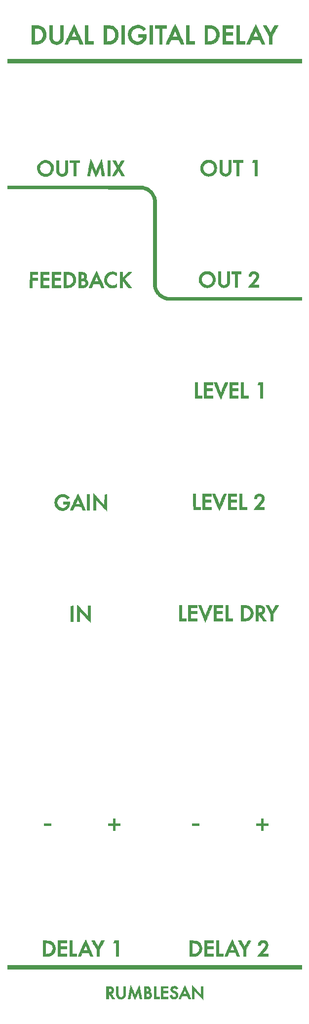
<source format=gto>
%TF.GenerationSoftware,KiCad,Pcbnew,(5.1.8-0-10_14)*%
%TF.CreationDate,2021-10-26T21:15:47+01:00*%
%TF.ProjectId,dual-digi-delay-frontpanel,6475616c-2d64-4696-9769-2d64656c6179,rev?*%
%TF.SameCoordinates,Original*%
%TF.FileFunction,Legend,Top*%
%TF.FilePolarity,Positive*%
%FSLAX46Y46*%
G04 Gerber Fmt 4.6, Leading zero omitted, Abs format (unit mm)*
G04 Created by KiCad (PCBNEW (5.1.8-0-10_14)) date 2021-10-26 21:15:47*
%MOMM*%
%LPD*%
G01*
G04 APERTURE LIST*
%ADD10C,0.010000*%
G04 APERTURE END LIST*
D10*
%TO.C,Ref\u002A\u002A*%
G36*
X124046198Y-21763902D02*
G01*
X124077168Y-21766567D01*
X124079000Y-21767593D01*
X124068695Y-21787208D01*
X124039127Y-21839899D01*
X123992316Y-21922148D01*
X123930283Y-22030438D01*
X123855049Y-22161249D01*
X123768633Y-22311065D01*
X123673056Y-22476368D01*
X123570339Y-22653638D01*
X123549833Y-22688983D01*
X123020667Y-23600918D01*
X123020667Y-24976666D01*
X122533833Y-24976666D01*
X122533833Y-23606674D01*
X122015250Y-22704900D01*
X121912674Y-22526083D01*
X121816835Y-22358150D01*
X121729761Y-22204715D01*
X121653480Y-22069392D01*
X121590020Y-21955794D01*
X121541408Y-21867538D01*
X121509672Y-21808235D01*
X121496840Y-21781502D01*
X121496667Y-21780615D01*
X121517295Y-21770430D01*
X121579355Y-21764494D01*
X121683105Y-21762791D01*
X121776060Y-21764010D01*
X122055453Y-21769916D01*
X122348182Y-22277916D01*
X122428863Y-22418015D01*
X122506204Y-22552470D01*
X122576606Y-22675016D01*
X122636473Y-22779388D01*
X122682208Y-22859319D01*
X122709323Y-22906969D01*
X122777735Y-23028021D01*
X123138995Y-22398969D01*
X123500254Y-21769916D01*
X123789627Y-21764027D01*
X123894768Y-21762537D01*
X123982845Y-21762527D01*
X124046198Y-21763902D01*
G37*
X124046198Y-21763902D02*
X124077168Y-21766567D01*
X124079000Y-21767593D01*
X124068695Y-21787208D01*
X124039127Y-21839899D01*
X123992316Y-21922148D01*
X123930283Y-22030438D01*
X123855049Y-22161249D01*
X123768633Y-22311065D01*
X123673056Y-22476368D01*
X123570339Y-22653638D01*
X123549833Y-22688983D01*
X123020667Y-23600918D01*
X123020667Y-24976666D01*
X122533833Y-24976666D01*
X122533833Y-23606674D01*
X122015250Y-22704900D01*
X121912674Y-22526083D01*
X121816835Y-22358150D01*
X121729761Y-22204715D01*
X121653480Y-22069392D01*
X121590020Y-21955794D01*
X121541408Y-21867538D01*
X121509672Y-21808235D01*
X121496840Y-21781502D01*
X121496667Y-21780615D01*
X121517295Y-21770430D01*
X121579355Y-21764494D01*
X121683105Y-21762791D01*
X121776060Y-21764010D01*
X122055453Y-21769916D01*
X122348182Y-22277916D01*
X122428863Y-22418015D01*
X122506204Y-22552470D01*
X122576606Y-22675016D01*
X122636473Y-22779388D01*
X122682208Y-22859319D01*
X122709323Y-22906969D01*
X122777735Y-23028021D01*
X123138995Y-22398969D01*
X123500254Y-21769916D01*
X123789627Y-21764027D01*
X123894768Y-21762537D01*
X123982845Y-21762527D01*
X124046198Y-21763902D01*
G36*
X120257752Y-21588077D02*
G01*
X120283398Y-21642178D01*
X120323256Y-21728199D01*
X120375811Y-21842771D01*
X120439549Y-21982522D01*
X120512953Y-22144081D01*
X120594511Y-22324077D01*
X120682705Y-22519141D01*
X120776022Y-22725900D01*
X120872946Y-22940983D01*
X120971962Y-23161021D01*
X121071556Y-23382641D01*
X121170212Y-23602474D01*
X121266415Y-23817147D01*
X121358650Y-24023291D01*
X121445403Y-24217534D01*
X121525159Y-24396506D01*
X121596402Y-24556835D01*
X121657617Y-24695151D01*
X121707289Y-24808082D01*
X121743904Y-24892259D01*
X121765946Y-24944309D01*
X121772093Y-24960791D01*
X121752147Y-24966744D01*
X121697808Y-24971680D01*
X121617011Y-24975132D01*
X121517693Y-24976637D01*
X121501317Y-24976666D01*
X121230800Y-24976666D01*
X120897300Y-24192922D01*
X120222929Y-24198502D01*
X119548558Y-24204083D01*
X119373235Y-24585083D01*
X119197913Y-24966083D01*
X118927143Y-24972022D01*
X118802727Y-24973142D01*
X118716986Y-24970268D01*
X118671213Y-24963475D01*
X118663645Y-24956426D01*
X118675253Y-24929227D01*
X118702986Y-24867767D01*
X118745286Y-24775381D01*
X118800593Y-24655406D01*
X118867345Y-24511176D01*
X118943983Y-24346028D01*
X119028947Y-24163298D01*
X119120677Y-23966319D01*
X119217612Y-23758430D01*
X119231894Y-23727833D01*
X119762770Y-23727833D01*
X120692901Y-23727833D01*
X120663959Y-23659041D01*
X120625814Y-23569399D01*
X120579585Y-23462366D01*
X120527932Y-23343926D01*
X120473512Y-23220063D01*
X120418983Y-23096759D01*
X120367004Y-22980000D01*
X120320233Y-22875768D01*
X120281328Y-22790047D01*
X120252947Y-22728821D01*
X120237749Y-22698073D01*
X120235964Y-22695640D01*
X120226072Y-22715543D01*
X120201389Y-22768018D01*
X120164653Y-22847106D01*
X120118603Y-22946846D01*
X120065979Y-23061277D01*
X120009519Y-23184439D01*
X119951962Y-23310371D01*
X119896048Y-23433113D01*
X119844514Y-23546705D01*
X119822448Y-23595541D01*
X119762770Y-23727833D01*
X119231894Y-23727833D01*
X119318193Y-23542964D01*
X119420859Y-23323258D01*
X119524051Y-23102648D01*
X119626208Y-22884468D01*
X119725770Y-22672055D01*
X119821178Y-22468745D01*
X119910870Y-22277872D01*
X119993287Y-22102773D01*
X120066869Y-21946783D01*
X120130056Y-21813238D01*
X120181288Y-21705473D01*
X120219004Y-21626825D01*
X120241644Y-21580628D01*
X120247833Y-21569269D01*
X120257752Y-21588077D01*
G37*
X120257752Y-21588077D02*
X120283398Y-21642178D01*
X120323256Y-21728199D01*
X120375811Y-21842771D01*
X120439549Y-21982522D01*
X120512953Y-22144081D01*
X120594511Y-22324077D01*
X120682705Y-22519141D01*
X120776022Y-22725900D01*
X120872946Y-22940983D01*
X120971962Y-23161021D01*
X121071556Y-23382641D01*
X121170212Y-23602474D01*
X121266415Y-23817147D01*
X121358650Y-24023291D01*
X121445403Y-24217534D01*
X121525159Y-24396506D01*
X121596402Y-24556835D01*
X121657617Y-24695151D01*
X121707289Y-24808082D01*
X121743904Y-24892259D01*
X121765946Y-24944309D01*
X121772093Y-24960791D01*
X121752147Y-24966744D01*
X121697808Y-24971680D01*
X121617011Y-24975132D01*
X121517693Y-24976637D01*
X121501317Y-24976666D01*
X121230800Y-24976666D01*
X120897300Y-24192922D01*
X120222929Y-24198502D01*
X119548558Y-24204083D01*
X119373235Y-24585083D01*
X119197913Y-24966083D01*
X118927143Y-24972022D01*
X118802727Y-24973142D01*
X118716986Y-24970268D01*
X118671213Y-24963475D01*
X118663645Y-24956426D01*
X118675253Y-24929227D01*
X118702986Y-24867767D01*
X118745286Y-24775381D01*
X118800593Y-24655406D01*
X118867345Y-24511176D01*
X118943983Y-24346028D01*
X119028947Y-24163298D01*
X119120677Y-23966319D01*
X119217612Y-23758430D01*
X119231894Y-23727833D01*
X119762770Y-23727833D01*
X120692901Y-23727833D01*
X120663959Y-23659041D01*
X120625814Y-23569399D01*
X120579585Y-23462366D01*
X120527932Y-23343926D01*
X120473512Y-23220063D01*
X120418983Y-23096759D01*
X120367004Y-22980000D01*
X120320233Y-22875768D01*
X120281328Y-22790047D01*
X120252947Y-22728821D01*
X120237749Y-22698073D01*
X120235964Y-22695640D01*
X120226072Y-22715543D01*
X120201389Y-22768018D01*
X120164653Y-22847106D01*
X120118603Y-22946846D01*
X120065979Y-23061277D01*
X120009519Y-23184439D01*
X119951962Y-23310371D01*
X119896048Y-23433113D01*
X119844514Y-23546705D01*
X119822448Y-23595541D01*
X119762770Y-23727833D01*
X119231894Y-23727833D01*
X119318193Y-23542964D01*
X119420859Y-23323258D01*
X119524051Y-23102648D01*
X119626208Y-22884468D01*
X119725770Y-22672055D01*
X119821178Y-22468745D01*
X119910870Y-22277872D01*
X119993287Y-22102773D01*
X120066869Y-21946783D01*
X120130056Y-21813238D01*
X120181288Y-21705473D01*
X120219004Y-21626825D01*
X120241644Y-21580628D01*
X120247833Y-21569269D01*
X120257752Y-21588077D01*
G36*
X117475000Y-24511000D02*
G01*
X118406333Y-24511000D01*
X118406333Y-24976666D01*
X116967000Y-24976666D01*
X116967000Y-21759333D01*
X117475000Y-21759333D01*
X117475000Y-24511000D01*
G37*
X117475000Y-24511000D02*
X118406333Y-24511000D01*
X118406333Y-24976666D01*
X116967000Y-24976666D01*
X116967000Y-21759333D01*
X117475000Y-21759333D01*
X117475000Y-24511000D01*
G36*
X116353167Y-22246166D02*
G01*
X115083167Y-22246166D01*
X115083167Y-22987000D01*
X116310833Y-22987000D01*
X116310833Y-23452666D01*
X115083167Y-23452666D01*
X115083167Y-24511000D01*
X116353167Y-24511000D01*
X116353167Y-24976666D01*
X114575167Y-24976666D01*
X114575167Y-21759333D01*
X116353167Y-21759333D01*
X116353167Y-22246166D01*
G37*
X116353167Y-22246166D02*
X115083167Y-22246166D01*
X115083167Y-22987000D01*
X116310833Y-22987000D01*
X116310833Y-23452666D01*
X115083167Y-23452666D01*
X115083167Y-24511000D01*
X116353167Y-24511000D01*
X116353167Y-24976666D01*
X114575167Y-24976666D01*
X114575167Y-21759333D01*
X116353167Y-21759333D01*
X116353167Y-22246166D01*
G36*
X111881708Y-21759351D02*
G01*
X112156863Y-21762812D01*
X112395447Y-21773972D01*
X112602724Y-21794036D01*
X112783955Y-21824213D01*
X112944403Y-21865707D01*
X113089329Y-21919724D01*
X113223997Y-21987472D01*
X113353669Y-22070157D01*
X113407102Y-22109023D01*
X113573206Y-22258902D01*
X113717867Y-22440104D01*
X113835951Y-22644887D01*
X113922327Y-22865510D01*
X113933019Y-22902333D01*
X113952724Y-23004285D01*
X113965906Y-23135986D01*
X113972570Y-23285631D01*
X113972721Y-23441418D01*
X113966362Y-23591540D01*
X113953498Y-23724193D01*
X113934133Y-23827573D01*
X113932676Y-23832907D01*
X113848924Y-24056819D01*
X113729411Y-24266709D01*
X113579044Y-24457338D01*
X113402729Y-24623465D01*
X113205374Y-24759851D01*
X112991886Y-24861256D01*
X112958409Y-24873251D01*
X112854165Y-24905365D01*
X112745805Y-24930548D01*
X112626724Y-24949487D01*
X112490317Y-24962872D01*
X112329981Y-24971392D01*
X112139111Y-24975735D01*
X111966930Y-24976666D01*
X111506000Y-24976666D01*
X111506000Y-22246166D01*
X111992833Y-22246166D01*
X111992833Y-24517433D01*
X112252125Y-24504870D01*
X112366023Y-24497734D01*
X112476854Y-24487979D01*
X112570892Y-24476968D01*
X112627833Y-24467542D01*
X112793850Y-24413881D01*
X112958267Y-24327377D01*
X113111214Y-24215389D01*
X113242817Y-24085274D01*
X113343204Y-23944392D01*
X113352568Y-23927332D01*
X113421858Y-23757025D01*
X113463135Y-23566772D01*
X113476538Y-23366695D01*
X113462208Y-23166921D01*
X113420286Y-22977573D01*
X113350913Y-22808776D01*
X113336671Y-22783316D01*
X113215456Y-22616078D01*
X113065505Y-22479884D01*
X112886908Y-22374777D01*
X112679761Y-22300802D01*
X112444156Y-22258004D01*
X112215976Y-22246166D01*
X111992833Y-22246166D01*
X111506000Y-22246166D01*
X111506000Y-21759333D01*
X111881708Y-21759351D01*
G37*
X111881708Y-21759351D02*
X112156863Y-21762812D01*
X112395447Y-21773972D01*
X112602724Y-21794036D01*
X112783955Y-21824213D01*
X112944403Y-21865707D01*
X113089329Y-21919724D01*
X113223997Y-21987472D01*
X113353669Y-22070157D01*
X113407102Y-22109023D01*
X113573206Y-22258902D01*
X113717867Y-22440104D01*
X113835951Y-22644887D01*
X113922327Y-22865510D01*
X113933019Y-22902333D01*
X113952724Y-23004285D01*
X113965906Y-23135986D01*
X113972570Y-23285631D01*
X113972721Y-23441418D01*
X113966362Y-23591540D01*
X113953498Y-23724193D01*
X113934133Y-23827573D01*
X113932676Y-23832907D01*
X113848924Y-24056819D01*
X113729411Y-24266709D01*
X113579044Y-24457338D01*
X113402729Y-24623465D01*
X113205374Y-24759851D01*
X112991886Y-24861256D01*
X112958409Y-24873251D01*
X112854165Y-24905365D01*
X112745805Y-24930548D01*
X112626724Y-24949487D01*
X112490317Y-24962872D01*
X112329981Y-24971392D01*
X112139111Y-24975735D01*
X111966930Y-24976666D01*
X111506000Y-24976666D01*
X111506000Y-22246166D01*
X111992833Y-22246166D01*
X111992833Y-24517433D01*
X112252125Y-24504870D01*
X112366023Y-24497734D01*
X112476854Y-24487979D01*
X112570892Y-24476968D01*
X112627833Y-24467542D01*
X112793850Y-24413881D01*
X112958267Y-24327377D01*
X113111214Y-24215389D01*
X113242817Y-24085274D01*
X113343204Y-23944392D01*
X113352568Y-23927332D01*
X113421858Y-23757025D01*
X113463135Y-23566772D01*
X113476538Y-23366695D01*
X113462208Y-23166921D01*
X113420286Y-22977573D01*
X113350913Y-22808776D01*
X113336671Y-22783316D01*
X113215456Y-22616078D01*
X113065505Y-22479884D01*
X112886908Y-22374777D01*
X112679761Y-22300802D01*
X112444156Y-22258004D01*
X112215976Y-22246166D01*
X111992833Y-22246166D01*
X111506000Y-22246166D01*
X111506000Y-21759333D01*
X111881708Y-21759351D01*
G36*
X108817833Y-24511000D02*
G01*
X109749167Y-24511000D01*
X109749167Y-24976666D01*
X108309833Y-24976666D01*
X108309833Y-21759333D01*
X108817833Y-21759333D01*
X108817833Y-24511000D01*
G37*
X108817833Y-24511000D02*
X109749167Y-24511000D01*
X109749167Y-24976666D01*
X108309833Y-24976666D01*
X108309833Y-21759333D01*
X108817833Y-21759333D01*
X108817833Y-24511000D01*
G36*
X106414741Y-21588075D02*
G01*
X106440398Y-21642109D01*
X106480283Y-21728040D01*
X106532876Y-21842495D01*
X106596658Y-21982095D01*
X106670107Y-22143466D01*
X106751703Y-22323230D01*
X106839927Y-22518012D01*
X106933258Y-22724435D01*
X107030176Y-22939123D01*
X107129161Y-23158700D01*
X107228692Y-23379790D01*
X107327250Y-23599017D01*
X107423313Y-23813003D01*
X107515363Y-24018374D01*
X107601879Y-24211753D01*
X107681340Y-24389763D01*
X107752226Y-24549029D01*
X107813017Y-24686175D01*
X107862194Y-24797823D01*
X107898235Y-24880598D01*
X107919620Y-24931124D01*
X107925094Y-24945654D01*
X107921868Y-24958607D01*
X107901405Y-24967461D01*
X107857609Y-24972928D01*
X107784387Y-24975719D01*
X107675647Y-24976545D01*
X107660510Y-24976546D01*
X107389083Y-24976425D01*
X107221364Y-24584962D01*
X107053644Y-24193500D01*
X105712174Y-24193500D01*
X105533749Y-24579791D01*
X105355324Y-24966083D01*
X105084349Y-24972022D01*
X104962683Y-24973117D01*
X104877051Y-24970398D01*
X104829690Y-24963994D01*
X104820645Y-24956799D01*
X104832375Y-24929389D01*
X104860220Y-24867736D01*
X104902619Y-24775174D01*
X104958012Y-24655040D01*
X105024840Y-24510669D01*
X105101543Y-24345397D01*
X105186560Y-24162560D01*
X105278331Y-23965494D01*
X105375297Y-23757534D01*
X105400819Y-23702857D01*
X105931925Y-23702857D01*
X105937640Y-23711982D01*
X105957959Y-23718573D01*
X105997813Y-23723039D01*
X106062134Y-23725788D01*
X106155854Y-23727229D01*
X106283903Y-23727770D01*
X106383206Y-23727833D01*
X106849901Y-23727833D01*
X106820959Y-23659041D01*
X106783582Y-23571211D01*
X106737948Y-23465553D01*
X106686721Y-23348069D01*
X106632567Y-23224762D01*
X106578150Y-23101632D01*
X106526133Y-22984682D01*
X106479182Y-22879912D01*
X106439961Y-22793326D01*
X106411135Y-22730924D01*
X106395367Y-22698708D01*
X106393255Y-22695640D01*
X106383446Y-22715645D01*
X106358588Y-22768933D01*
X106321107Y-22850229D01*
X106273427Y-22954259D01*
X106217976Y-23075746D01*
X106171677Y-23177500D01*
X106110922Y-23310974D01*
X106055174Y-23433036D01*
X106007069Y-23537940D01*
X105969249Y-23619940D01*
X105944352Y-23673292D01*
X105935883Y-23690791D01*
X105931925Y-23702857D01*
X105400819Y-23702857D01*
X105475897Y-23542016D01*
X105578572Y-23322277D01*
X105681761Y-23101651D01*
X105783905Y-22883474D01*
X105883443Y-22671083D01*
X105978815Y-22467814D01*
X106068462Y-22277001D01*
X106150822Y-22101981D01*
X106224338Y-21946089D01*
X106287447Y-21812662D01*
X106338591Y-21705035D01*
X106376209Y-21626544D01*
X106398742Y-21580525D01*
X106404833Y-21569317D01*
X106414741Y-21588075D01*
G37*
X106414741Y-21588075D02*
X106440398Y-21642109D01*
X106480283Y-21728040D01*
X106532876Y-21842495D01*
X106596658Y-21982095D01*
X106670107Y-22143466D01*
X106751703Y-22323230D01*
X106839927Y-22518012D01*
X106933258Y-22724435D01*
X107030176Y-22939123D01*
X107129161Y-23158700D01*
X107228692Y-23379790D01*
X107327250Y-23599017D01*
X107423313Y-23813003D01*
X107515363Y-24018374D01*
X107601879Y-24211753D01*
X107681340Y-24389763D01*
X107752226Y-24549029D01*
X107813017Y-24686175D01*
X107862194Y-24797823D01*
X107898235Y-24880598D01*
X107919620Y-24931124D01*
X107925094Y-24945654D01*
X107921868Y-24958607D01*
X107901405Y-24967461D01*
X107857609Y-24972928D01*
X107784387Y-24975719D01*
X107675647Y-24976545D01*
X107660510Y-24976546D01*
X107389083Y-24976425D01*
X107221364Y-24584962D01*
X107053644Y-24193500D01*
X105712174Y-24193500D01*
X105533749Y-24579791D01*
X105355324Y-24966083D01*
X105084349Y-24972022D01*
X104962683Y-24973117D01*
X104877051Y-24970398D01*
X104829690Y-24963994D01*
X104820645Y-24956799D01*
X104832375Y-24929389D01*
X104860220Y-24867736D01*
X104902619Y-24775174D01*
X104958012Y-24655040D01*
X105024840Y-24510669D01*
X105101543Y-24345397D01*
X105186560Y-24162560D01*
X105278331Y-23965494D01*
X105375297Y-23757534D01*
X105400819Y-23702857D01*
X105931925Y-23702857D01*
X105937640Y-23711982D01*
X105957959Y-23718573D01*
X105997813Y-23723039D01*
X106062134Y-23725788D01*
X106155854Y-23727229D01*
X106283903Y-23727770D01*
X106383206Y-23727833D01*
X106849901Y-23727833D01*
X106820959Y-23659041D01*
X106783582Y-23571211D01*
X106737948Y-23465553D01*
X106686721Y-23348069D01*
X106632567Y-23224762D01*
X106578150Y-23101632D01*
X106526133Y-22984682D01*
X106479182Y-22879912D01*
X106439961Y-22793326D01*
X106411135Y-22730924D01*
X106395367Y-22698708D01*
X106393255Y-22695640D01*
X106383446Y-22715645D01*
X106358588Y-22768933D01*
X106321107Y-22850229D01*
X106273427Y-22954259D01*
X106217976Y-23075746D01*
X106171677Y-23177500D01*
X106110922Y-23310974D01*
X106055174Y-23433036D01*
X106007069Y-23537940D01*
X105969249Y-23619940D01*
X105944352Y-23673292D01*
X105935883Y-23690791D01*
X105931925Y-23702857D01*
X105400819Y-23702857D01*
X105475897Y-23542016D01*
X105578572Y-23322277D01*
X105681761Y-23101651D01*
X105783905Y-22883474D01*
X105883443Y-22671083D01*
X105978815Y-22467814D01*
X106068462Y-22277001D01*
X106150822Y-22101981D01*
X106224338Y-21946089D01*
X106287447Y-21812662D01*
X106338591Y-21705035D01*
X106376209Y-21626544D01*
X106398742Y-21580525D01*
X106404833Y-21569317D01*
X106414741Y-21588075D01*
G36*
X104944333Y-22246166D02*
G01*
X104203500Y-22246166D01*
X104203500Y-24976666D01*
X103716667Y-24976666D01*
X103716667Y-22246166D01*
X102975833Y-22246166D01*
X102975833Y-21759333D01*
X104944333Y-21759333D01*
X104944333Y-22246166D01*
G37*
X104944333Y-22246166D02*
X104203500Y-22246166D01*
X104203500Y-24976666D01*
X103716667Y-24976666D01*
X103716667Y-22246166D01*
X102975833Y-22246166D01*
X102975833Y-21759333D01*
X104944333Y-21759333D01*
X104944333Y-22246166D01*
G36*
X102573667Y-24976666D02*
G01*
X102065667Y-24976666D01*
X102065667Y-21759333D01*
X102573667Y-21759333D01*
X102573667Y-24976666D01*
G37*
X102573667Y-24976666D02*
X102065667Y-24976666D01*
X102065667Y-21759333D01*
X102573667Y-21759333D01*
X102573667Y-24976666D01*
G36*
X97747667Y-24976666D02*
G01*
X97239667Y-24976666D01*
X97239667Y-21759333D01*
X97747667Y-21759333D01*
X97747667Y-24976666D01*
G37*
X97747667Y-24976666D02*
X97239667Y-24976666D01*
X97239667Y-21759333D01*
X97747667Y-21759333D01*
X97747667Y-24976666D01*
G36*
X94704958Y-21765247D02*
G01*
X94899430Y-21770286D01*
X95058605Y-21776364D01*
X95189518Y-21784317D01*
X95299206Y-21794982D01*
X95394705Y-21809195D01*
X95483050Y-21827795D01*
X95571276Y-21851617D01*
X95657350Y-21878525D01*
X95867420Y-21968766D01*
X96062356Y-22095004D01*
X96237069Y-22252115D01*
X96386471Y-22434972D01*
X96505473Y-22638451D01*
X96570768Y-22798678D01*
X96634034Y-23045913D01*
X96660978Y-23296663D01*
X96652787Y-23545749D01*
X96610651Y-23787990D01*
X96535760Y-24018205D01*
X96429303Y-24231216D01*
X96292468Y-24421841D01*
X96169086Y-24548381D01*
X96042281Y-24654945D01*
X95917909Y-24743106D01*
X95790416Y-24814429D01*
X95654252Y-24870483D01*
X95503864Y-24912834D01*
X95333702Y-24943048D01*
X95138214Y-24962693D01*
X94911848Y-24973335D01*
X94652042Y-24976541D01*
X94170500Y-24976666D01*
X94170500Y-24517532D01*
X94678500Y-24517532D01*
X94937792Y-24503732D01*
X95054025Y-24495431D01*
X95169458Y-24483558D01*
X95269415Y-24469814D01*
X95330041Y-24458223D01*
X95529459Y-24389287D01*
X95710692Y-24282924D01*
X95869935Y-24141521D01*
X95913407Y-24091955D01*
X95990332Y-23988736D01*
X96047619Y-23884463D01*
X96092881Y-23763513D01*
X96119137Y-23669817D01*
X96154437Y-23456646D01*
X96152523Y-23247157D01*
X96115413Y-23046183D01*
X96045127Y-22858556D01*
X95943682Y-22689107D01*
X95813098Y-22542670D01*
X95655391Y-22424076D01*
X95582064Y-22383984D01*
X95418387Y-22316749D01*
X95244267Y-22273017D01*
X95049154Y-22250641D01*
X94906042Y-22246534D01*
X94678500Y-22246166D01*
X94678500Y-24517532D01*
X94170500Y-24517532D01*
X94170500Y-21753287D01*
X94704958Y-21765247D01*
G37*
X94704958Y-21765247D02*
X94899430Y-21770286D01*
X95058605Y-21776364D01*
X95189518Y-21784317D01*
X95299206Y-21794982D01*
X95394705Y-21809195D01*
X95483050Y-21827795D01*
X95571276Y-21851617D01*
X95657350Y-21878525D01*
X95867420Y-21968766D01*
X96062356Y-22095004D01*
X96237069Y-22252115D01*
X96386471Y-22434972D01*
X96505473Y-22638451D01*
X96570768Y-22798678D01*
X96634034Y-23045913D01*
X96660978Y-23296663D01*
X96652787Y-23545749D01*
X96610651Y-23787990D01*
X96535760Y-24018205D01*
X96429303Y-24231216D01*
X96292468Y-24421841D01*
X96169086Y-24548381D01*
X96042281Y-24654945D01*
X95917909Y-24743106D01*
X95790416Y-24814429D01*
X95654252Y-24870483D01*
X95503864Y-24912834D01*
X95333702Y-24943048D01*
X95138214Y-24962693D01*
X94911848Y-24973335D01*
X94652042Y-24976541D01*
X94170500Y-24976666D01*
X94170500Y-24517532D01*
X94678500Y-24517532D01*
X94937792Y-24503732D01*
X95054025Y-24495431D01*
X95169458Y-24483558D01*
X95269415Y-24469814D01*
X95330041Y-24458223D01*
X95529459Y-24389287D01*
X95710692Y-24282924D01*
X95869935Y-24141521D01*
X95913407Y-24091955D01*
X95990332Y-23988736D01*
X96047619Y-23884463D01*
X96092881Y-23763513D01*
X96119137Y-23669817D01*
X96154437Y-23456646D01*
X96152523Y-23247157D01*
X96115413Y-23046183D01*
X96045127Y-22858556D01*
X95943682Y-22689107D01*
X95813098Y-22542670D01*
X95655391Y-22424076D01*
X95582064Y-22383984D01*
X95418387Y-22316749D01*
X95244267Y-22273017D01*
X95049154Y-22250641D01*
X94906042Y-22246534D01*
X94678500Y-22246166D01*
X94678500Y-24517532D01*
X94170500Y-24517532D01*
X94170500Y-21753287D01*
X94704958Y-21765247D01*
G36*
X91244208Y-21763953D02*
G01*
X91492917Y-21769916D01*
X91503809Y-24511000D01*
X92434833Y-24511000D01*
X92434833Y-24976666D01*
X90995500Y-24976666D01*
X90995500Y-21757989D01*
X91244208Y-21763953D01*
G37*
X91244208Y-21763953D02*
X91492917Y-21769916D01*
X91503809Y-24511000D01*
X92434833Y-24511000D01*
X92434833Y-24976666D01*
X90995500Y-24976666D01*
X90995500Y-21757989D01*
X91244208Y-21763953D01*
G36*
X89089712Y-21605750D02*
G01*
X89115737Y-21659759D01*
X89156068Y-21745642D01*
X89209177Y-21860031D01*
X89273537Y-21999559D01*
X89347620Y-22160859D01*
X89429898Y-22340562D01*
X89518843Y-22535300D01*
X89612928Y-22741707D01*
X89710625Y-22956414D01*
X89810407Y-23176054D01*
X89910744Y-23397259D01*
X90010110Y-23616661D01*
X90106978Y-23830893D01*
X90199818Y-24036588D01*
X90287104Y-24230377D01*
X90367307Y-24408893D01*
X90438901Y-24568768D01*
X90500356Y-24706635D01*
X90550146Y-24819125D01*
X90586742Y-24902872D01*
X90608618Y-24954508D01*
X90614500Y-24970564D01*
X90594647Y-24972861D01*
X90540316Y-24973964D01*
X90459345Y-24973832D01*
X90359571Y-24972424D01*
X90338171Y-24971989D01*
X90061843Y-24966083D01*
X89731275Y-24204083D01*
X88381417Y-24194097D01*
X88203818Y-24585381D01*
X88026220Y-24976666D01*
X87764610Y-24976666D01*
X87657209Y-24975104D01*
X87573604Y-24970745D01*
X87520132Y-24964082D01*
X87503000Y-24956330D01*
X87511727Y-24932971D01*
X87536862Y-24874975D01*
X87576839Y-24785692D01*
X87630090Y-24668470D01*
X87695048Y-24526659D01*
X87770147Y-24363609D01*
X87853818Y-24182669D01*
X87944495Y-23987189D01*
X88040610Y-23780516D01*
X88077792Y-23700744D01*
X88609532Y-23700744D01*
X88614121Y-23709956D01*
X88638741Y-23716940D01*
X88687684Y-23721959D01*
X88765244Y-23725271D01*
X88875715Y-23727136D01*
X89023389Y-23727816D01*
X89056485Y-23727833D01*
X89190486Y-23727153D01*
X89308984Y-23725249D01*
X89405882Y-23722328D01*
X89475085Y-23718595D01*
X89510496Y-23714257D01*
X89513833Y-23712393D01*
X89505679Y-23687657D01*
X89483065Y-23631419D01*
X89448763Y-23549937D01*
X89405548Y-23449466D01*
X89356192Y-23336266D01*
X89303469Y-23216593D01*
X89250150Y-23096703D01*
X89199009Y-22982855D01*
X89152820Y-22881306D01*
X89114354Y-22798313D01*
X89086386Y-22740132D01*
X89071688Y-22713022D01*
X89070415Y-22711833D01*
X89059658Y-22730070D01*
X89034243Y-22780669D01*
X88997045Y-22857458D01*
X88950940Y-22954268D01*
X88898804Y-23064929D01*
X88843513Y-23183270D01*
X88787941Y-23303120D01*
X88734965Y-23418311D01*
X88687461Y-23522670D01*
X88648304Y-23610029D01*
X88620369Y-23674216D01*
X88609532Y-23700744D01*
X88077792Y-23700744D01*
X88140596Y-23566002D01*
X88242886Y-23346996D01*
X88345914Y-23126846D01*
X88448111Y-22908902D01*
X88547910Y-22696514D01*
X88643745Y-22493031D01*
X88734049Y-22301802D01*
X88817253Y-22126177D01*
X88891791Y-21969505D01*
X88956095Y-21835135D01*
X89008599Y-21726417D01*
X89047736Y-21646700D01*
X89071937Y-21599334D01*
X89079522Y-21586982D01*
X89089712Y-21605750D01*
G37*
X89089712Y-21605750D02*
X89115737Y-21659759D01*
X89156068Y-21745642D01*
X89209177Y-21860031D01*
X89273537Y-21999559D01*
X89347620Y-22160859D01*
X89429898Y-22340562D01*
X89518843Y-22535300D01*
X89612928Y-22741707D01*
X89710625Y-22956414D01*
X89810407Y-23176054D01*
X89910744Y-23397259D01*
X90010110Y-23616661D01*
X90106978Y-23830893D01*
X90199818Y-24036588D01*
X90287104Y-24230377D01*
X90367307Y-24408893D01*
X90438901Y-24568768D01*
X90500356Y-24706635D01*
X90550146Y-24819125D01*
X90586742Y-24902872D01*
X90608618Y-24954508D01*
X90614500Y-24970564D01*
X90594647Y-24972861D01*
X90540316Y-24973964D01*
X90459345Y-24973832D01*
X90359571Y-24972424D01*
X90338171Y-24971989D01*
X90061843Y-24966083D01*
X89731275Y-24204083D01*
X88381417Y-24194097D01*
X88203818Y-24585381D01*
X88026220Y-24976666D01*
X87764610Y-24976666D01*
X87657209Y-24975104D01*
X87573604Y-24970745D01*
X87520132Y-24964082D01*
X87503000Y-24956330D01*
X87511727Y-24932971D01*
X87536862Y-24874975D01*
X87576839Y-24785692D01*
X87630090Y-24668470D01*
X87695048Y-24526659D01*
X87770147Y-24363609D01*
X87853818Y-24182669D01*
X87944495Y-23987189D01*
X88040610Y-23780516D01*
X88077792Y-23700744D01*
X88609532Y-23700744D01*
X88614121Y-23709956D01*
X88638741Y-23716940D01*
X88687684Y-23721959D01*
X88765244Y-23725271D01*
X88875715Y-23727136D01*
X89023389Y-23727816D01*
X89056485Y-23727833D01*
X89190486Y-23727153D01*
X89308984Y-23725249D01*
X89405882Y-23722328D01*
X89475085Y-23718595D01*
X89510496Y-23714257D01*
X89513833Y-23712393D01*
X89505679Y-23687657D01*
X89483065Y-23631419D01*
X89448763Y-23549937D01*
X89405548Y-23449466D01*
X89356192Y-23336266D01*
X89303469Y-23216593D01*
X89250150Y-23096703D01*
X89199009Y-22982855D01*
X89152820Y-22881306D01*
X89114354Y-22798313D01*
X89086386Y-22740132D01*
X89071688Y-22713022D01*
X89070415Y-22711833D01*
X89059658Y-22730070D01*
X89034243Y-22780669D01*
X88997045Y-22857458D01*
X88950940Y-22954268D01*
X88898804Y-23064929D01*
X88843513Y-23183270D01*
X88787941Y-23303120D01*
X88734965Y-23418311D01*
X88687461Y-23522670D01*
X88648304Y-23610029D01*
X88620369Y-23674216D01*
X88609532Y-23700744D01*
X88077792Y-23700744D01*
X88140596Y-23566002D01*
X88242886Y-23346996D01*
X88345914Y-23126846D01*
X88448111Y-22908902D01*
X88547910Y-22696514D01*
X88643745Y-22493031D01*
X88734049Y-22301802D01*
X88817253Y-22126177D01*
X88891791Y-21969505D01*
X88956095Y-21835135D01*
X89008599Y-21726417D01*
X89047736Y-21646700D01*
X89071937Y-21599334D01*
X89079522Y-21586982D01*
X89089712Y-21605750D01*
G36*
X82333042Y-21765901D02*
G01*
X82537844Y-21771719D01*
X82707154Y-21779219D01*
X82847802Y-21789312D01*
X82966622Y-21802906D01*
X83070446Y-21820912D01*
X83166107Y-21844241D01*
X83260437Y-21873802D01*
X83329036Y-21898578D01*
X83532662Y-21997083D01*
X83720751Y-22130913D01*
X83888529Y-22294451D01*
X84031218Y-22482080D01*
X84144044Y-22688182D01*
X84222231Y-22907141D01*
X84236373Y-22965833D01*
X84258307Y-23108858D01*
X84269215Y-23274445D01*
X84269278Y-23448210D01*
X84258681Y-23615768D01*
X84237607Y-23762734D01*
X84225541Y-23815371D01*
X84141943Y-24051698D01*
X84022928Y-24268786D01*
X83872049Y-24462892D01*
X83692857Y-24630275D01*
X83488906Y-24767193D01*
X83263747Y-24869902D01*
X83206167Y-24889292D01*
X83105984Y-24917131D01*
X82999145Y-24938837D01*
X82879180Y-24955007D01*
X82739617Y-24966242D01*
X82573986Y-24973140D01*
X82375817Y-24976300D01*
X82262718Y-24976666D01*
X81788000Y-24976666D01*
X81788000Y-24517462D01*
X82296000Y-24517462D01*
X82545538Y-24504916D01*
X82663026Y-24496577D01*
X82782740Y-24483993D01*
X82888258Y-24469086D01*
X82945729Y-24458104D01*
X83130717Y-24394469D01*
X83308134Y-24289768D01*
X83463816Y-24157525D01*
X83591863Y-24002349D01*
X83687154Y-23823406D01*
X83747883Y-23625816D01*
X83772240Y-23414698D01*
X83769328Y-23292591D01*
X83741384Y-23088764D01*
X83687222Y-22911865D01*
X83603075Y-22752933D01*
X83485179Y-22603008D01*
X83474877Y-22591884D01*
X83331848Y-22464470D01*
X83168097Y-22367408D01*
X82980374Y-22299518D01*
X82765429Y-22259619D01*
X82523542Y-22246534D01*
X82296000Y-22246166D01*
X82296000Y-24517462D01*
X81788000Y-24517462D01*
X81788000Y-21753099D01*
X82333042Y-21765901D01*
G37*
X82333042Y-21765901D02*
X82537844Y-21771719D01*
X82707154Y-21779219D01*
X82847802Y-21789312D01*
X82966622Y-21802906D01*
X83070446Y-21820912D01*
X83166107Y-21844241D01*
X83260437Y-21873802D01*
X83329036Y-21898578D01*
X83532662Y-21997083D01*
X83720751Y-22130913D01*
X83888529Y-22294451D01*
X84031218Y-22482080D01*
X84144044Y-22688182D01*
X84222231Y-22907141D01*
X84236373Y-22965833D01*
X84258307Y-23108858D01*
X84269215Y-23274445D01*
X84269278Y-23448210D01*
X84258681Y-23615768D01*
X84237607Y-23762734D01*
X84225541Y-23815371D01*
X84141943Y-24051698D01*
X84022928Y-24268786D01*
X83872049Y-24462892D01*
X83692857Y-24630275D01*
X83488906Y-24767193D01*
X83263747Y-24869902D01*
X83206167Y-24889292D01*
X83105984Y-24917131D01*
X82999145Y-24938837D01*
X82879180Y-24955007D01*
X82739617Y-24966242D01*
X82573986Y-24973140D01*
X82375817Y-24976300D01*
X82262718Y-24976666D01*
X81788000Y-24976666D01*
X81788000Y-24517462D01*
X82296000Y-24517462D01*
X82545538Y-24504916D01*
X82663026Y-24496577D01*
X82782740Y-24483993D01*
X82888258Y-24469086D01*
X82945729Y-24458104D01*
X83130717Y-24394469D01*
X83308134Y-24289768D01*
X83463816Y-24157525D01*
X83591863Y-24002349D01*
X83687154Y-23823406D01*
X83747883Y-23625816D01*
X83772240Y-23414698D01*
X83769328Y-23292591D01*
X83741384Y-23088764D01*
X83687222Y-22911865D01*
X83603075Y-22752933D01*
X83485179Y-22603008D01*
X83474877Y-22591884D01*
X83331848Y-22464470D01*
X83168097Y-22367408D01*
X82980374Y-22299518D01*
X82765429Y-22259619D01*
X82523542Y-22246534D01*
X82296000Y-22246166D01*
X82296000Y-24517462D01*
X81788000Y-24517462D01*
X81788000Y-21753099D01*
X82333042Y-21765901D01*
G36*
X100147136Y-21708296D02*
G01*
X100387523Y-21745373D01*
X100621173Y-21818891D01*
X100843655Y-21929624D01*
X100951164Y-22000511D01*
X101034283Y-22064817D01*
X101116821Y-22136342D01*
X101192702Y-22208850D01*
X101255847Y-22276105D01*
X101300179Y-22331873D01*
X101319620Y-22369917D01*
X101319299Y-22378224D01*
X101299401Y-22404257D01*
X101254939Y-22450557D01*
X101193325Y-22509651D01*
X101147509Y-22551454D01*
X100987103Y-22695017D01*
X100830544Y-22538458D01*
X100659914Y-22390574D01*
X100483193Y-22283401D01*
X100296880Y-22215394D01*
X100097472Y-22185011D01*
X100023928Y-22182979D01*
X99805850Y-22203487D01*
X99599949Y-22261883D01*
X99410405Y-22354875D01*
X99241400Y-22479172D01*
X99097114Y-22631485D01*
X98981729Y-22808521D01*
X98899426Y-23006990D01*
X98878325Y-23084647D01*
X98857081Y-23223520D01*
X98851288Y-23381004D01*
X98860253Y-23541328D01*
X98883284Y-23688723D01*
X98908875Y-23779921D01*
X98993900Y-23961603D01*
X99109659Y-24125929D01*
X99250638Y-24269432D01*
X99411320Y-24388647D01*
X99586192Y-24480107D01*
X99769737Y-24540348D01*
X99956439Y-24565902D01*
X100139870Y-24553470D01*
X100314090Y-24504505D01*
X100477107Y-24425096D01*
X100623179Y-24320486D01*
X100746563Y-24195914D01*
X100841516Y-24056624D01*
X100902297Y-23907856D01*
X100916062Y-23844997D01*
X100928205Y-23770166D01*
X100139500Y-23770166D01*
X100139500Y-23304500D01*
X101473000Y-23304500D01*
X101473000Y-23481644D01*
X101465980Y-23637160D01*
X101446562Y-23800874D01*
X101417210Y-23957825D01*
X101380386Y-24093049D01*
X101365609Y-24133952D01*
X101267266Y-24328468D01*
X101133610Y-24509577D01*
X100970907Y-24671834D01*
X100785420Y-24809793D01*
X100583416Y-24918010D01*
X100382917Y-24988048D01*
X100288501Y-25006092D01*
X100168345Y-25019828D01*
X100036210Y-25028601D01*
X99905859Y-25031757D01*
X99791056Y-25028641D01*
X99712586Y-25019964D01*
X99451533Y-24951934D01*
X99212431Y-24847718D01*
X98995479Y-24707438D01*
X98800878Y-24531212D01*
X98691328Y-24403688D01*
X98564306Y-24222985D01*
X98470019Y-24043810D01*
X98405386Y-23856842D01*
X98367327Y-23652762D01*
X98352760Y-23422250D01*
X98352396Y-23378583D01*
X98360597Y-23156409D01*
X98387966Y-22962855D01*
X98437713Y-22787335D01*
X98513046Y-22619258D01*
X98617175Y-22448036D01*
X98647787Y-22403915D01*
X98811330Y-22207632D01*
X98999138Y-22042359D01*
X99206782Y-21908872D01*
X99429833Y-21807947D01*
X99663861Y-21740358D01*
X99904439Y-21706883D01*
X100147136Y-21708296D01*
G37*
X100147136Y-21708296D02*
X100387523Y-21745373D01*
X100621173Y-21818891D01*
X100843655Y-21929624D01*
X100951164Y-22000511D01*
X101034283Y-22064817D01*
X101116821Y-22136342D01*
X101192702Y-22208850D01*
X101255847Y-22276105D01*
X101300179Y-22331873D01*
X101319620Y-22369917D01*
X101319299Y-22378224D01*
X101299401Y-22404257D01*
X101254939Y-22450557D01*
X101193325Y-22509651D01*
X101147509Y-22551454D01*
X100987103Y-22695017D01*
X100830544Y-22538458D01*
X100659914Y-22390574D01*
X100483193Y-22283401D01*
X100296880Y-22215394D01*
X100097472Y-22185011D01*
X100023928Y-22182979D01*
X99805850Y-22203487D01*
X99599949Y-22261883D01*
X99410405Y-22354875D01*
X99241400Y-22479172D01*
X99097114Y-22631485D01*
X98981729Y-22808521D01*
X98899426Y-23006990D01*
X98878325Y-23084647D01*
X98857081Y-23223520D01*
X98851288Y-23381004D01*
X98860253Y-23541328D01*
X98883284Y-23688723D01*
X98908875Y-23779921D01*
X98993900Y-23961603D01*
X99109659Y-24125929D01*
X99250638Y-24269432D01*
X99411320Y-24388647D01*
X99586192Y-24480107D01*
X99769737Y-24540348D01*
X99956439Y-24565902D01*
X100139870Y-24553470D01*
X100314090Y-24504505D01*
X100477107Y-24425096D01*
X100623179Y-24320486D01*
X100746563Y-24195914D01*
X100841516Y-24056624D01*
X100902297Y-23907856D01*
X100916062Y-23844997D01*
X100928205Y-23770166D01*
X100139500Y-23770166D01*
X100139500Y-23304500D01*
X101473000Y-23304500D01*
X101473000Y-23481644D01*
X101465980Y-23637160D01*
X101446562Y-23800874D01*
X101417210Y-23957825D01*
X101380386Y-24093049D01*
X101365609Y-24133952D01*
X101267266Y-24328468D01*
X101133610Y-24509577D01*
X100970907Y-24671834D01*
X100785420Y-24809793D01*
X100583416Y-24918010D01*
X100382917Y-24988048D01*
X100288501Y-25006092D01*
X100168345Y-25019828D01*
X100036210Y-25028601D01*
X99905859Y-25031757D01*
X99791056Y-25028641D01*
X99712586Y-25019964D01*
X99451533Y-24951934D01*
X99212431Y-24847718D01*
X98995479Y-24707438D01*
X98800878Y-24531212D01*
X98691328Y-24403688D01*
X98564306Y-24222985D01*
X98470019Y-24043810D01*
X98405386Y-23856842D01*
X98367327Y-23652762D01*
X98352760Y-23422250D01*
X98352396Y-23378583D01*
X98360597Y-23156409D01*
X98387966Y-22962855D01*
X98437713Y-22787335D01*
X98513046Y-22619258D01*
X98617175Y-22448036D01*
X98647787Y-22403915D01*
X98811330Y-22207632D01*
X98999138Y-22042359D01*
X99206782Y-21908872D01*
X99429833Y-21807947D01*
X99663861Y-21740358D01*
X99904439Y-21706883D01*
X100147136Y-21708296D01*
G36*
X85365534Y-22812375D02*
G01*
X85365857Y-23073654D01*
X85366810Y-23296382D01*
X85368666Y-23484336D01*
X85371697Y-23641297D01*
X85376177Y-23771042D01*
X85382376Y-23877353D01*
X85390569Y-23964007D01*
X85401027Y-24034785D01*
X85414024Y-24093465D01*
X85429830Y-24143828D01*
X85448720Y-24189651D01*
X85467631Y-24228297D01*
X85528485Y-24317789D01*
X85612941Y-24406288D01*
X85704964Y-24477946D01*
X85741430Y-24498914D01*
X85850667Y-24535941D01*
X85983024Y-24553660D01*
X86124059Y-24552292D01*
X86259330Y-24532055D01*
X86374395Y-24493168D01*
X86382402Y-24489203D01*
X86496979Y-24410112D01*
X86597572Y-24301481D01*
X86672794Y-24176026D01*
X86681871Y-24154854D01*
X86692467Y-24127950D01*
X86701419Y-24101547D01*
X86708885Y-24071956D01*
X86715026Y-24035488D01*
X86720003Y-23988454D01*
X86723976Y-23927164D01*
X86727106Y-23847930D01*
X86729553Y-23747062D01*
X86731477Y-23620870D01*
X86733039Y-23465666D01*
X86734399Y-23277761D01*
X86735719Y-23053464D01*
X86736573Y-22897041D01*
X86742729Y-21759333D01*
X87249000Y-21759333D01*
X87249000Y-22847554D01*
X87248803Y-23114720D01*
X87247996Y-23343424D01*
X87246258Y-23537534D01*
X87243267Y-23700920D01*
X87238702Y-23837451D01*
X87232239Y-23950998D01*
X87223557Y-24045429D01*
X87212335Y-24124614D01*
X87198251Y-24192423D01*
X87180981Y-24252725D01*
X87160206Y-24309389D01*
X87135601Y-24366284D01*
X87119842Y-24400089D01*
X87023670Y-24557424D01*
X86893278Y-24702393D01*
X86736348Y-24828664D01*
X86560561Y-24929907D01*
X86402333Y-24991471D01*
X86293219Y-25014540D01*
X86159210Y-25027836D01*
X86016709Y-25030903D01*
X85882117Y-25023282D01*
X85788500Y-25008589D01*
X85575373Y-24939584D01*
X85383363Y-24835059D01*
X85215391Y-24697719D01*
X85074380Y-24530266D01*
X84963249Y-24335405D01*
X84907823Y-24193500D01*
X84899473Y-24164850D01*
X84892366Y-24131650D01*
X84886371Y-24090275D01*
X84881361Y-24037097D01*
X84877204Y-23968491D01*
X84873770Y-23880831D01*
X84870930Y-23770490D01*
X84868555Y-23633842D01*
X84866513Y-23467263D01*
X84864676Y-23267124D01*
X84862914Y-23029801D01*
X84862165Y-22918208D01*
X84854555Y-21759333D01*
X85365167Y-21759333D01*
X85365534Y-22812375D01*
G37*
X85365534Y-22812375D02*
X85365857Y-23073654D01*
X85366810Y-23296382D01*
X85368666Y-23484336D01*
X85371697Y-23641297D01*
X85376177Y-23771042D01*
X85382376Y-23877353D01*
X85390569Y-23964007D01*
X85401027Y-24034785D01*
X85414024Y-24093465D01*
X85429830Y-24143828D01*
X85448720Y-24189651D01*
X85467631Y-24228297D01*
X85528485Y-24317789D01*
X85612941Y-24406288D01*
X85704964Y-24477946D01*
X85741430Y-24498914D01*
X85850667Y-24535941D01*
X85983024Y-24553660D01*
X86124059Y-24552292D01*
X86259330Y-24532055D01*
X86374395Y-24493168D01*
X86382402Y-24489203D01*
X86496979Y-24410112D01*
X86597572Y-24301481D01*
X86672794Y-24176026D01*
X86681871Y-24154854D01*
X86692467Y-24127950D01*
X86701419Y-24101547D01*
X86708885Y-24071956D01*
X86715026Y-24035488D01*
X86720003Y-23988454D01*
X86723976Y-23927164D01*
X86727106Y-23847930D01*
X86729553Y-23747062D01*
X86731477Y-23620870D01*
X86733039Y-23465666D01*
X86734399Y-23277761D01*
X86735719Y-23053464D01*
X86736573Y-22897041D01*
X86742729Y-21759333D01*
X87249000Y-21759333D01*
X87249000Y-22847554D01*
X87248803Y-23114720D01*
X87247996Y-23343424D01*
X87246258Y-23537534D01*
X87243267Y-23700920D01*
X87238702Y-23837451D01*
X87232239Y-23950998D01*
X87223557Y-24045429D01*
X87212335Y-24124614D01*
X87198251Y-24192423D01*
X87180981Y-24252725D01*
X87160206Y-24309389D01*
X87135601Y-24366284D01*
X87119842Y-24400089D01*
X87023670Y-24557424D01*
X86893278Y-24702393D01*
X86736348Y-24828664D01*
X86560561Y-24929907D01*
X86402333Y-24991471D01*
X86293219Y-25014540D01*
X86159210Y-25027836D01*
X86016709Y-25030903D01*
X85882117Y-25023282D01*
X85788500Y-25008589D01*
X85575373Y-24939584D01*
X85383363Y-24835059D01*
X85215391Y-24697719D01*
X85074380Y-24530266D01*
X84963249Y-24335405D01*
X84907823Y-24193500D01*
X84899473Y-24164850D01*
X84892366Y-24131650D01*
X84886371Y-24090275D01*
X84881361Y-24037097D01*
X84877204Y-23968491D01*
X84873770Y-23880831D01*
X84870930Y-23770490D01*
X84868555Y-23633842D01*
X84866513Y-23467263D01*
X84864676Y-23267124D01*
X84862914Y-23029801D01*
X84862165Y-22918208D01*
X84854555Y-21759333D01*
X85365167Y-21759333D01*
X85365534Y-22812375D01*
G36*
X128121833Y-28215166D02*
G01*
X77660500Y-28215166D01*
X77660500Y-27537833D01*
X128121833Y-27537833D01*
X128121833Y-28215166D01*
G37*
X128121833Y-28215166D02*
X77660500Y-28215166D01*
X77660500Y-27537833D01*
X128121833Y-27537833D01*
X128121833Y-28215166D01*
G36*
X120501833Y-47498000D02*
G01*
X120078500Y-47498000D01*
X120078500Y-45212000D01*
X119856250Y-45212000D01*
X119765013Y-45210839D01*
X119691928Y-45207702D01*
X119645737Y-45203102D01*
X119634000Y-45198915D01*
X119643826Y-45176008D01*
X119670236Y-45125147D01*
X119708626Y-45055029D01*
X119734542Y-45009008D01*
X119835083Y-44832184D01*
X120501833Y-44831000D01*
X120501833Y-47498000D01*
G37*
X120501833Y-47498000D02*
X120078500Y-47498000D01*
X120078500Y-45212000D01*
X119856250Y-45212000D01*
X119765013Y-45210839D01*
X119691928Y-45207702D01*
X119645737Y-45203102D01*
X119634000Y-45198915D01*
X119643826Y-45176008D01*
X119670236Y-45125147D01*
X119708626Y-45055029D01*
X119734542Y-45009008D01*
X119835083Y-44832184D01*
X120501833Y-44831000D01*
X120501833Y-47498000D01*
G36*
X118025333Y-45212000D02*
G01*
X117411500Y-45212000D01*
X117411500Y-47498000D01*
X116988167Y-47498000D01*
X116988167Y-45212000D01*
X116374333Y-45212000D01*
X116374333Y-44831000D01*
X118025333Y-44831000D01*
X118025333Y-45212000D01*
G37*
X118025333Y-45212000D02*
X117411500Y-45212000D01*
X117411500Y-47498000D01*
X116988167Y-47498000D01*
X116988167Y-45212000D01*
X116374333Y-45212000D01*
X116374333Y-44831000D01*
X118025333Y-44831000D01*
X118025333Y-45212000D01*
G36*
X97539408Y-44852933D02*
G01*
X97616655Y-44855016D01*
X97667657Y-44858088D01*
X97684167Y-44861472D01*
X97673587Y-44881105D01*
X97643516Y-44932722D01*
X97596455Y-45012136D01*
X97534905Y-45115156D01*
X97461366Y-45237596D01*
X97378341Y-45375267D01*
X97303167Y-45499502D01*
X97214046Y-45646984D01*
X97132327Y-45783019D01*
X97060515Y-45903371D01*
X97001117Y-46003807D01*
X96956639Y-46080093D01*
X96929588Y-46127992D01*
X96922167Y-46143173D01*
X96932417Y-46164312D01*
X96961582Y-46217831D01*
X97007278Y-46299523D01*
X97067123Y-46405181D01*
X97138735Y-46530599D01*
X97219732Y-46671568D01*
X97303459Y-46816508D01*
X97391791Y-46969332D01*
X97473582Y-47111412D01*
X97546347Y-47238388D01*
X97607602Y-47345901D01*
X97654863Y-47429591D01*
X97685644Y-47485099D01*
X97697307Y-47507615D01*
X97697806Y-47522065D01*
X97681696Y-47531585D01*
X97642423Y-47537150D01*
X97573430Y-47539739D01*
X97477875Y-47540333D01*
X97245888Y-47540333D01*
X97006117Y-47122291D01*
X96933842Y-46996584D01*
X96865596Y-46878451D01*
X96805219Y-46774496D01*
X96756553Y-46691324D01*
X96723438Y-46635539D01*
X96715111Y-46621896D01*
X96663875Y-46539542D01*
X96367389Y-47039937D01*
X96070903Y-47540333D01*
X95828536Y-47540333D01*
X95734096Y-47539049D01*
X95658588Y-47535558D01*
X95609945Y-47530402D01*
X95595840Y-47524458D01*
X95678016Y-47389054D01*
X95766219Y-47242801D01*
X95857877Y-47090048D01*
X95950418Y-46935146D01*
X96041269Y-46782443D01*
X96127859Y-46636289D01*
X96207614Y-46501035D01*
X96277964Y-46381030D01*
X96336335Y-46280624D01*
X96380156Y-46204166D01*
X96406854Y-46156007D01*
X96414167Y-46140633D01*
X96403962Y-46117930D01*
X96374980Y-46062998D01*
X96329668Y-45980236D01*
X96270473Y-45874042D01*
X96199843Y-45748814D01*
X96120226Y-45608953D01*
X96056521Y-45497854D01*
X95972312Y-45350511D01*
X95895855Y-45214938D01*
X95829500Y-45095445D01*
X95775598Y-44996341D01*
X95736501Y-44921936D01*
X95714558Y-44876538D01*
X95710799Y-44864089D01*
X95735643Y-44859228D01*
X95793477Y-44855417D01*
X95874964Y-44853109D01*
X95946736Y-44852640D01*
X96170750Y-44853113D01*
X96421564Y-45298843D01*
X96500750Y-45438891D01*
X96562222Y-45545574D01*
X96608556Y-45622682D01*
X96642331Y-45674003D01*
X96666123Y-45703325D01*
X96682512Y-45714437D01*
X96694073Y-45711128D01*
X96698466Y-45705828D01*
X96716527Y-45676779D01*
X96752535Y-45617073D01*
X96803002Y-45532557D01*
X96864442Y-45429081D01*
X96933366Y-45312493D01*
X96964530Y-45259625D01*
X97204507Y-44852166D01*
X97444337Y-44852166D01*
X97539408Y-44852933D01*
G37*
X97539408Y-44852933D02*
X97616655Y-44855016D01*
X97667657Y-44858088D01*
X97684167Y-44861472D01*
X97673587Y-44881105D01*
X97643516Y-44932722D01*
X97596455Y-45012136D01*
X97534905Y-45115156D01*
X97461366Y-45237596D01*
X97378341Y-45375267D01*
X97303167Y-45499502D01*
X97214046Y-45646984D01*
X97132327Y-45783019D01*
X97060515Y-45903371D01*
X97001117Y-46003807D01*
X96956639Y-46080093D01*
X96929588Y-46127992D01*
X96922167Y-46143173D01*
X96932417Y-46164312D01*
X96961582Y-46217831D01*
X97007278Y-46299523D01*
X97067123Y-46405181D01*
X97138735Y-46530599D01*
X97219732Y-46671568D01*
X97303459Y-46816508D01*
X97391791Y-46969332D01*
X97473582Y-47111412D01*
X97546347Y-47238388D01*
X97607602Y-47345901D01*
X97654863Y-47429591D01*
X97685644Y-47485099D01*
X97697307Y-47507615D01*
X97697806Y-47522065D01*
X97681696Y-47531585D01*
X97642423Y-47537150D01*
X97573430Y-47539739D01*
X97477875Y-47540333D01*
X97245888Y-47540333D01*
X97006117Y-47122291D01*
X96933842Y-46996584D01*
X96865596Y-46878451D01*
X96805219Y-46774496D01*
X96756553Y-46691324D01*
X96723438Y-46635539D01*
X96715111Y-46621896D01*
X96663875Y-46539542D01*
X96367389Y-47039937D01*
X96070903Y-47540333D01*
X95828536Y-47540333D01*
X95734096Y-47539049D01*
X95658588Y-47535558D01*
X95609945Y-47530402D01*
X95595840Y-47524458D01*
X95678016Y-47389054D01*
X95766219Y-47242801D01*
X95857877Y-47090048D01*
X95950418Y-46935146D01*
X96041269Y-46782443D01*
X96127859Y-46636289D01*
X96207614Y-46501035D01*
X96277964Y-46381030D01*
X96336335Y-46280624D01*
X96380156Y-46204166D01*
X96406854Y-46156007D01*
X96414167Y-46140633D01*
X96403962Y-46117930D01*
X96374980Y-46062998D01*
X96329668Y-45980236D01*
X96270473Y-45874042D01*
X96199843Y-45748814D01*
X96120226Y-45608953D01*
X96056521Y-45497854D01*
X95972312Y-45350511D01*
X95895855Y-45214938D01*
X95829500Y-45095445D01*
X95775598Y-44996341D01*
X95736501Y-44921936D01*
X95714558Y-44876538D01*
X95710799Y-44864089D01*
X95735643Y-44859228D01*
X95793477Y-44855417D01*
X95874964Y-44853109D01*
X95946736Y-44852640D01*
X96170750Y-44853113D01*
X96421564Y-45298843D01*
X96500750Y-45438891D01*
X96562222Y-45545574D01*
X96608556Y-45622682D01*
X96642331Y-45674003D01*
X96666123Y-45703325D01*
X96682512Y-45714437D01*
X96694073Y-45711128D01*
X96698466Y-45705828D01*
X96716527Y-45676779D01*
X96752535Y-45617073D01*
X96803002Y-45532557D01*
X96864442Y-45429081D01*
X96933366Y-45312493D01*
X96964530Y-45259625D01*
X97204507Y-44852166D01*
X97444337Y-44852166D01*
X97539408Y-44852933D01*
G36*
X95250000Y-47540333D02*
G01*
X94826351Y-47540333D01*
X94831800Y-46201541D01*
X94837250Y-44862750D01*
X95043625Y-44856691D01*
X95250000Y-44850633D01*
X95250000Y-47540333D01*
G37*
X95250000Y-47540333D02*
X94826351Y-47540333D01*
X94831800Y-46201541D01*
X94837250Y-44862750D01*
X95043625Y-44856691D01*
X95250000Y-44850633D01*
X95250000Y-47540333D01*
G36*
X89191042Y-44857209D02*
G01*
X90011250Y-44862750D01*
X90017336Y-45058541D01*
X90023422Y-45254333D01*
X89408000Y-45254333D01*
X89408000Y-47540333D01*
X88984667Y-47540333D01*
X88984667Y-45254333D01*
X88370833Y-45254333D01*
X88370833Y-44851669D01*
X89191042Y-44857209D01*
G37*
X89191042Y-44857209D02*
X90011250Y-44862750D01*
X90017336Y-45058541D01*
X90023422Y-45254333D01*
X89408000Y-45254333D01*
X89408000Y-47540333D01*
X88984667Y-47540333D01*
X88984667Y-45254333D01*
X88370833Y-45254333D01*
X88370833Y-44851669D01*
X89191042Y-44857209D01*
G36*
X114469664Y-45714708D02*
G01*
X114470036Y-45954253D01*
X114471214Y-46155569D01*
X114473583Y-46322757D01*
X114477526Y-46459918D01*
X114483427Y-46571155D01*
X114491672Y-46660569D01*
X114502644Y-46732261D01*
X114516727Y-46790333D01*
X114534306Y-46838887D01*
X114555764Y-46882024D01*
X114581487Y-46923847D01*
X114583170Y-46926398D01*
X114674890Y-47028125D01*
X114792898Y-47101351D01*
X114930003Y-47143483D01*
X115079016Y-47151929D01*
X115173567Y-47139250D01*
X115312149Y-47091570D01*
X115425284Y-47010729D01*
X115515089Y-46895059D01*
X115538250Y-46852414D01*
X115601750Y-46725416D01*
X115608054Y-45778208D01*
X115614359Y-44831000D01*
X116035667Y-44831000D01*
X116035667Y-45737279D01*
X116035082Y-45980390D01*
X116033371Y-46196671D01*
X116030595Y-46383369D01*
X116026814Y-46537734D01*
X116022092Y-46657013D01*
X116016490Y-46738455D01*
X116012526Y-46769154D01*
X115958874Y-46952546D01*
X115867468Y-47120325D01*
X115769996Y-47241505D01*
X115619981Y-47373628D01*
X115449143Y-47469453D01*
X115259549Y-47528290D01*
X115053267Y-47549451D01*
X114877340Y-47538755D01*
X114708506Y-47497473D01*
X114543174Y-47420860D01*
X114391445Y-47315400D01*
X114263421Y-47187577D01*
X114204839Y-47107061D01*
X114172058Y-47055126D01*
X114144566Y-47008790D01*
X114121869Y-46963892D01*
X114103473Y-46916266D01*
X114088883Y-46861748D01*
X114077605Y-46796176D01*
X114069145Y-46715385D01*
X114063010Y-46615211D01*
X114058704Y-46491490D01*
X114055733Y-46340059D01*
X114053603Y-46156753D01*
X114051821Y-45937410D01*
X114050884Y-45809958D01*
X114043674Y-44831000D01*
X114469333Y-44831000D01*
X114469664Y-45714708D01*
G37*
X114469664Y-45714708D02*
X114470036Y-45954253D01*
X114471214Y-46155569D01*
X114473583Y-46322757D01*
X114477526Y-46459918D01*
X114483427Y-46571155D01*
X114491672Y-46660569D01*
X114502644Y-46732261D01*
X114516727Y-46790333D01*
X114534306Y-46838887D01*
X114555764Y-46882024D01*
X114581487Y-46923847D01*
X114583170Y-46926398D01*
X114674890Y-47028125D01*
X114792898Y-47101351D01*
X114930003Y-47143483D01*
X115079016Y-47151929D01*
X115173567Y-47139250D01*
X115312149Y-47091570D01*
X115425284Y-47010729D01*
X115515089Y-46895059D01*
X115538250Y-46852414D01*
X115601750Y-46725416D01*
X115608054Y-45778208D01*
X115614359Y-44831000D01*
X116035667Y-44831000D01*
X116035667Y-45737279D01*
X116035082Y-45980390D01*
X116033371Y-46196671D01*
X116030595Y-46383369D01*
X116026814Y-46537734D01*
X116022092Y-46657013D01*
X116016490Y-46738455D01*
X116012526Y-46769154D01*
X115958874Y-46952546D01*
X115867468Y-47120325D01*
X115769996Y-47241505D01*
X115619981Y-47373628D01*
X115449143Y-47469453D01*
X115259549Y-47528290D01*
X115053267Y-47549451D01*
X114877340Y-47538755D01*
X114708506Y-47497473D01*
X114543174Y-47420860D01*
X114391445Y-47315400D01*
X114263421Y-47187577D01*
X114204839Y-47107061D01*
X114172058Y-47055126D01*
X114144566Y-47008790D01*
X114121869Y-46963892D01*
X114103473Y-46916266D01*
X114088883Y-46861748D01*
X114077605Y-46796176D01*
X114069145Y-46715385D01*
X114063010Y-46615211D01*
X114058704Y-46491490D01*
X114055733Y-46340059D01*
X114053603Y-46156753D01*
X114051821Y-45937410D01*
X114050884Y-45809958D01*
X114043674Y-44831000D01*
X114469333Y-44831000D01*
X114469664Y-45714708D01*
G36*
X112389394Y-44793893D02*
G01*
X112515844Y-44816056D01*
X112520471Y-44817259D01*
X112743379Y-44897395D01*
X112947650Y-45013070D01*
X113129279Y-45160254D01*
X113284260Y-45334919D01*
X113408587Y-45533036D01*
X113498255Y-45750577D01*
X113518218Y-45820665D01*
X113554357Y-46042132D01*
X113554230Y-46272147D01*
X113518973Y-46500174D01*
X113449723Y-46715677D01*
X113413078Y-46795383D01*
X113292315Y-46988983D01*
X113140192Y-47158396D01*
X112961794Y-47300974D01*
X112762207Y-47414065D01*
X112546516Y-47495020D01*
X112319807Y-47541188D01*
X112087166Y-47549921D01*
X111982250Y-47540974D01*
X111758012Y-47495378D01*
X111550391Y-47414988D01*
X111351603Y-47296548D01*
X111290752Y-47251748D01*
X111113270Y-47090229D01*
X110971754Y-46906602D01*
X110866623Y-46701745D01*
X110798296Y-46476538D01*
X110767191Y-46231859D01*
X110765573Y-46164499D01*
X111188500Y-46164499D01*
X111208541Y-46366822D01*
X111266674Y-46555046D01*
X111359908Y-46725300D01*
X111485254Y-46873711D01*
X111639724Y-46996408D01*
X111820329Y-47089519D01*
X111931711Y-47127277D01*
X112059888Y-47148409D01*
X112207614Y-47149060D01*
X112357967Y-47130248D01*
X112492311Y-47093626D01*
X112673972Y-47004852D01*
X112829088Y-46885333D01*
X112955076Y-46739224D01*
X113049353Y-46570678D01*
X113109337Y-46383848D01*
X113132448Y-46182890D01*
X113128685Y-46069956D01*
X113093590Y-45871042D01*
X113022824Y-45692876D01*
X112938408Y-45560963D01*
X112801472Y-45413121D01*
X112645470Y-45300361D01*
X112475314Y-45222877D01*
X112295916Y-45180862D01*
X112112185Y-45174510D01*
X111929034Y-45204012D01*
X111751374Y-45269564D01*
X111584114Y-45371357D01*
X111439172Y-45501971D01*
X111320146Y-45659699D01*
X111239212Y-45835611D01*
X111196202Y-46030152D01*
X111188500Y-46164499D01*
X110765573Y-46164499D01*
X110765167Y-46147611D01*
X110785582Y-45916609D01*
X110844726Y-45695796D01*
X110939441Y-45489208D01*
X111066573Y-45300883D01*
X111222964Y-45134855D01*
X111405459Y-44995160D01*
X111610903Y-44885836D01*
X111804026Y-44819052D01*
X111930194Y-44795771D01*
X112080514Y-44783791D01*
X112238932Y-44783151D01*
X112389394Y-44793893D01*
G37*
X112389394Y-44793893D02*
X112515844Y-44816056D01*
X112520471Y-44817259D01*
X112743379Y-44897395D01*
X112947650Y-45013070D01*
X113129279Y-45160254D01*
X113284260Y-45334919D01*
X113408587Y-45533036D01*
X113498255Y-45750577D01*
X113518218Y-45820665D01*
X113554357Y-46042132D01*
X113554230Y-46272147D01*
X113518973Y-46500174D01*
X113449723Y-46715677D01*
X113413078Y-46795383D01*
X113292315Y-46988983D01*
X113140192Y-47158396D01*
X112961794Y-47300974D01*
X112762207Y-47414065D01*
X112546516Y-47495020D01*
X112319807Y-47541188D01*
X112087166Y-47549921D01*
X111982250Y-47540974D01*
X111758012Y-47495378D01*
X111550391Y-47414988D01*
X111351603Y-47296548D01*
X111290752Y-47251748D01*
X111113270Y-47090229D01*
X110971754Y-46906602D01*
X110866623Y-46701745D01*
X110798296Y-46476538D01*
X110767191Y-46231859D01*
X110765573Y-46164499D01*
X111188500Y-46164499D01*
X111208541Y-46366822D01*
X111266674Y-46555046D01*
X111359908Y-46725300D01*
X111485254Y-46873711D01*
X111639724Y-46996408D01*
X111820329Y-47089519D01*
X111931711Y-47127277D01*
X112059888Y-47148409D01*
X112207614Y-47149060D01*
X112357967Y-47130248D01*
X112492311Y-47093626D01*
X112673972Y-47004852D01*
X112829088Y-46885333D01*
X112955076Y-46739224D01*
X113049353Y-46570678D01*
X113109337Y-46383848D01*
X113132448Y-46182890D01*
X113128685Y-46069956D01*
X113093590Y-45871042D01*
X113022824Y-45692876D01*
X112938408Y-45560963D01*
X112801472Y-45413121D01*
X112645470Y-45300361D01*
X112475314Y-45222877D01*
X112295916Y-45180862D01*
X112112185Y-45174510D01*
X111929034Y-45204012D01*
X111751374Y-45269564D01*
X111584114Y-45371357D01*
X111439172Y-45501971D01*
X111320146Y-45659699D01*
X111239212Y-45835611D01*
X111196202Y-46030152D01*
X111188500Y-46164499D01*
X110765573Y-46164499D01*
X110765167Y-46147611D01*
X110785582Y-45916609D01*
X110844726Y-45695796D01*
X110939441Y-45489208D01*
X111066573Y-45300883D01*
X111222964Y-45134855D01*
X111405459Y-44995160D01*
X111610903Y-44885836D01*
X111804026Y-44819052D01*
X111930194Y-44795771D01*
X112080514Y-44783791D01*
X112238932Y-44783151D01*
X112389394Y-44793893D01*
G36*
X86470516Y-45799375D02*
G01*
X86472386Y-46028786D01*
X86474373Y-46219804D01*
X86476638Y-46376369D01*
X86479344Y-46502421D01*
X86482654Y-46601901D01*
X86486728Y-46678749D01*
X86491729Y-46736905D01*
X86497820Y-46780309D01*
X86505163Y-46812901D01*
X86513225Y-46836878D01*
X86582524Y-46968129D01*
X86676346Y-47067638D01*
X86778694Y-47131418D01*
X86922254Y-47180664D01*
X87066295Y-47192040D01*
X87204719Y-47168380D01*
X87331427Y-47112517D01*
X87440319Y-47027283D01*
X87525297Y-46915513D01*
X87580262Y-46780039D01*
X87585839Y-46756469D01*
X87592041Y-46704774D01*
X87597354Y-46613056D01*
X87601723Y-46483618D01*
X87605097Y-46318762D01*
X87607423Y-46120791D01*
X87608648Y-45892006D01*
X87608833Y-45750708D01*
X87608833Y-44852166D01*
X88032167Y-44852166D01*
X88032167Y-45782458D01*
X88031574Y-46045212D01*
X88029817Y-46272769D01*
X88026925Y-46463825D01*
X88022927Y-46617075D01*
X88017854Y-46731213D01*
X88011733Y-46804936D01*
X88008574Y-46824916D01*
X87948378Y-47011612D01*
X87852389Y-47180152D01*
X87724979Y-47325749D01*
X87570523Y-47443616D01*
X87393394Y-47528966D01*
X87352908Y-47542565D01*
X87204015Y-47573569D01*
X87036688Y-47583448D01*
X86868584Y-47572420D01*
X86717363Y-47540703D01*
X86698097Y-47534472D01*
X86520849Y-47452372D01*
X86365177Y-47336719D01*
X86235544Y-47192678D01*
X86136416Y-47025418D01*
X86072257Y-46840104D01*
X86063828Y-46800354D01*
X86058963Y-46753224D01*
X86054553Y-46668173D01*
X86050690Y-46549611D01*
X86047466Y-46401949D01*
X86044971Y-46229598D01*
X86043298Y-46036967D01*
X86042537Y-45828467D01*
X86042500Y-45770027D01*
X86042500Y-44852166D01*
X86463443Y-44852166D01*
X86470516Y-45799375D01*
G37*
X86470516Y-45799375D02*
X86472386Y-46028786D01*
X86474373Y-46219804D01*
X86476638Y-46376369D01*
X86479344Y-46502421D01*
X86482654Y-46601901D01*
X86486728Y-46678749D01*
X86491729Y-46736905D01*
X86497820Y-46780309D01*
X86505163Y-46812901D01*
X86513225Y-46836878D01*
X86582524Y-46968129D01*
X86676346Y-47067638D01*
X86778694Y-47131418D01*
X86922254Y-47180664D01*
X87066295Y-47192040D01*
X87204719Y-47168380D01*
X87331427Y-47112517D01*
X87440319Y-47027283D01*
X87525297Y-46915513D01*
X87580262Y-46780039D01*
X87585839Y-46756469D01*
X87592041Y-46704774D01*
X87597354Y-46613056D01*
X87601723Y-46483618D01*
X87605097Y-46318762D01*
X87607423Y-46120791D01*
X87608648Y-45892006D01*
X87608833Y-45750708D01*
X87608833Y-44852166D01*
X88032167Y-44852166D01*
X88032167Y-45782458D01*
X88031574Y-46045212D01*
X88029817Y-46272769D01*
X88026925Y-46463825D01*
X88022927Y-46617075D01*
X88017854Y-46731213D01*
X88011733Y-46804936D01*
X88008574Y-46824916D01*
X87948378Y-47011612D01*
X87852389Y-47180152D01*
X87724979Y-47325749D01*
X87570523Y-47443616D01*
X87393394Y-47528966D01*
X87352908Y-47542565D01*
X87204015Y-47573569D01*
X87036688Y-47583448D01*
X86868584Y-47572420D01*
X86717363Y-47540703D01*
X86698097Y-47534472D01*
X86520849Y-47452372D01*
X86365177Y-47336719D01*
X86235544Y-47192678D01*
X86136416Y-47025418D01*
X86072257Y-46840104D01*
X86063828Y-46800354D01*
X86058963Y-46753224D01*
X86054553Y-46668173D01*
X86050690Y-46549611D01*
X86047466Y-46401949D01*
X86044971Y-46229598D01*
X86043298Y-46036967D01*
X86042537Y-45828467D01*
X86042500Y-45770027D01*
X86042500Y-44852166D01*
X86463443Y-44852166D01*
X86470516Y-45799375D01*
G36*
X84308789Y-44820574D02*
G01*
X84538039Y-44863255D01*
X84753720Y-44943047D01*
X84952430Y-45057611D01*
X85130767Y-45204610D01*
X85285330Y-45381703D01*
X85412715Y-45586552D01*
X85505435Y-45804666D01*
X85527246Y-45898769D01*
X85541293Y-46021840D01*
X85547581Y-46161356D01*
X85546116Y-46304794D01*
X85536902Y-46439630D01*
X85519944Y-46553342D01*
X85505115Y-46609000D01*
X85405642Y-46837259D01*
X85273062Y-47042789D01*
X85110640Y-47221775D01*
X84921639Y-47370404D01*
X84786657Y-47448635D01*
X84616075Y-47515932D01*
X84421433Y-47560635D01*
X84215093Y-47581728D01*
X84009414Y-47578200D01*
X83816756Y-47549035D01*
X83756500Y-47533124D01*
X83529421Y-47444695D01*
X83326831Y-47323677D01*
X83151242Y-47173418D01*
X83005163Y-46997269D01*
X82891104Y-46798577D01*
X82811574Y-46580690D01*
X82769085Y-46346959D01*
X82762402Y-46206833D01*
X82767611Y-46144865D01*
X83185588Y-46144865D01*
X83194136Y-46343840D01*
X83241730Y-46534794D01*
X83327010Y-46712603D01*
X83448615Y-46872146D01*
X83470085Y-46894366D01*
X83618771Y-47022142D01*
X83774450Y-47111880D01*
X83944640Y-47167869D01*
X83952316Y-47169568D01*
X84042478Y-47188057D01*
X84109621Y-47197111D01*
X84171611Y-47197250D01*
X84246315Y-47188995D01*
X84306833Y-47179892D01*
X84498207Y-47129686D01*
X84671144Y-47044120D01*
X84821995Y-46927500D01*
X84947112Y-46784131D01*
X85042846Y-46618320D01*
X85105547Y-46434372D01*
X85131568Y-46236594D01*
X85132082Y-46205988D01*
X85113254Y-46005527D01*
X85058682Y-45820514D01*
X84972361Y-45654118D01*
X84858284Y-45509507D01*
X84720447Y-45389852D01*
X84562843Y-45298319D01*
X84389467Y-45238079D01*
X84204314Y-45212301D01*
X84011378Y-45224153D01*
X83919051Y-45243649D01*
X83783116Y-45287816D01*
X83666596Y-45347629D01*
X83554329Y-45431810D01*
X83490274Y-45490339D01*
X83368841Y-45624762D01*
X83282145Y-45764786D01*
X83223050Y-45922251D01*
X83217446Y-45942990D01*
X83185588Y-46144865D01*
X82767611Y-46144865D01*
X82782443Y-45968458D01*
X82840511Y-45743457D01*
X82933516Y-45535114D01*
X83058372Y-45346710D01*
X83211993Y-45181526D01*
X83391289Y-45042847D01*
X83593175Y-44933953D01*
X83814563Y-44858126D01*
X84052366Y-44818649D01*
X84069371Y-44817344D01*
X84308789Y-44820574D01*
G37*
X84308789Y-44820574D02*
X84538039Y-44863255D01*
X84753720Y-44943047D01*
X84952430Y-45057611D01*
X85130767Y-45204610D01*
X85285330Y-45381703D01*
X85412715Y-45586552D01*
X85505435Y-45804666D01*
X85527246Y-45898769D01*
X85541293Y-46021840D01*
X85547581Y-46161356D01*
X85546116Y-46304794D01*
X85536902Y-46439630D01*
X85519944Y-46553342D01*
X85505115Y-46609000D01*
X85405642Y-46837259D01*
X85273062Y-47042789D01*
X85110640Y-47221775D01*
X84921639Y-47370404D01*
X84786657Y-47448635D01*
X84616075Y-47515932D01*
X84421433Y-47560635D01*
X84215093Y-47581728D01*
X84009414Y-47578200D01*
X83816756Y-47549035D01*
X83756500Y-47533124D01*
X83529421Y-47444695D01*
X83326831Y-47323677D01*
X83151242Y-47173418D01*
X83005163Y-46997269D01*
X82891104Y-46798577D01*
X82811574Y-46580690D01*
X82769085Y-46346959D01*
X82762402Y-46206833D01*
X82767611Y-46144865D01*
X83185588Y-46144865D01*
X83194136Y-46343840D01*
X83241730Y-46534794D01*
X83327010Y-46712603D01*
X83448615Y-46872146D01*
X83470085Y-46894366D01*
X83618771Y-47022142D01*
X83774450Y-47111880D01*
X83944640Y-47167869D01*
X83952316Y-47169568D01*
X84042478Y-47188057D01*
X84109621Y-47197111D01*
X84171611Y-47197250D01*
X84246315Y-47188995D01*
X84306833Y-47179892D01*
X84498207Y-47129686D01*
X84671144Y-47044120D01*
X84821995Y-46927500D01*
X84947112Y-46784131D01*
X85042846Y-46618320D01*
X85105547Y-46434372D01*
X85131568Y-46236594D01*
X85132082Y-46205988D01*
X85113254Y-46005527D01*
X85058682Y-45820514D01*
X84972361Y-45654118D01*
X84858284Y-45509507D01*
X84720447Y-45389852D01*
X84562843Y-45298319D01*
X84389467Y-45238079D01*
X84204314Y-45212301D01*
X84011378Y-45224153D01*
X83919051Y-45243649D01*
X83783116Y-45287816D01*
X83666596Y-45347629D01*
X83554329Y-45431810D01*
X83490274Y-45490339D01*
X83368841Y-45624762D01*
X83282145Y-45764786D01*
X83223050Y-45922251D01*
X83217446Y-45942990D01*
X83185588Y-46144865D01*
X82767611Y-46144865D01*
X82782443Y-45968458D01*
X82840511Y-45743457D01*
X82933516Y-45535114D01*
X83058372Y-45346710D01*
X83211993Y-45181526D01*
X83391289Y-45042847D01*
X83593175Y-44933953D01*
X83814563Y-44858126D01*
X84052366Y-44818649D01*
X84069371Y-44817344D01*
X84308789Y-44820574D01*
G36*
X91922259Y-44662722D02*
G01*
X91926859Y-44668689D01*
X91934717Y-44682862D01*
X91947130Y-44708113D01*
X91965393Y-44747314D01*
X91990801Y-44803338D01*
X92024651Y-44879057D01*
X92068238Y-44977345D01*
X92122857Y-45101073D01*
X92189804Y-45253115D01*
X92270376Y-45436343D01*
X92365866Y-45653630D01*
X92434777Y-45810456D01*
X92514536Y-45990875D01*
X92589449Y-46158224D01*
X92657766Y-46308746D01*
X92717738Y-46438681D01*
X92767613Y-46544271D01*
X92805643Y-46621759D01*
X92830078Y-46667386D01*
X92838871Y-46678289D01*
X92849790Y-46657203D01*
X92876340Y-46601952D01*
X92916523Y-46516857D01*
X92968340Y-46406241D01*
X93029793Y-46274425D01*
X93098883Y-46125733D01*
X93173610Y-45964485D01*
X93251977Y-45795005D01*
X93331984Y-45621614D01*
X93411634Y-45448634D01*
X93488926Y-45280387D01*
X93561863Y-45121196D01*
X93628446Y-44975382D01*
X93686677Y-44847268D01*
X93730652Y-44749865D01*
X93756374Y-44698417D01*
X93775816Y-44669896D01*
X93781467Y-44667745D01*
X93786660Y-44689697D01*
X93798473Y-44749898D01*
X93816281Y-44844890D01*
X93839459Y-44971214D01*
X93867383Y-45125409D01*
X93899428Y-45304017D01*
X93934967Y-45503579D01*
X93973378Y-45720635D01*
X94014034Y-45951727D01*
X94033216Y-46061212D01*
X94074841Y-46298828D01*
X94114545Y-46524966D01*
X94151692Y-46736039D01*
X94185648Y-46928463D01*
X94215776Y-47098652D01*
X94241442Y-47243019D01*
X94262011Y-47357979D01*
X94276847Y-47439947D01*
X94285314Y-47485336D01*
X94286838Y-47492708D01*
X94290446Y-47513985D01*
X94284164Y-47527741D01*
X94260812Y-47535615D01*
X94213211Y-47539248D01*
X94134182Y-47540280D01*
X94078389Y-47540333D01*
X93858472Y-47540333D01*
X93788986Y-47101125D01*
X93763351Y-46939117D01*
X93735437Y-46762752D01*
X93707564Y-46586684D01*
X93682051Y-46425568D01*
X93664272Y-46313328D01*
X93609043Y-45964740D01*
X93220115Y-46816036D01*
X93139080Y-46992989D01*
X93063374Y-47157497D01*
X92994811Y-47305677D01*
X92935203Y-47433651D01*
X92886364Y-47537534D01*
X92850107Y-47613448D01*
X92828245Y-47657510D01*
X92822430Y-47667333D01*
X92809353Y-47649974D01*
X92788585Y-47607316D01*
X92784835Y-47598541D01*
X92763144Y-47547829D01*
X92728022Y-47466960D01*
X92681757Y-47361106D01*
X92626630Y-47235437D01*
X92564929Y-47095126D01*
X92498936Y-46945344D01*
X92430937Y-46791263D01*
X92363217Y-46638054D01*
X92298060Y-46490889D01*
X92237751Y-46354939D01*
X92184574Y-46235376D01*
X92140814Y-46137372D01*
X92108757Y-46066097D01*
X92090686Y-46026725D01*
X92088198Y-46021645D01*
X92080729Y-46013534D01*
X92072438Y-46019424D01*
X92062555Y-46042766D01*
X92050307Y-46087013D01*
X92034922Y-46155616D01*
X92015630Y-46252024D01*
X91991657Y-46379691D01*
X91962233Y-46542067D01*
X91926585Y-46742603D01*
X91925055Y-46751260D01*
X91787521Y-47529750D01*
X91571427Y-47535782D01*
X91459920Y-47536852D01*
X91389040Y-47532602D01*
X91357399Y-47522923D01*
X91355333Y-47518493D01*
X91359305Y-47493077D01*
X91370679Y-47430632D01*
X91388645Y-47335272D01*
X91412394Y-47211110D01*
X91441114Y-47062260D01*
X91473996Y-46892836D01*
X91510228Y-46706951D01*
X91549001Y-46508719D01*
X91589504Y-46302255D01*
X91630927Y-46091670D01*
X91672460Y-45881080D01*
X91713291Y-45674598D01*
X91752612Y-45476338D01*
X91789611Y-45290413D01*
X91823478Y-45120937D01*
X91853402Y-44972024D01*
X91878574Y-44847787D01*
X91898184Y-44752341D01*
X91911419Y-44689799D01*
X91917471Y-44664274D01*
X91917654Y-44663912D01*
X91919623Y-44662087D01*
X91922259Y-44662722D01*
G37*
X91922259Y-44662722D02*
X91926859Y-44668689D01*
X91934717Y-44682862D01*
X91947130Y-44708113D01*
X91965393Y-44747314D01*
X91990801Y-44803338D01*
X92024651Y-44879057D01*
X92068238Y-44977345D01*
X92122857Y-45101073D01*
X92189804Y-45253115D01*
X92270376Y-45436343D01*
X92365866Y-45653630D01*
X92434777Y-45810456D01*
X92514536Y-45990875D01*
X92589449Y-46158224D01*
X92657766Y-46308746D01*
X92717738Y-46438681D01*
X92767613Y-46544271D01*
X92805643Y-46621759D01*
X92830078Y-46667386D01*
X92838871Y-46678289D01*
X92849790Y-46657203D01*
X92876340Y-46601952D01*
X92916523Y-46516857D01*
X92968340Y-46406241D01*
X93029793Y-46274425D01*
X93098883Y-46125733D01*
X93173610Y-45964485D01*
X93251977Y-45795005D01*
X93331984Y-45621614D01*
X93411634Y-45448634D01*
X93488926Y-45280387D01*
X93561863Y-45121196D01*
X93628446Y-44975382D01*
X93686677Y-44847268D01*
X93730652Y-44749865D01*
X93756374Y-44698417D01*
X93775816Y-44669896D01*
X93781467Y-44667745D01*
X93786660Y-44689697D01*
X93798473Y-44749898D01*
X93816281Y-44844890D01*
X93839459Y-44971214D01*
X93867383Y-45125409D01*
X93899428Y-45304017D01*
X93934967Y-45503579D01*
X93973378Y-45720635D01*
X94014034Y-45951727D01*
X94033216Y-46061212D01*
X94074841Y-46298828D01*
X94114545Y-46524966D01*
X94151692Y-46736039D01*
X94185648Y-46928463D01*
X94215776Y-47098652D01*
X94241442Y-47243019D01*
X94262011Y-47357979D01*
X94276847Y-47439947D01*
X94285314Y-47485336D01*
X94286838Y-47492708D01*
X94290446Y-47513985D01*
X94284164Y-47527741D01*
X94260812Y-47535615D01*
X94213211Y-47539248D01*
X94134182Y-47540280D01*
X94078389Y-47540333D01*
X93858472Y-47540333D01*
X93788986Y-47101125D01*
X93763351Y-46939117D01*
X93735437Y-46762752D01*
X93707564Y-46586684D01*
X93682051Y-46425568D01*
X93664272Y-46313328D01*
X93609043Y-45964740D01*
X93220115Y-46816036D01*
X93139080Y-46992989D01*
X93063374Y-47157497D01*
X92994811Y-47305677D01*
X92935203Y-47433651D01*
X92886364Y-47537534D01*
X92850107Y-47613448D01*
X92828245Y-47657510D01*
X92822430Y-47667333D01*
X92809353Y-47649974D01*
X92788585Y-47607316D01*
X92784835Y-47598541D01*
X92763144Y-47547829D01*
X92728022Y-47466960D01*
X92681757Y-47361106D01*
X92626630Y-47235437D01*
X92564929Y-47095126D01*
X92498936Y-46945344D01*
X92430937Y-46791263D01*
X92363217Y-46638054D01*
X92298060Y-46490889D01*
X92237751Y-46354939D01*
X92184574Y-46235376D01*
X92140814Y-46137372D01*
X92108757Y-46066097D01*
X92090686Y-46026725D01*
X92088198Y-46021645D01*
X92080729Y-46013534D01*
X92072438Y-46019424D01*
X92062555Y-46042766D01*
X92050307Y-46087013D01*
X92034922Y-46155616D01*
X92015630Y-46252024D01*
X91991657Y-46379691D01*
X91962233Y-46542067D01*
X91926585Y-46742603D01*
X91925055Y-46751260D01*
X91787521Y-47529750D01*
X91571427Y-47535782D01*
X91459920Y-47536852D01*
X91389040Y-47532602D01*
X91357399Y-47522923D01*
X91355333Y-47518493D01*
X91359305Y-47493077D01*
X91370679Y-47430632D01*
X91388645Y-47335272D01*
X91412394Y-47211110D01*
X91441114Y-47062260D01*
X91473996Y-46892836D01*
X91510228Y-46706951D01*
X91549001Y-46508719D01*
X91589504Y-46302255D01*
X91630927Y-46091670D01*
X91672460Y-45881080D01*
X91713291Y-45674598D01*
X91752612Y-45476338D01*
X91789611Y-45290413D01*
X91823478Y-45120937D01*
X91853402Y-44972024D01*
X91878574Y-44847787D01*
X91898184Y-44752341D01*
X91911419Y-44689799D01*
X91917471Y-44664274D01*
X91917654Y-44663912D01*
X91919623Y-44662087D01*
X91922259Y-44662722D01*
G36*
X120014962Y-63845351D02*
G01*
X120151181Y-63866953D01*
X120262552Y-63902079D01*
X120269000Y-63905005D01*
X120426232Y-63999568D01*
X120557192Y-64122137D01*
X120657854Y-64267073D01*
X120724193Y-64428736D01*
X120750969Y-64580180D01*
X120753527Y-64680514D01*
X120744902Y-64776772D01*
X120722908Y-64873031D01*
X120685362Y-64973368D01*
X120630079Y-65081859D01*
X120554875Y-65202581D01*
X120457566Y-65339611D01*
X120335967Y-65497025D01*
X120187894Y-65678901D01*
X120116218Y-65764833D01*
X119787792Y-66156416D01*
X120271813Y-66162098D01*
X120755833Y-66167780D01*
X120755833Y-66548000D01*
X119853658Y-66548000D01*
X119627731Y-66547773D01*
X119441050Y-66547031D01*
X119290533Y-66545682D01*
X119173095Y-66543633D01*
X119085652Y-66540792D01*
X119025120Y-66537065D01*
X118988416Y-66532361D01*
X118972454Y-66526586D01*
X118972204Y-66521541D01*
X118990191Y-66499445D01*
X119031882Y-66448684D01*
X119094013Y-66373219D01*
X119173316Y-66277013D01*
X119266526Y-66164030D01*
X119370375Y-66038233D01*
X119456332Y-65934166D01*
X119635636Y-65716451D01*
X119789312Y-65528053D01*
X119919279Y-65366141D01*
X120027453Y-65227884D01*
X120115751Y-65110453D01*
X120186090Y-65011016D01*
X120240388Y-64926744D01*
X120280561Y-64854806D01*
X120308526Y-64792371D01*
X120326201Y-64736609D01*
X120335503Y-64684690D01*
X120338348Y-64633783D01*
X120338355Y-64631921D01*
X120319103Y-64506983D01*
X120264441Y-64398470D01*
X120179722Y-64311389D01*
X120070300Y-64250746D01*
X119941528Y-64221550D01*
X119897542Y-64219666D01*
X119761652Y-64237038D01*
X119649651Y-64289262D01*
X119561336Y-64376501D01*
X119496507Y-64498920D01*
X119476332Y-64560514D01*
X119441310Y-64685333D01*
X119232720Y-64685333D01*
X119137111Y-64684632D01*
X119076539Y-64681634D01*
X119043719Y-64674998D01*
X119031364Y-64663383D01*
X119031572Y-64648291D01*
X119080405Y-64443196D01*
X119138477Y-64275663D01*
X119208968Y-64141356D01*
X119295053Y-64035941D01*
X119399912Y-63955082D01*
X119526722Y-63894444D01*
X119602476Y-63869440D01*
X119726083Y-63845819D01*
X119868420Y-63838048D01*
X120014962Y-63845351D01*
G37*
X120014962Y-63845351D02*
X120151181Y-63866953D01*
X120262552Y-63902079D01*
X120269000Y-63905005D01*
X120426232Y-63999568D01*
X120557192Y-64122137D01*
X120657854Y-64267073D01*
X120724193Y-64428736D01*
X120750969Y-64580180D01*
X120753527Y-64680514D01*
X120744902Y-64776772D01*
X120722908Y-64873031D01*
X120685362Y-64973368D01*
X120630079Y-65081859D01*
X120554875Y-65202581D01*
X120457566Y-65339611D01*
X120335967Y-65497025D01*
X120187894Y-65678901D01*
X120116218Y-65764833D01*
X119787792Y-66156416D01*
X120271813Y-66162098D01*
X120755833Y-66167780D01*
X120755833Y-66548000D01*
X119853658Y-66548000D01*
X119627731Y-66547773D01*
X119441050Y-66547031D01*
X119290533Y-66545682D01*
X119173095Y-66543633D01*
X119085652Y-66540792D01*
X119025120Y-66537065D01*
X118988416Y-66532361D01*
X118972454Y-66526586D01*
X118972204Y-66521541D01*
X118990191Y-66499445D01*
X119031882Y-66448684D01*
X119094013Y-66373219D01*
X119173316Y-66277013D01*
X119266526Y-66164030D01*
X119370375Y-66038233D01*
X119456332Y-65934166D01*
X119635636Y-65716451D01*
X119789312Y-65528053D01*
X119919279Y-65366141D01*
X120027453Y-65227884D01*
X120115751Y-65110453D01*
X120186090Y-65011016D01*
X120240388Y-64926744D01*
X120280561Y-64854806D01*
X120308526Y-64792371D01*
X120326201Y-64736609D01*
X120335503Y-64684690D01*
X120338348Y-64633783D01*
X120338355Y-64631921D01*
X120319103Y-64506983D01*
X120264441Y-64398470D01*
X120179722Y-64311389D01*
X120070300Y-64250746D01*
X119941528Y-64221550D01*
X119897542Y-64219666D01*
X119761652Y-64237038D01*
X119649651Y-64289262D01*
X119561336Y-64376501D01*
X119496507Y-64498920D01*
X119476332Y-64560514D01*
X119441310Y-64685333D01*
X119232720Y-64685333D01*
X119137111Y-64684632D01*
X119076539Y-64681634D01*
X119043719Y-64674998D01*
X119031364Y-64663383D01*
X119031572Y-64648291D01*
X119080405Y-64443196D01*
X119138477Y-64275663D01*
X119208968Y-64141356D01*
X119295053Y-64035941D01*
X119399912Y-63955082D01*
X119526722Y-63894444D01*
X119602476Y-63869440D01*
X119726083Y-63845819D01*
X119868420Y-63838048D01*
X120014962Y-63845351D01*
G36*
X117750167Y-64283166D02*
G01*
X117157500Y-64283166D01*
X117157500Y-66548000D01*
X116734167Y-66548000D01*
X116734167Y-64283166D01*
X116120333Y-64283166D01*
X116120333Y-63881000D01*
X117750167Y-63881000D01*
X117750167Y-64283166D01*
G37*
X117750167Y-64283166D02*
X117157500Y-64283166D01*
X117157500Y-66548000D01*
X116734167Y-66548000D01*
X116734167Y-64283166D01*
X116120333Y-64283166D01*
X116120333Y-63881000D01*
X117750167Y-63881000D01*
X117750167Y-64283166D01*
G36*
X114215333Y-64784486D02*
G01*
X114215516Y-65027082D01*
X114216420Y-65231330D01*
X114218577Y-65401212D01*
X114222519Y-65540714D01*
X114228778Y-65653818D01*
X114237887Y-65744509D01*
X114250377Y-65816771D01*
X114266780Y-65874588D01*
X114287630Y-65921943D01*
X114313457Y-65962822D01*
X114344795Y-66001206D01*
X114382174Y-66041082D01*
X114383337Y-66042283D01*
X114496121Y-66131086D01*
X114623359Y-66185171D01*
X114758206Y-66206069D01*
X114893816Y-66195310D01*
X115023343Y-66154424D01*
X115139943Y-66084941D01*
X115236770Y-65988392D01*
X115306978Y-65866306D01*
X115319202Y-65833090D01*
X115326364Y-65796141D01*
X115332601Y-65730156D01*
X115337983Y-65633014D01*
X115342581Y-65502595D01*
X115346464Y-65336781D01*
X115349705Y-65133449D01*
X115352373Y-64890481D01*
X115353005Y-64817625D01*
X115360746Y-63881000D01*
X115781667Y-63881000D01*
X115781299Y-64785875D01*
X115780924Y-65030116D01*
X115779737Y-65236296D01*
X115777319Y-65408681D01*
X115773252Y-65551541D01*
X115767118Y-65669145D01*
X115758500Y-65765761D01*
X115746979Y-65845659D01*
X115732138Y-65913106D01*
X115713558Y-65972372D01*
X115690821Y-66027726D01*
X115663510Y-66083436D01*
X115652141Y-66105033D01*
X115552088Y-66250406D01*
X115419946Y-66378038D01*
X115264292Y-66481956D01*
X115093701Y-66556192D01*
X114956167Y-66589589D01*
X114860010Y-66602995D01*
X114784285Y-66607713D01*
X114709555Y-66603620D01*
X114616383Y-66590593D01*
X114596333Y-66587319D01*
X114436754Y-66542603D01*
X114278330Y-66465035D01*
X114131308Y-66361809D01*
X114005932Y-66240117D01*
X113912462Y-66107179D01*
X113885239Y-66055498D01*
X113862452Y-66006314D01*
X113843706Y-65955423D01*
X113828609Y-65898619D01*
X113816768Y-65831694D01*
X113807789Y-65750443D01*
X113801279Y-65650661D01*
X113796846Y-65528140D01*
X113794096Y-65378676D01*
X113792635Y-65198062D01*
X113792072Y-64982092D01*
X113792000Y-64818469D01*
X113792000Y-63881000D01*
X114215333Y-63881000D01*
X114215333Y-64784486D01*
G37*
X114215333Y-64784486D02*
X114215516Y-65027082D01*
X114216420Y-65231330D01*
X114218577Y-65401212D01*
X114222519Y-65540714D01*
X114228778Y-65653818D01*
X114237887Y-65744509D01*
X114250377Y-65816771D01*
X114266780Y-65874588D01*
X114287630Y-65921943D01*
X114313457Y-65962822D01*
X114344795Y-66001206D01*
X114382174Y-66041082D01*
X114383337Y-66042283D01*
X114496121Y-66131086D01*
X114623359Y-66185171D01*
X114758206Y-66206069D01*
X114893816Y-66195310D01*
X115023343Y-66154424D01*
X115139943Y-66084941D01*
X115236770Y-65988392D01*
X115306978Y-65866306D01*
X115319202Y-65833090D01*
X115326364Y-65796141D01*
X115332601Y-65730156D01*
X115337983Y-65633014D01*
X115342581Y-65502595D01*
X115346464Y-65336781D01*
X115349705Y-65133449D01*
X115352373Y-64890481D01*
X115353005Y-64817625D01*
X115360746Y-63881000D01*
X115781667Y-63881000D01*
X115781299Y-64785875D01*
X115780924Y-65030116D01*
X115779737Y-65236296D01*
X115777319Y-65408681D01*
X115773252Y-65551541D01*
X115767118Y-65669145D01*
X115758500Y-65765761D01*
X115746979Y-65845659D01*
X115732138Y-65913106D01*
X115713558Y-65972372D01*
X115690821Y-66027726D01*
X115663510Y-66083436D01*
X115652141Y-66105033D01*
X115552088Y-66250406D01*
X115419946Y-66378038D01*
X115264292Y-66481956D01*
X115093701Y-66556192D01*
X114956167Y-66589589D01*
X114860010Y-66602995D01*
X114784285Y-66607713D01*
X114709555Y-66603620D01*
X114616383Y-66590593D01*
X114596333Y-66587319D01*
X114436754Y-66542603D01*
X114278330Y-66465035D01*
X114131308Y-66361809D01*
X114005932Y-66240117D01*
X113912462Y-66107179D01*
X113885239Y-66055498D01*
X113862452Y-66006314D01*
X113843706Y-65955423D01*
X113828609Y-65898619D01*
X113816768Y-65831694D01*
X113807789Y-65750443D01*
X113801279Y-65650661D01*
X113796846Y-65528140D01*
X113794096Y-65378676D01*
X113792635Y-65198062D01*
X113792072Y-64982092D01*
X113792000Y-64818469D01*
X113792000Y-63881000D01*
X114215333Y-63881000D01*
X114215333Y-64784486D01*
G36*
X112138828Y-63846728D02*
G01*
X112266004Y-63869292D01*
X112268000Y-63869810D01*
X112471514Y-63943656D01*
X112667644Y-64055193D01*
X112848292Y-64199781D01*
X112854639Y-64205767D01*
X112991622Y-64348645D01*
X113097049Y-64490587D01*
X113179413Y-64644373D01*
X113229011Y-64769065D01*
X113256633Y-64851135D01*
X113275022Y-64920130D01*
X113286060Y-64988991D01*
X113291629Y-65070663D01*
X113293611Y-65178089D01*
X113293780Y-65214500D01*
X113292620Y-65340573D01*
X113287326Y-65436914D01*
X113276500Y-65516035D01*
X113258742Y-65590448D01*
X113247637Y-65627250D01*
X113158542Y-65840100D01*
X113033748Y-66035838D01*
X112878047Y-66209715D01*
X112696227Y-66356980D01*
X112493081Y-66472882D01*
X112331500Y-66535772D01*
X112168856Y-66574351D01*
X111987844Y-66596149D01*
X111808159Y-66599584D01*
X111679671Y-66588206D01*
X111458549Y-66534421D01*
X111249907Y-66444085D01*
X111058332Y-66321423D01*
X110888409Y-66170656D01*
X110744726Y-65996007D01*
X110631868Y-65801698D01*
X110554422Y-65591952D01*
X110541793Y-65540592D01*
X110517881Y-65377934D01*
X110512606Y-65215632D01*
X110945083Y-65215632D01*
X110945466Y-65326461D01*
X110947978Y-65406012D01*
X110954669Y-65465337D01*
X110967583Y-65515493D01*
X110988770Y-65567532D01*
X111020276Y-65632510D01*
X111023486Y-65638965D01*
X111133390Y-65817095D01*
X111268516Y-65964170D01*
X111424966Y-66078166D01*
X111598842Y-66157055D01*
X111786247Y-66198811D01*
X111983282Y-66201407D01*
X112079902Y-66188192D01*
X112266375Y-66133154D01*
X112434217Y-66043425D01*
X112580086Y-65923792D01*
X112700639Y-65779039D01*
X112792536Y-65613951D01*
X112852435Y-65433314D01*
X112876993Y-65241914D01*
X112865858Y-65062718D01*
X112817134Y-64876199D01*
X112733159Y-64700958D01*
X112619112Y-64544161D01*
X112480169Y-64412973D01*
X112327216Y-64317310D01*
X112154880Y-64255743D01*
X111968045Y-64228524D01*
X111776791Y-64235533D01*
X111591196Y-64276651D01*
X111466341Y-64327504D01*
X111347273Y-64403844D01*
X111228386Y-64509774D01*
X111120468Y-64633904D01*
X111034310Y-64764841D01*
X111013378Y-64805727D01*
X110984842Y-64868064D01*
X110965608Y-64919691D01*
X110953846Y-64971591D01*
X110947725Y-65034750D01*
X110945416Y-65120151D01*
X110945083Y-65215632D01*
X110512606Y-65215632D01*
X110512051Y-65198584D01*
X110523573Y-65017864D01*
X110551716Y-64851093D01*
X110579189Y-64755688D01*
X110673465Y-64550341D01*
X110803047Y-64361048D01*
X110962349Y-64192914D01*
X111145784Y-64051043D01*
X111347766Y-63940540D01*
X111548333Y-63870145D01*
X111675926Y-63847255D01*
X111827640Y-63835718D01*
X111987324Y-63835539D01*
X112138828Y-63846728D01*
G37*
X112138828Y-63846728D02*
X112266004Y-63869292D01*
X112268000Y-63869810D01*
X112471514Y-63943656D01*
X112667644Y-64055193D01*
X112848292Y-64199781D01*
X112854639Y-64205767D01*
X112991622Y-64348645D01*
X113097049Y-64490587D01*
X113179413Y-64644373D01*
X113229011Y-64769065D01*
X113256633Y-64851135D01*
X113275022Y-64920130D01*
X113286060Y-64988991D01*
X113291629Y-65070663D01*
X113293611Y-65178089D01*
X113293780Y-65214500D01*
X113292620Y-65340573D01*
X113287326Y-65436914D01*
X113276500Y-65516035D01*
X113258742Y-65590448D01*
X113247637Y-65627250D01*
X113158542Y-65840100D01*
X113033748Y-66035838D01*
X112878047Y-66209715D01*
X112696227Y-66356980D01*
X112493081Y-66472882D01*
X112331500Y-66535772D01*
X112168856Y-66574351D01*
X111987844Y-66596149D01*
X111808159Y-66599584D01*
X111679671Y-66588206D01*
X111458549Y-66534421D01*
X111249907Y-66444085D01*
X111058332Y-66321423D01*
X110888409Y-66170656D01*
X110744726Y-65996007D01*
X110631868Y-65801698D01*
X110554422Y-65591952D01*
X110541793Y-65540592D01*
X110517881Y-65377934D01*
X110512606Y-65215632D01*
X110945083Y-65215632D01*
X110945466Y-65326461D01*
X110947978Y-65406012D01*
X110954669Y-65465337D01*
X110967583Y-65515493D01*
X110988770Y-65567532D01*
X111020276Y-65632510D01*
X111023486Y-65638965D01*
X111133390Y-65817095D01*
X111268516Y-65964170D01*
X111424966Y-66078166D01*
X111598842Y-66157055D01*
X111786247Y-66198811D01*
X111983282Y-66201407D01*
X112079902Y-66188192D01*
X112266375Y-66133154D01*
X112434217Y-66043425D01*
X112580086Y-65923792D01*
X112700639Y-65779039D01*
X112792536Y-65613951D01*
X112852435Y-65433314D01*
X112876993Y-65241914D01*
X112865858Y-65062718D01*
X112817134Y-64876199D01*
X112733159Y-64700958D01*
X112619112Y-64544161D01*
X112480169Y-64412973D01*
X112327216Y-64317310D01*
X112154880Y-64255743D01*
X111968045Y-64228524D01*
X111776791Y-64235533D01*
X111591196Y-64276651D01*
X111466341Y-64327504D01*
X111347273Y-64403844D01*
X111228386Y-64509774D01*
X111120468Y-64633904D01*
X111034310Y-64764841D01*
X111013378Y-64805727D01*
X110984842Y-64868064D01*
X110965608Y-64919691D01*
X110953846Y-64971591D01*
X110947725Y-65034750D01*
X110945416Y-65120151D01*
X110945083Y-65215632D01*
X110512606Y-65215632D01*
X110512051Y-65198584D01*
X110523573Y-65017864D01*
X110551716Y-64851093D01*
X110579189Y-64755688D01*
X110673465Y-64550341D01*
X110803047Y-64361048D01*
X110962349Y-64192914D01*
X111145784Y-64051043D01*
X111347766Y-63940540D01*
X111548333Y-63870145D01*
X111675926Y-63847255D01*
X111827640Y-63835718D01*
X111987324Y-63835539D01*
X112138828Y-63846728D01*
G36*
X97368923Y-64971083D02*
G01*
X97881483Y-64447208D01*
X98394044Y-63923333D01*
X98663522Y-63923333D01*
X98764742Y-63924492D01*
X98848615Y-63927659D01*
X98907199Y-63932371D01*
X98932553Y-63938163D01*
X98933000Y-63939071D01*
X98918524Y-63956999D01*
X98877222Y-64001505D01*
X98812283Y-64069314D01*
X98726896Y-64157151D01*
X98624251Y-64261741D01*
X98507537Y-64379810D01*
X98379943Y-64508081D01*
X98337331Y-64550753D01*
X97741662Y-65146698D01*
X98332039Y-65859285D01*
X98455822Y-66008942D01*
X98571111Y-66148815D01*
X98675121Y-66275486D01*
X98765065Y-66385541D01*
X98838155Y-66475562D01*
X98891605Y-66542134D01*
X98922629Y-66581839D01*
X98929472Y-66591686D01*
X98912371Y-66599647D01*
X98858751Y-66605888D01*
X98774408Y-66609981D01*
X98665137Y-66611498D01*
X98661727Y-66611500D01*
X98386926Y-66611500D01*
X97916688Y-66029978D01*
X97790924Y-65874833D01*
X97688749Y-65749877D01*
X97607449Y-65652129D01*
X97544310Y-65578609D01*
X97496618Y-65526335D01*
X97461659Y-65492328D01*
X97436717Y-65473606D01*
X97419079Y-65467189D01*
X97406559Y-65469806D01*
X97394539Y-65478450D01*
X97385204Y-65493238D01*
X97378217Y-65519090D01*
X97373239Y-65560924D01*
X97369935Y-65623660D01*
X97367965Y-65712215D01*
X97366993Y-65831511D01*
X97366682Y-65986465D01*
X97366667Y-66051328D01*
X97366667Y-66611500D01*
X96943333Y-66611500D01*
X96943333Y-63923333D01*
X97366667Y-63923333D01*
X97368923Y-64971083D01*
G37*
X97368923Y-64971083D02*
X97881483Y-64447208D01*
X98394044Y-63923333D01*
X98663522Y-63923333D01*
X98764742Y-63924492D01*
X98848615Y-63927659D01*
X98907199Y-63932371D01*
X98932553Y-63938163D01*
X98933000Y-63939071D01*
X98918524Y-63956999D01*
X98877222Y-64001505D01*
X98812283Y-64069314D01*
X98726896Y-64157151D01*
X98624251Y-64261741D01*
X98507537Y-64379810D01*
X98379943Y-64508081D01*
X98337331Y-64550753D01*
X97741662Y-65146698D01*
X98332039Y-65859285D01*
X98455822Y-66008942D01*
X98571111Y-66148815D01*
X98675121Y-66275486D01*
X98765065Y-66385541D01*
X98838155Y-66475562D01*
X98891605Y-66542134D01*
X98922629Y-66581839D01*
X98929472Y-66591686D01*
X98912371Y-66599647D01*
X98858751Y-66605888D01*
X98774408Y-66609981D01*
X98665137Y-66611498D01*
X98661727Y-66611500D01*
X98386926Y-66611500D01*
X97916688Y-66029978D01*
X97790924Y-65874833D01*
X97688749Y-65749877D01*
X97607449Y-65652129D01*
X97544310Y-65578609D01*
X97496618Y-65526335D01*
X97461659Y-65492328D01*
X97436717Y-65473606D01*
X97419079Y-65467189D01*
X97406559Y-65469806D01*
X97394539Y-65478450D01*
X97385204Y-65493238D01*
X97378217Y-65519090D01*
X97373239Y-65560924D01*
X97369935Y-65623660D01*
X97367965Y-65712215D01*
X97366993Y-65831511D01*
X97366682Y-65986465D01*
X97366667Y-66051328D01*
X97366667Y-66611500D01*
X96943333Y-66611500D01*
X96943333Y-63923333D01*
X97366667Y-63923333D01*
X97368923Y-64971083D01*
G36*
X92939451Y-63807045D02*
G01*
X92965447Y-63860333D01*
X93005477Y-63944850D01*
X93057861Y-64056911D01*
X93120923Y-64192833D01*
X93192983Y-64348931D01*
X93272363Y-64521522D01*
X93357385Y-64706921D01*
X93446370Y-64901445D01*
X93537641Y-65101408D01*
X93629519Y-65303128D01*
X93720326Y-65502920D01*
X93808383Y-65697101D01*
X93892012Y-65881985D01*
X93969536Y-66053889D01*
X94039274Y-66209130D01*
X94099550Y-66344022D01*
X94148685Y-66454883D01*
X94185001Y-66538027D01*
X94206819Y-66589771D01*
X94212715Y-66606208D01*
X94193030Y-66608344D01*
X94139592Y-66610067D01*
X94060984Y-66611180D01*
X93982304Y-66611500D01*
X93751776Y-66611500D01*
X93661731Y-66405125D01*
X93617938Y-66304798D01*
X93574479Y-66205312D01*
X93537847Y-66121526D01*
X93522854Y-66087277D01*
X93474022Y-65975804D01*
X92907983Y-65981444D01*
X92341945Y-65987083D01*
X92200597Y-66294000D01*
X92059249Y-66600916D01*
X91834291Y-66606924D01*
X91742586Y-66607923D01*
X91669055Y-66605962D01*
X91622340Y-66601449D01*
X91610079Y-66596341D01*
X91619041Y-66572796D01*
X91644314Y-66514988D01*
X91684172Y-66426587D01*
X91736890Y-66311265D01*
X91800743Y-66172693D01*
X91874006Y-66014543D01*
X91954955Y-65840485D01*
X92041865Y-65654192D01*
X92086644Y-65558458D01*
X92540526Y-65558458D01*
X92560624Y-65563534D01*
X92616364Y-65567939D01*
X92701057Y-65571392D01*
X92808014Y-65573615D01*
X92920864Y-65574333D01*
X93301061Y-65574333D01*
X93230135Y-65410291D01*
X93149241Y-65223483D01*
X93083459Y-65072304D01*
X93031297Y-64953442D01*
X92991260Y-64863585D01*
X92961854Y-64799421D01*
X92941588Y-64757640D01*
X92928966Y-64734929D01*
X92922495Y-64727976D01*
X92922408Y-64727975D01*
X92911019Y-64746270D01*
X92885563Y-64796428D01*
X92849177Y-64871632D01*
X92804994Y-64965064D01*
X92756149Y-65069906D01*
X92705779Y-65179341D01*
X92657018Y-65286551D01*
X92613000Y-65384718D01*
X92576861Y-65467024D01*
X92551736Y-65526652D01*
X92540760Y-65556784D01*
X92540526Y-65558458D01*
X92086644Y-65558458D01*
X92133010Y-65459335D01*
X92226665Y-65259585D01*
X92321107Y-65058613D01*
X92414610Y-64860092D01*
X92505449Y-64667691D01*
X92591899Y-64485084D01*
X92672235Y-64315941D01*
X92744733Y-64163934D01*
X92807667Y-64032734D01*
X92859314Y-63926012D01*
X92897947Y-63847440D01*
X92921841Y-63800689D01*
X92929166Y-63788669D01*
X92939451Y-63807045D01*
G37*
X92939451Y-63807045D02*
X92965447Y-63860333D01*
X93005477Y-63944850D01*
X93057861Y-64056911D01*
X93120923Y-64192833D01*
X93192983Y-64348931D01*
X93272363Y-64521522D01*
X93357385Y-64706921D01*
X93446370Y-64901445D01*
X93537641Y-65101408D01*
X93629519Y-65303128D01*
X93720326Y-65502920D01*
X93808383Y-65697101D01*
X93892012Y-65881985D01*
X93969536Y-66053889D01*
X94039274Y-66209130D01*
X94099550Y-66344022D01*
X94148685Y-66454883D01*
X94185001Y-66538027D01*
X94206819Y-66589771D01*
X94212715Y-66606208D01*
X94193030Y-66608344D01*
X94139592Y-66610067D01*
X94060984Y-66611180D01*
X93982304Y-66611500D01*
X93751776Y-66611500D01*
X93661731Y-66405125D01*
X93617938Y-66304798D01*
X93574479Y-66205312D01*
X93537847Y-66121526D01*
X93522854Y-66087277D01*
X93474022Y-65975804D01*
X92907983Y-65981444D01*
X92341945Y-65987083D01*
X92200597Y-66294000D01*
X92059249Y-66600916D01*
X91834291Y-66606924D01*
X91742586Y-66607923D01*
X91669055Y-66605962D01*
X91622340Y-66601449D01*
X91610079Y-66596341D01*
X91619041Y-66572796D01*
X91644314Y-66514988D01*
X91684172Y-66426587D01*
X91736890Y-66311265D01*
X91800743Y-66172693D01*
X91874006Y-66014543D01*
X91954955Y-65840485D01*
X92041865Y-65654192D01*
X92086644Y-65558458D01*
X92540526Y-65558458D01*
X92560624Y-65563534D01*
X92616364Y-65567939D01*
X92701057Y-65571392D01*
X92808014Y-65573615D01*
X92920864Y-65574333D01*
X93301061Y-65574333D01*
X93230135Y-65410291D01*
X93149241Y-65223483D01*
X93083459Y-65072304D01*
X93031297Y-64953442D01*
X92991260Y-64863585D01*
X92961854Y-64799421D01*
X92941588Y-64757640D01*
X92928966Y-64734929D01*
X92922495Y-64727976D01*
X92922408Y-64727975D01*
X92911019Y-64746270D01*
X92885563Y-64796428D01*
X92849177Y-64871632D01*
X92804994Y-64965064D01*
X92756149Y-65069906D01*
X92705779Y-65179341D01*
X92657018Y-65286551D01*
X92613000Y-65384718D01*
X92576861Y-65467024D01*
X92551736Y-65526652D01*
X92540760Y-65556784D01*
X92540526Y-65558458D01*
X92086644Y-65558458D01*
X92133010Y-65459335D01*
X92226665Y-65259585D01*
X92321107Y-65058613D01*
X92414610Y-64860092D01*
X92505449Y-64667691D01*
X92591899Y-64485084D01*
X92672235Y-64315941D01*
X92744733Y-64163934D01*
X92807667Y-64032734D01*
X92859314Y-63926012D01*
X92897947Y-63847440D01*
X92921841Y-63800689D01*
X92929166Y-63788669D01*
X92939451Y-63807045D01*
G36*
X90243118Y-63930378D02*
G01*
X90385358Y-63940663D01*
X90523520Y-63955415D01*
X90646985Y-63973575D01*
X90745135Y-63994084D01*
X90787576Y-64007121D01*
X90922646Y-64079304D01*
X91035584Y-64182354D01*
X91123765Y-64309567D01*
X91184563Y-64454238D01*
X91215355Y-64609664D01*
X91213513Y-64769140D01*
X91176414Y-64925961D01*
X91161806Y-64962845D01*
X91125899Y-65032079D01*
X91084685Y-65091919D01*
X91068008Y-65110145D01*
X91016938Y-65158123D01*
X91119707Y-65216817D01*
X91229786Y-65295212D01*
X91318278Y-65395638D01*
X91393878Y-65528025D01*
X91395758Y-65532000D01*
X91423799Y-65598638D01*
X91440469Y-65661628D01*
X91448490Y-65736200D01*
X91450583Y-65837587D01*
X91450583Y-65838916D01*
X91448563Y-65940471D01*
X91440655Y-66015189D01*
X91424086Y-66078452D01*
X91396083Y-66145640D01*
X91394806Y-66148373D01*
X91312333Y-66287188D01*
X91207045Y-66407358D01*
X91089632Y-66496857D01*
X91015971Y-66533565D01*
X90931296Y-66562095D01*
X90829844Y-66583263D01*
X90705850Y-66597883D01*
X90553548Y-66606770D01*
X90367174Y-66610739D01*
X90280967Y-66611132D01*
X89852184Y-66611500D01*
X89853821Y-66209333D01*
X90275833Y-66209333D01*
X90484839Y-66209333D01*
X90623072Y-66204557D01*
X90732418Y-66190777D01*
X90785861Y-66176867D01*
X90901340Y-66118442D01*
X90981441Y-66036843D01*
X91026590Y-65931477D01*
X91037833Y-65828333D01*
X91023712Y-65708553D01*
X90980051Y-65612092D01*
X90904904Y-65537527D01*
X90796321Y-65483436D01*
X90652358Y-65448396D01*
X90495584Y-65432232D01*
X90275833Y-65419788D01*
X90275833Y-66209333D01*
X89853821Y-66209333D01*
X89857634Y-65272708D01*
X89858370Y-65091656D01*
X90275833Y-65091656D01*
X90408125Y-65077538D01*
X90491401Y-65066391D01*
X90568113Y-65052373D01*
X90608515Y-65042296D01*
X90690470Y-64996086D01*
X90756445Y-64918681D01*
X90801519Y-64819749D01*
X90820767Y-64708959D01*
X90816812Y-64633232D01*
X90781223Y-64514092D01*
X90714748Y-64423770D01*
X90617789Y-64362569D01*
X90490749Y-64330791D01*
X90408125Y-64325964D01*
X90275833Y-64325500D01*
X90275833Y-65091656D01*
X89858370Y-65091656D01*
X89863083Y-63933916D01*
X89988883Y-63927446D01*
X90107420Y-63925619D01*
X90243118Y-63930378D01*
G37*
X90243118Y-63930378D02*
X90385358Y-63940663D01*
X90523520Y-63955415D01*
X90646985Y-63973575D01*
X90745135Y-63994084D01*
X90787576Y-64007121D01*
X90922646Y-64079304D01*
X91035584Y-64182354D01*
X91123765Y-64309567D01*
X91184563Y-64454238D01*
X91215355Y-64609664D01*
X91213513Y-64769140D01*
X91176414Y-64925961D01*
X91161806Y-64962845D01*
X91125899Y-65032079D01*
X91084685Y-65091919D01*
X91068008Y-65110145D01*
X91016938Y-65158123D01*
X91119707Y-65216817D01*
X91229786Y-65295212D01*
X91318278Y-65395638D01*
X91393878Y-65528025D01*
X91395758Y-65532000D01*
X91423799Y-65598638D01*
X91440469Y-65661628D01*
X91448490Y-65736200D01*
X91450583Y-65837587D01*
X91450583Y-65838916D01*
X91448563Y-65940471D01*
X91440655Y-66015189D01*
X91424086Y-66078452D01*
X91396083Y-66145640D01*
X91394806Y-66148373D01*
X91312333Y-66287188D01*
X91207045Y-66407358D01*
X91089632Y-66496857D01*
X91015971Y-66533565D01*
X90931296Y-66562095D01*
X90829844Y-66583263D01*
X90705850Y-66597883D01*
X90553548Y-66606770D01*
X90367174Y-66610739D01*
X90280967Y-66611132D01*
X89852184Y-66611500D01*
X89853821Y-66209333D01*
X90275833Y-66209333D01*
X90484839Y-66209333D01*
X90623072Y-66204557D01*
X90732418Y-66190777D01*
X90785861Y-66176867D01*
X90901340Y-66118442D01*
X90981441Y-66036843D01*
X91026590Y-65931477D01*
X91037833Y-65828333D01*
X91023712Y-65708553D01*
X90980051Y-65612092D01*
X90904904Y-65537527D01*
X90796321Y-65483436D01*
X90652358Y-65448396D01*
X90495584Y-65432232D01*
X90275833Y-65419788D01*
X90275833Y-66209333D01*
X89853821Y-66209333D01*
X89857634Y-65272708D01*
X89858370Y-65091656D01*
X90275833Y-65091656D01*
X90408125Y-65077538D01*
X90491401Y-65066391D01*
X90568113Y-65052373D01*
X90608515Y-65042296D01*
X90690470Y-64996086D01*
X90756445Y-64918681D01*
X90801519Y-64819749D01*
X90820767Y-64708959D01*
X90816812Y-64633232D01*
X90781223Y-64514092D01*
X90714748Y-64423770D01*
X90617789Y-64362569D01*
X90490749Y-64330791D01*
X90408125Y-64325964D01*
X90275833Y-64325500D01*
X90275833Y-65091656D01*
X89858370Y-65091656D01*
X89863083Y-63933916D01*
X89988883Y-63927446D01*
X90107420Y-63925619D01*
X90243118Y-63930378D01*
G36*
X87871293Y-63931536D02*
G01*
X88053268Y-63943535D01*
X88221932Y-63961169D01*
X88368389Y-63983641D01*
X88483741Y-64010158D01*
X88506651Y-64017317D01*
X88721264Y-64110595D01*
X88909876Y-64236460D01*
X89070150Y-64392399D01*
X89199750Y-64575897D01*
X89296337Y-64784442D01*
X89334203Y-64907583D01*
X89354245Y-65021552D01*
X89365067Y-65161917D01*
X89366651Y-65313753D01*
X89358978Y-65462134D01*
X89342028Y-65592135D01*
X89335122Y-65625359D01*
X89266704Y-65829291D01*
X89161628Y-66019511D01*
X89024634Y-66191168D01*
X88860460Y-66339408D01*
X88673844Y-66459379D01*
X88469525Y-66546229D01*
X88421798Y-66560653D01*
X88364640Y-66573370D01*
X88290135Y-66583608D01*
X88192857Y-66591760D01*
X88067377Y-66598219D01*
X87908267Y-66603376D01*
X87793883Y-66606019D01*
X87291016Y-66616362D01*
X87292669Y-66209333D01*
X87714667Y-66209333D01*
X87914708Y-66209333D01*
X88018706Y-66206700D01*
X88121512Y-66199688D01*
X88205574Y-66189625D01*
X88226916Y-66185712D01*
X88409913Y-66126662D01*
X88572800Y-66033211D01*
X88711461Y-65909820D01*
X88821778Y-65760948D01*
X88899634Y-65591052D01*
X88939849Y-65413674D01*
X88946835Y-65207904D01*
X88917612Y-65013354D01*
X88853707Y-64835132D01*
X88756651Y-64678345D01*
X88700405Y-64613912D01*
X88574770Y-64508781D01*
X88425216Y-64429004D01*
X88247896Y-64373152D01*
X88038965Y-64339795D01*
X87942208Y-64332227D01*
X87714667Y-64319031D01*
X87714667Y-66209333D01*
X87292669Y-66209333D01*
X87296466Y-65275139D01*
X87301917Y-63933916D01*
X87503000Y-63927621D01*
X87684905Y-63925966D01*
X87871293Y-63931536D01*
G37*
X87871293Y-63931536D02*
X88053268Y-63943535D01*
X88221932Y-63961169D01*
X88368389Y-63983641D01*
X88483741Y-64010158D01*
X88506651Y-64017317D01*
X88721264Y-64110595D01*
X88909876Y-64236460D01*
X89070150Y-64392399D01*
X89199750Y-64575897D01*
X89296337Y-64784442D01*
X89334203Y-64907583D01*
X89354245Y-65021552D01*
X89365067Y-65161917D01*
X89366651Y-65313753D01*
X89358978Y-65462134D01*
X89342028Y-65592135D01*
X89335122Y-65625359D01*
X89266704Y-65829291D01*
X89161628Y-66019511D01*
X89024634Y-66191168D01*
X88860460Y-66339408D01*
X88673844Y-66459379D01*
X88469525Y-66546229D01*
X88421798Y-66560653D01*
X88364640Y-66573370D01*
X88290135Y-66583608D01*
X88192857Y-66591760D01*
X88067377Y-66598219D01*
X87908267Y-66603376D01*
X87793883Y-66606019D01*
X87291016Y-66616362D01*
X87292669Y-66209333D01*
X87714667Y-66209333D01*
X87914708Y-66209333D01*
X88018706Y-66206700D01*
X88121512Y-66199688D01*
X88205574Y-66189625D01*
X88226916Y-66185712D01*
X88409913Y-66126662D01*
X88572800Y-66033211D01*
X88711461Y-65909820D01*
X88821778Y-65760948D01*
X88899634Y-65591052D01*
X88939849Y-65413674D01*
X88946835Y-65207904D01*
X88917612Y-65013354D01*
X88853707Y-64835132D01*
X88756651Y-64678345D01*
X88700405Y-64613912D01*
X88574770Y-64508781D01*
X88425216Y-64429004D01*
X88247896Y-64373152D01*
X88038965Y-64339795D01*
X87942208Y-64332227D01*
X87714667Y-64319031D01*
X87714667Y-66209333D01*
X87292669Y-66209333D01*
X87296466Y-65275139D01*
X87301917Y-63933916D01*
X87503000Y-63927621D01*
X87684905Y-63925966D01*
X87871293Y-63931536D01*
G36*
X86783333Y-64325500D02*
G01*
X85725000Y-64325500D01*
X85725000Y-64939333D01*
X86762167Y-64939333D01*
X86762167Y-65341500D01*
X85725000Y-65341500D01*
X85725000Y-66209333D01*
X86783333Y-66209333D01*
X86783333Y-66611500D01*
X85301351Y-66611500D01*
X85306800Y-65272708D01*
X85312250Y-63933916D01*
X86047792Y-63928350D01*
X86783333Y-63922784D01*
X86783333Y-64325500D01*
G37*
X86783333Y-64325500D02*
X85725000Y-64325500D01*
X85725000Y-64939333D01*
X86762167Y-64939333D01*
X86762167Y-65341500D01*
X85725000Y-65341500D01*
X85725000Y-66209333D01*
X86783333Y-66209333D01*
X86783333Y-66611500D01*
X85301351Y-66611500D01*
X85306800Y-65272708D01*
X85312250Y-63933916D01*
X86047792Y-63928350D01*
X86783333Y-63922784D01*
X86783333Y-64325500D01*
G36*
X84793667Y-64325500D02*
G01*
X83735333Y-64325500D01*
X83735333Y-64938580D01*
X84761917Y-64949916D01*
X84768002Y-65145708D01*
X84774088Y-65341500D01*
X83735333Y-65341500D01*
X83735333Y-66209333D01*
X84793667Y-66209333D01*
X84793667Y-66611500D01*
X83312000Y-66611500D01*
X83312000Y-63923333D01*
X84793667Y-63923333D01*
X84793667Y-64325500D01*
G37*
X84793667Y-64325500D02*
X83735333Y-64325500D01*
X83735333Y-64938580D01*
X84761917Y-64949916D01*
X84768002Y-65145708D01*
X84774088Y-65341500D01*
X83735333Y-65341500D01*
X83735333Y-66209333D01*
X84793667Y-66209333D01*
X84793667Y-66611500D01*
X83312000Y-66611500D01*
X83312000Y-63923333D01*
X84793667Y-63923333D01*
X84793667Y-64325500D01*
G36*
X82863002Y-64129708D02*
G01*
X82869088Y-64325500D01*
X81936167Y-64325500D01*
X81936167Y-64939333D01*
X82825167Y-64939333D01*
X82825167Y-65341500D01*
X81936167Y-65341500D01*
X81936167Y-66611500D01*
X81512517Y-66611500D01*
X81523417Y-63933916D01*
X82856917Y-63933916D01*
X82863002Y-64129708D01*
G37*
X82863002Y-64129708D02*
X82869088Y-64325500D01*
X81936167Y-64325500D01*
X81936167Y-64939333D01*
X82825167Y-64939333D01*
X82825167Y-65341500D01*
X81936167Y-65341500D01*
X81936167Y-66611500D01*
X81512517Y-66611500D01*
X81523417Y-63933916D01*
X82856917Y-63933916D01*
X82863002Y-64129708D01*
G36*
X95953216Y-63912231D02*
G01*
X96171424Y-63981247D01*
X96239729Y-64012225D01*
X96382417Y-64082083D01*
X96388401Y-64320208D01*
X96389394Y-64435030D01*
X96385835Y-64513608D01*
X96377881Y-64553567D01*
X96372575Y-64558333D01*
X96344871Y-64546767D01*
X96295190Y-64516759D01*
X96246493Y-64483421D01*
X96167842Y-64433367D01*
X96073683Y-64382375D01*
X96008319Y-64351932D01*
X95939827Y-64325312D01*
X95877999Y-64308555D01*
X95809191Y-64299505D01*
X95719759Y-64296007D01*
X95652167Y-64295675D01*
X95495099Y-64302507D01*
X95366033Y-64325314D01*
X95252302Y-64368319D01*
X95141238Y-64435743D01*
X95070928Y-64489418D01*
X94922081Y-64633977D01*
X94811578Y-64796095D01*
X94738904Y-64976865D01*
X94703544Y-65177379D01*
X94699667Y-65276558D01*
X94718269Y-65488285D01*
X94773309Y-65680031D01*
X94863632Y-65849892D01*
X94988086Y-65995964D01*
X95145517Y-66116343D01*
X95239417Y-66167854D01*
X95425683Y-66236141D01*
X95616231Y-66263393D01*
X95807120Y-66250105D01*
X95994409Y-66196769D01*
X96174157Y-66103879D01*
X96263935Y-66039637D01*
X96319561Y-65999036D01*
X96361855Y-65974384D01*
X96380171Y-65970726D01*
X96386350Y-65997356D01*
X96390356Y-66055441D01*
X96392280Y-66134167D01*
X96392213Y-66222715D01*
X96390246Y-66310271D01*
X96386470Y-66386016D01*
X96380975Y-66439136D01*
X96376081Y-66457184D01*
X96343410Y-66483751D01*
X96279688Y-66517083D01*
X96194771Y-66553047D01*
X96098515Y-66587512D01*
X96000777Y-66616348D01*
X95989481Y-66619218D01*
X95876685Y-66638719D01*
X95739662Y-66649507D01*
X95593303Y-66651556D01*
X95452495Y-66644839D01*
X95332128Y-66629329D01*
X95292333Y-66620472D01*
X95098927Y-66553729D01*
X94922129Y-66457534D01*
X94753311Y-66326752D01*
X94676094Y-66253700D01*
X94586619Y-66161048D01*
X94520578Y-66082897D01*
X94468755Y-66006804D01*
X94421936Y-65920323D01*
X94408126Y-65891833D01*
X94366319Y-65796889D01*
X94329674Y-65700948D01*
X94304330Y-65620505D01*
X94299407Y-65599749D01*
X94284409Y-65487932D01*
X94277856Y-65350956D01*
X94279515Y-65205099D01*
X94289154Y-65066634D01*
X94306539Y-64951838D01*
X94308822Y-64941747D01*
X94375231Y-64745057D01*
X94477537Y-64553490D01*
X94609395Y-64374959D01*
X94764460Y-64217377D01*
X94936388Y-64088660D01*
X95038333Y-64031809D01*
X95264414Y-63942714D01*
X95495237Y-63893038D01*
X95726329Y-63882853D01*
X95953216Y-63912231D01*
G37*
X95953216Y-63912231D02*
X96171424Y-63981247D01*
X96239729Y-64012225D01*
X96382417Y-64082083D01*
X96388401Y-64320208D01*
X96389394Y-64435030D01*
X96385835Y-64513608D01*
X96377881Y-64553567D01*
X96372575Y-64558333D01*
X96344871Y-64546767D01*
X96295190Y-64516759D01*
X96246493Y-64483421D01*
X96167842Y-64433367D01*
X96073683Y-64382375D01*
X96008319Y-64351932D01*
X95939827Y-64325312D01*
X95877999Y-64308555D01*
X95809191Y-64299505D01*
X95719759Y-64296007D01*
X95652167Y-64295675D01*
X95495099Y-64302507D01*
X95366033Y-64325314D01*
X95252302Y-64368319D01*
X95141238Y-64435743D01*
X95070928Y-64489418D01*
X94922081Y-64633977D01*
X94811578Y-64796095D01*
X94738904Y-64976865D01*
X94703544Y-65177379D01*
X94699667Y-65276558D01*
X94718269Y-65488285D01*
X94773309Y-65680031D01*
X94863632Y-65849892D01*
X94988086Y-65995964D01*
X95145517Y-66116343D01*
X95239417Y-66167854D01*
X95425683Y-66236141D01*
X95616231Y-66263393D01*
X95807120Y-66250105D01*
X95994409Y-66196769D01*
X96174157Y-66103879D01*
X96263935Y-66039637D01*
X96319561Y-65999036D01*
X96361855Y-65974384D01*
X96380171Y-65970726D01*
X96386350Y-65997356D01*
X96390356Y-66055441D01*
X96392280Y-66134167D01*
X96392213Y-66222715D01*
X96390246Y-66310271D01*
X96386470Y-66386016D01*
X96380975Y-66439136D01*
X96376081Y-66457184D01*
X96343410Y-66483751D01*
X96279688Y-66517083D01*
X96194771Y-66553047D01*
X96098515Y-66587512D01*
X96000777Y-66616348D01*
X95989481Y-66619218D01*
X95876685Y-66638719D01*
X95739662Y-66649507D01*
X95593303Y-66651556D01*
X95452495Y-66644839D01*
X95332128Y-66629329D01*
X95292333Y-66620472D01*
X95098927Y-66553729D01*
X94922129Y-66457534D01*
X94753311Y-66326752D01*
X94676094Y-66253700D01*
X94586619Y-66161048D01*
X94520578Y-66082897D01*
X94468755Y-66006804D01*
X94421936Y-65920323D01*
X94408126Y-65891833D01*
X94366319Y-65796889D01*
X94329674Y-65700948D01*
X94304330Y-65620505D01*
X94299407Y-65599749D01*
X94284409Y-65487932D01*
X94277856Y-65350956D01*
X94279515Y-65205099D01*
X94289154Y-65066634D01*
X94306539Y-64951838D01*
X94308822Y-64941747D01*
X94375231Y-64745057D01*
X94477537Y-64553490D01*
X94609395Y-64374959D01*
X94764460Y-64217377D01*
X94936388Y-64088660D01*
X95038333Y-64031809D01*
X95264414Y-63942714D01*
X95495237Y-63893038D01*
X95726329Y-63882853D01*
X95953216Y-63912231D01*
G36*
X89222792Y-49196942D02*
G01*
X90059881Y-49197377D01*
X90855695Y-49197801D01*
X91611290Y-49198218D01*
X92327725Y-49198631D01*
X93006056Y-49199046D01*
X93647341Y-49199466D01*
X94252637Y-49199894D01*
X94823003Y-49200335D01*
X95359495Y-49200793D01*
X95863171Y-49201272D01*
X96335089Y-49201776D01*
X96776306Y-49202308D01*
X97187879Y-49202873D01*
X97570866Y-49203474D01*
X97926324Y-49204117D01*
X98255311Y-49204803D01*
X98558885Y-49205539D01*
X98838102Y-49206327D01*
X99094021Y-49207171D01*
X99327698Y-49208076D01*
X99540192Y-49209046D01*
X99732559Y-49210084D01*
X99905858Y-49211194D01*
X100061145Y-49212381D01*
X100199479Y-49213648D01*
X100321916Y-49214999D01*
X100429515Y-49216439D01*
X100523332Y-49217971D01*
X100604425Y-49219599D01*
X100673851Y-49221327D01*
X100732669Y-49223160D01*
X100781936Y-49225101D01*
X100822708Y-49227154D01*
X100856044Y-49229323D01*
X100883001Y-49231612D01*
X100904636Y-49234025D01*
X100922007Y-49236566D01*
X100936172Y-49239239D01*
X100943833Y-49240971D01*
X101297345Y-49345577D01*
X101625409Y-49483101D01*
X101926812Y-49652337D01*
X102200342Y-49852082D01*
X102444785Y-50081132D01*
X102658928Y-50338285D01*
X102841559Y-50622335D01*
X102991465Y-50932080D01*
X103107432Y-51266316D01*
X103149481Y-51429837D01*
X103196945Y-51636083D01*
X103209054Y-58980916D01*
X103210162Y-59646316D01*
X103211229Y-60270704D01*
X103212262Y-60855403D01*
X103213270Y-61401735D01*
X103214261Y-61911020D01*
X103215244Y-62384582D01*
X103216228Y-62823742D01*
X103217219Y-63229822D01*
X103218227Y-63604144D01*
X103219260Y-63948029D01*
X103220327Y-64262801D01*
X103221435Y-64549779D01*
X103222593Y-64810288D01*
X103223809Y-65045648D01*
X103225092Y-65257181D01*
X103226450Y-65446209D01*
X103227891Y-65614055D01*
X103229424Y-65762039D01*
X103231056Y-65891485D01*
X103232797Y-66003713D01*
X103234654Y-66100046D01*
X103236637Y-66181805D01*
X103238752Y-66250314D01*
X103241009Y-66306892D01*
X103243416Y-66352863D01*
X103245981Y-66389548D01*
X103248713Y-66418269D01*
X103251619Y-66440348D01*
X103254708Y-66457107D01*
X103256178Y-66463333D01*
X103355408Y-66773662D01*
X103488140Y-67059478D01*
X103652812Y-67319170D01*
X103847865Y-67551128D01*
X104071738Y-67753742D01*
X104322871Y-67925401D01*
X104599703Y-68064494D01*
X104900675Y-68169413D01*
X104912583Y-68172709D01*
X105124250Y-68230750D01*
X116623042Y-68236175D01*
X128121833Y-68241601D01*
X128121833Y-68791666D01*
X116686542Y-68788784D01*
X115992335Y-68788594D01*
X115308577Y-68788380D01*
X114636493Y-68788141D01*
X113977310Y-68787880D01*
X113332255Y-68787596D01*
X112702555Y-68787292D01*
X112089436Y-68786968D01*
X111494125Y-68786626D01*
X110917849Y-68786266D01*
X110361834Y-68785891D01*
X109827308Y-68785500D01*
X109315497Y-68785095D01*
X108827628Y-68784678D01*
X108364927Y-68784249D01*
X107928621Y-68783809D01*
X107519938Y-68783360D01*
X107140102Y-68782903D01*
X106790343Y-68782439D01*
X106471885Y-68781969D01*
X106185957Y-68781494D01*
X105933784Y-68781015D01*
X105716593Y-68780534D01*
X105535611Y-68780051D01*
X105392065Y-68779569D01*
X105287182Y-68779087D01*
X105222188Y-68778607D01*
X105198333Y-68778134D01*
X105151563Y-68771282D01*
X105078146Y-68760542D01*
X104993324Y-68748144D01*
X104986667Y-68747171D01*
X104694931Y-68684122D01*
X104405515Y-68582388D01*
X104123877Y-68445503D01*
X103855477Y-68276997D01*
X103605775Y-68080403D01*
X103380230Y-67859254D01*
X103184302Y-67617081D01*
X103139530Y-67552080D01*
X103012010Y-67345613D01*
X102907824Y-67141844D01*
X102821382Y-66927826D01*
X102747097Y-66690611D01*
X102715227Y-66569166D01*
X102670376Y-66389250D01*
X102658430Y-59033833D01*
X102657367Y-58366965D01*
X102656396Y-57741085D01*
X102655496Y-57154844D01*
X102654645Y-56606898D01*
X102653820Y-56095898D01*
X102652999Y-55620500D01*
X102652159Y-55179356D01*
X102651280Y-54771119D01*
X102650337Y-54394445D01*
X102649310Y-54047985D01*
X102648176Y-53730394D01*
X102646913Y-53440325D01*
X102645499Y-53176431D01*
X102643911Y-52937367D01*
X102642127Y-52721785D01*
X102640126Y-52528340D01*
X102637884Y-52355684D01*
X102635380Y-52202471D01*
X102632591Y-52067356D01*
X102629496Y-51948990D01*
X102626072Y-51846029D01*
X102622297Y-51757125D01*
X102618148Y-51680932D01*
X102613604Y-51616104D01*
X102608642Y-51561293D01*
X102603241Y-51515154D01*
X102597377Y-51476340D01*
X102591029Y-51443505D01*
X102584175Y-51415302D01*
X102576792Y-51390385D01*
X102568858Y-51367407D01*
X102560351Y-51345021D01*
X102551249Y-51321882D01*
X102541529Y-51296643D01*
X102531170Y-51267958D01*
X102530379Y-51265666D01*
X102413392Y-50989364D01*
X102260667Y-50732898D01*
X102075204Y-50499031D01*
X101860002Y-50290524D01*
X101618060Y-50110137D01*
X101352378Y-49960633D01*
X101065953Y-49844772D01*
X100948190Y-49809001D01*
X100742750Y-49752250D01*
X89201625Y-49746824D01*
X77660500Y-49741399D01*
X77660500Y-49190991D01*
X89222792Y-49196942D01*
G37*
X89222792Y-49196942D02*
X90059881Y-49197377D01*
X90855695Y-49197801D01*
X91611290Y-49198218D01*
X92327725Y-49198631D01*
X93006056Y-49199046D01*
X93647341Y-49199466D01*
X94252637Y-49199894D01*
X94823003Y-49200335D01*
X95359495Y-49200793D01*
X95863171Y-49201272D01*
X96335089Y-49201776D01*
X96776306Y-49202308D01*
X97187879Y-49202873D01*
X97570866Y-49203474D01*
X97926324Y-49204117D01*
X98255311Y-49204803D01*
X98558885Y-49205539D01*
X98838102Y-49206327D01*
X99094021Y-49207171D01*
X99327698Y-49208076D01*
X99540192Y-49209046D01*
X99732559Y-49210084D01*
X99905858Y-49211194D01*
X100061145Y-49212381D01*
X100199479Y-49213648D01*
X100321916Y-49214999D01*
X100429515Y-49216439D01*
X100523332Y-49217971D01*
X100604425Y-49219599D01*
X100673851Y-49221327D01*
X100732669Y-49223160D01*
X100781936Y-49225101D01*
X100822708Y-49227154D01*
X100856044Y-49229323D01*
X100883001Y-49231612D01*
X100904636Y-49234025D01*
X100922007Y-49236566D01*
X100936172Y-49239239D01*
X100943833Y-49240971D01*
X101297345Y-49345577D01*
X101625409Y-49483101D01*
X101926812Y-49652337D01*
X102200342Y-49852082D01*
X102444785Y-50081132D01*
X102658928Y-50338285D01*
X102841559Y-50622335D01*
X102991465Y-50932080D01*
X103107432Y-51266316D01*
X103149481Y-51429837D01*
X103196945Y-51636083D01*
X103209054Y-58980916D01*
X103210162Y-59646316D01*
X103211229Y-60270704D01*
X103212262Y-60855403D01*
X103213270Y-61401735D01*
X103214261Y-61911020D01*
X103215244Y-62384582D01*
X103216228Y-62823742D01*
X103217219Y-63229822D01*
X103218227Y-63604144D01*
X103219260Y-63948029D01*
X103220327Y-64262801D01*
X103221435Y-64549779D01*
X103222593Y-64810288D01*
X103223809Y-65045648D01*
X103225092Y-65257181D01*
X103226450Y-65446209D01*
X103227891Y-65614055D01*
X103229424Y-65762039D01*
X103231056Y-65891485D01*
X103232797Y-66003713D01*
X103234654Y-66100046D01*
X103236637Y-66181805D01*
X103238752Y-66250314D01*
X103241009Y-66306892D01*
X103243416Y-66352863D01*
X103245981Y-66389548D01*
X103248713Y-66418269D01*
X103251619Y-66440348D01*
X103254708Y-66457107D01*
X103256178Y-66463333D01*
X103355408Y-66773662D01*
X103488140Y-67059478D01*
X103652812Y-67319170D01*
X103847865Y-67551128D01*
X104071738Y-67753742D01*
X104322871Y-67925401D01*
X104599703Y-68064494D01*
X104900675Y-68169413D01*
X104912583Y-68172709D01*
X105124250Y-68230750D01*
X116623042Y-68236175D01*
X128121833Y-68241601D01*
X128121833Y-68791666D01*
X116686542Y-68788784D01*
X115992335Y-68788594D01*
X115308577Y-68788380D01*
X114636493Y-68788141D01*
X113977310Y-68787880D01*
X113332255Y-68787596D01*
X112702555Y-68787292D01*
X112089436Y-68786968D01*
X111494125Y-68786626D01*
X110917849Y-68786266D01*
X110361834Y-68785891D01*
X109827308Y-68785500D01*
X109315497Y-68785095D01*
X108827628Y-68784678D01*
X108364927Y-68784249D01*
X107928621Y-68783809D01*
X107519938Y-68783360D01*
X107140102Y-68782903D01*
X106790343Y-68782439D01*
X106471885Y-68781969D01*
X106185957Y-68781494D01*
X105933784Y-68781015D01*
X105716593Y-68780534D01*
X105535611Y-68780051D01*
X105392065Y-68779569D01*
X105287182Y-68779087D01*
X105222188Y-68778607D01*
X105198333Y-68778134D01*
X105151563Y-68771282D01*
X105078146Y-68760542D01*
X104993324Y-68748144D01*
X104986667Y-68747171D01*
X104694931Y-68684122D01*
X104405515Y-68582388D01*
X104123877Y-68445503D01*
X103855477Y-68276997D01*
X103605775Y-68080403D01*
X103380230Y-67859254D01*
X103184302Y-67617081D01*
X103139530Y-67552080D01*
X103012010Y-67345613D01*
X102907824Y-67141844D01*
X102821382Y-66927826D01*
X102747097Y-66690611D01*
X102715227Y-66569166D01*
X102670376Y-66389250D01*
X102658430Y-59033833D01*
X102657367Y-58366965D01*
X102656396Y-57741085D01*
X102655496Y-57154844D01*
X102654645Y-56606898D01*
X102653820Y-56095898D01*
X102652999Y-55620500D01*
X102652159Y-55179356D01*
X102651280Y-54771119D01*
X102650337Y-54394445D01*
X102649310Y-54047985D01*
X102648176Y-53730394D01*
X102646913Y-53440325D01*
X102645499Y-53176431D01*
X102643911Y-52937367D01*
X102642127Y-52721785D01*
X102640126Y-52528340D01*
X102637884Y-52355684D01*
X102635380Y-52202471D01*
X102632591Y-52067356D01*
X102629496Y-51948990D01*
X102626072Y-51846029D01*
X102622297Y-51757125D01*
X102618148Y-51680932D01*
X102613604Y-51616104D01*
X102608642Y-51561293D01*
X102603241Y-51515154D01*
X102597377Y-51476340D01*
X102591029Y-51443505D01*
X102584175Y-51415302D01*
X102576792Y-51390385D01*
X102568858Y-51367407D01*
X102560351Y-51345021D01*
X102551249Y-51321882D01*
X102541529Y-51296643D01*
X102531170Y-51267958D01*
X102530379Y-51265666D01*
X102413392Y-50989364D01*
X102260667Y-50732898D01*
X102075204Y-50499031D01*
X101860002Y-50290524D01*
X101618060Y-50110137D01*
X101352378Y-49960633D01*
X101065953Y-49844772D01*
X100948190Y-49809001D01*
X100742750Y-49752250D01*
X89201625Y-49746824D01*
X77660500Y-49741399D01*
X77660500Y-49190991D01*
X89222792Y-49196942D01*
G36*
X121454333Y-85513333D02*
G01*
X121031000Y-85513333D01*
X121031000Y-83227333D01*
X120808750Y-83227333D01*
X120717518Y-83225633D01*
X120644434Y-83221034D01*
X120598242Y-83214293D01*
X120586500Y-83208156D01*
X120596647Y-83182790D01*
X120623973Y-83129943D01*
X120663805Y-83058392D01*
X120693564Y-83007072D01*
X120800628Y-82825166D01*
X121454333Y-82825166D01*
X121454333Y-85513333D01*
G37*
X121454333Y-85513333D02*
X121031000Y-85513333D01*
X121031000Y-83227333D01*
X120808750Y-83227333D01*
X120717518Y-83225633D01*
X120644434Y-83221034D01*
X120598242Y-83214293D01*
X120586500Y-83208156D01*
X120596647Y-83182790D01*
X120623973Y-83129943D01*
X120663805Y-83058392D01*
X120693564Y-83007072D01*
X120800628Y-82825166D01*
X121454333Y-82825166D01*
X121454333Y-85513333D01*
G36*
X118173500Y-85111166D02*
G01*
X118956667Y-85111166D01*
X118956667Y-85513333D01*
X117750167Y-85513333D01*
X117750167Y-82825166D01*
X118173500Y-82825166D01*
X118173500Y-85111166D01*
G37*
X118173500Y-85111166D02*
X118956667Y-85111166D01*
X118956667Y-85513333D01*
X117750167Y-85513333D01*
X117750167Y-82825166D01*
X118173500Y-82825166D01*
X118173500Y-85111166D01*
G36*
X117242167Y-83227333D02*
G01*
X116162667Y-83227333D01*
X116162667Y-83841166D01*
X117199833Y-83841166D01*
X117199833Y-84243333D01*
X116162667Y-84243333D01*
X116162667Y-85111166D01*
X117242167Y-85111166D01*
X117242167Y-85513333D01*
X115760500Y-85513333D01*
X115760500Y-82825166D01*
X117242167Y-82825166D01*
X117242167Y-83227333D01*
G37*
X117242167Y-83227333D02*
X116162667Y-83227333D01*
X116162667Y-83841166D01*
X117199833Y-83841166D01*
X117199833Y-84243333D01*
X116162667Y-84243333D01*
X116162667Y-85111166D01*
X117242167Y-85111166D01*
X117242167Y-85513333D01*
X115760500Y-85513333D01*
X115760500Y-82825166D01*
X117242167Y-82825166D01*
X117242167Y-83227333D01*
G36*
X112860667Y-83227333D02*
G01*
X111802333Y-83227333D01*
X111802333Y-83841166D01*
X112841088Y-83841166D01*
X112835002Y-84036958D01*
X112828917Y-84232750D01*
X112315625Y-84238417D01*
X111802333Y-84244085D01*
X111802333Y-85111166D01*
X112860667Y-85111166D01*
X112860667Y-85513333D01*
X111379000Y-85513333D01*
X111379000Y-82825166D01*
X112860667Y-82825166D01*
X112860667Y-83227333D01*
G37*
X112860667Y-83227333D02*
X111802333Y-83227333D01*
X111802333Y-83841166D01*
X112841088Y-83841166D01*
X112835002Y-84036958D01*
X112828917Y-84232750D01*
X112315625Y-84238417D01*
X111802333Y-84244085D01*
X111802333Y-85111166D01*
X112860667Y-85111166D01*
X112860667Y-85513333D01*
X111379000Y-85513333D01*
X111379000Y-82825166D01*
X112860667Y-82825166D01*
X112860667Y-83227333D01*
G36*
X110236000Y-85111166D02*
G01*
X111019167Y-85111166D01*
X111019167Y-85513333D01*
X109812667Y-85513333D01*
X109812667Y-82825166D01*
X110236000Y-82825166D01*
X110236000Y-85111166D01*
G37*
X110236000Y-85111166D02*
X111019167Y-85111166D01*
X111019167Y-85513333D01*
X109812667Y-85513333D01*
X109812667Y-82825166D01*
X110236000Y-82825166D01*
X110236000Y-85111166D01*
G36*
X115314182Y-82826870D02*
G01*
X115388627Y-82831606D01*
X115431570Y-82838815D01*
X115439472Y-82845125D01*
X115425838Y-82880089D01*
X115397914Y-82948744D01*
X115357268Y-83047363D01*
X115305468Y-83172221D01*
X115244083Y-83319591D01*
X115174680Y-83485748D01*
X115098827Y-83666966D01*
X115018093Y-83859519D01*
X114934046Y-84059681D01*
X114848253Y-84263727D01*
X114762284Y-84467930D01*
X114677705Y-84668566D01*
X114596085Y-84861908D01*
X114518993Y-85044229D01*
X114447995Y-85211806D01*
X114384661Y-85360911D01*
X114330558Y-85487819D01*
X114287255Y-85588804D01*
X114256319Y-85660140D01*
X114239319Y-85698102D01*
X114236500Y-85703417D01*
X114226986Y-85684357D01*
X114202867Y-85629174D01*
X114165434Y-85540979D01*
X114115975Y-85422887D01*
X114055782Y-85278008D01*
X113986144Y-85109456D01*
X113908351Y-84920342D01*
X113823693Y-84713780D01*
X113733460Y-84492883D01*
X113657878Y-84307321D01*
X113563814Y-84075883D01*
X113474300Y-83855222D01*
X113390638Y-83648578D01*
X113314134Y-83459190D01*
X113246089Y-83290299D01*
X113187809Y-83145144D01*
X113140596Y-83026965D01*
X113105755Y-82939001D01*
X113084588Y-82884493D01*
X113078423Y-82867336D01*
X113075295Y-82848136D01*
X113082681Y-82835863D01*
X113107635Y-82829287D01*
X113157212Y-82827177D01*
X113238467Y-82828301D01*
X113294053Y-82829715D01*
X113521099Y-82835750D01*
X113867838Y-83703583D01*
X113940647Y-83885740D01*
X114009003Y-84056622D01*
X114071225Y-84212033D01*
X114125629Y-84347776D01*
X114170534Y-84459655D01*
X114204256Y-84543473D01*
X114225113Y-84595034D01*
X114231096Y-84609547D01*
X114240207Y-84606876D01*
X114259047Y-84576894D01*
X114288389Y-84517843D01*
X114329007Y-84427962D01*
X114381675Y-84305493D01*
X114447167Y-84148676D01*
X114526257Y-83955752D01*
X114615097Y-83736422D01*
X114982579Y-82825166D01*
X115214553Y-82825166D01*
X115314182Y-82826870D01*
G37*
X115314182Y-82826870D02*
X115388627Y-82831606D01*
X115431570Y-82838815D01*
X115439472Y-82845125D01*
X115425838Y-82880089D01*
X115397914Y-82948744D01*
X115357268Y-83047363D01*
X115305468Y-83172221D01*
X115244083Y-83319591D01*
X115174680Y-83485748D01*
X115098827Y-83666966D01*
X115018093Y-83859519D01*
X114934046Y-84059681D01*
X114848253Y-84263727D01*
X114762284Y-84467930D01*
X114677705Y-84668566D01*
X114596085Y-84861908D01*
X114518993Y-85044229D01*
X114447995Y-85211806D01*
X114384661Y-85360911D01*
X114330558Y-85487819D01*
X114287255Y-85588804D01*
X114256319Y-85660140D01*
X114239319Y-85698102D01*
X114236500Y-85703417D01*
X114226986Y-85684357D01*
X114202867Y-85629174D01*
X114165434Y-85540979D01*
X114115975Y-85422887D01*
X114055782Y-85278008D01*
X113986144Y-85109456D01*
X113908351Y-84920342D01*
X113823693Y-84713780D01*
X113733460Y-84492883D01*
X113657878Y-84307321D01*
X113563814Y-84075883D01*
X113474300Y-83855222D01*
X113390638Y-83648578D01*
X113314134Y-83459190D01*
X113246089Y-83290299D01*
X113187809Y-83145144D01*
X113140596Y-83026965D01*
X113105755Y-82939001D01*
X113084588Y-82884493D01*
X113078423Y-82867336D01*
X113075295Y-82848136D01*
X113082681Y-82835863D01*
X113107635Y-82829287D01*
X113157212Y-82827177D01*
X113238467Y-82828301D01*
X113294053Y-82829715D01*
X113521099Y-82835750D01*
X113867838Y-83703583D01*
X113940647Y-83885740D01*
X114009003Y-84056622D01*
X114071225Y-84212033D01*
X114125629Y-84347776D01*
X114170534Y-84459655D01*
X114204256Y-84543473D01*
X114225113Y-84595034D01*
X114231096Y-84609547D01*
X114240207Y-84606876D01*
X114259047Y-84576894D01*
X114288389Y-84517843D01*
X114329007Y-84427962D01*
X114381675Y-84305493D01*
X114447167Y-84148676D01*
X114526257Y-83955752D01*
X114615097Y-83736422D01*
X114982579Y-82825166D01*
X115214553Y-82825166D01*
X115314182Y-82826870D01*
G36*
X120907680Y-101859226D02*
G01*
X121019062Y-101869129D01*
X121107642Y-101887162D01*
X121192801Y-101917860D01*
X121230276Y-101934713D01*
X121374362Y-102021543D01*
X121502479Y-102136117D01*
X121604051Y-102268107D01*
X121640850Y-102335842D01*
X121667938Y-102398850D01*
X121684859Y-102456311D01*
X121693909Y-102521706D01*
X121697383Y-102608519D01*
X121697750Y-102670014D01*
X121696855Y-102769680D01*
X121692122Y-102841352D01*
X121680474Y-102899359D01*
X121658835Y-102958034D01*
X121624129Y-103031707D01*
X121617038Y-103046088D01*
X121563305Y-103143414D01*
X121490261Y-103255999D01*
X121395679Y-103386817D01*
X121277332Y-103538840D01*
X121132995Y-103715041D01*
X120985429Y-103889286D01*
X120909165Y-103978981D01*
X120843618Y-104057443D01*
X120793347Y-104119102D01*
X120762909Y-104158391D01*
X120755833Y-104169744D01*
X120776004Y-104173362D01*
X120832533Y-104176574D01*
X120919447Y-104179221D01*
X121030771Y-104181146D01*
X121160531Y-104182190D01*
X121232083Y-104182333D01*
X121708333Y-104182333D01*
X121708333Y-104584500D01*
X120808750Y-104584500D01*
X120618220Y-104584249D01*
X120441444Y-104583532D01*
X120282770Y-104582402D01*
X120146543Y-104580913D01*
X120037111Y-104579118D01*
X119958820Y-104577071D01*
X119916019Y-104574824D01*
X119909167Y-104573463D01*
X119922200Y-104555236D01*
X119959340Y-104508066D01*
X120017642Y-104435573D01*
X120094164Y-104341379D01*
X120185961Y-104229104D01*
X120290091Y-104102369D01*
X120403610Y-103964796D01*
X120421013Y-103943755D01*
X120596423Y-103731133D01*
X120746388Y-103547799D01*
X120872971Y-103390864D01*
X120978234Y-103257438D01*
X121064240Y-103144631D01*
X121133052Y-103049553D01*
X121186734Y-102969316D01*
X121227348Y-102901029D01*
X121256956Y-102841804D01*
X121277623Y-102788749D01*
X121291411Y-102738977D01*
X121295574Y-102718742D01*
X121297066Y-102603735D01*
X121262105Y-102494033D01*
X121196557Y-102396018D01*
X121106289Y-102316072D01*
X120997167Y-102260575D01*
X120875058Y-102235910D01*
X120851083Y-102235236D01*
X120718882Y-102253850D01*
X120607149Y-102309178D01*
X120516688Y-102400443D01*
X120448301Y-102526869D01*
X120407648Y-102663625D01*
X120395193Y-102721833D01*
X119993833Y-102721833D01*
X119993833Y-102666680D01*
X120002140Y-102592964D01*
X120024100Y-102496584D01*
X120055272Y-102393148D01*
X120091214Y-102298264D01*
X120110216Y-102257677D01*
X120207309Y-102111441D01*
X120330986Y-101997914D01*
X120480521Y-101917458D01*
X120655186Y-101870436D01*
X120854255Y-101857212D01*
X120907680Y-101859226D01*
G37*
X120907680Y-101859226D02*
X121019062Y-101869129D01*
X121107642Y-101887162D01*
X121192801Y-101917860D01*
X121230276Y-101934713D01*
X121374362Y-102021543D01*
X121502479Y-102136117D01*
X121604051Y-102268107D01*
X121640850Y-102335842D01*
X121667938Y-102398850D01*
X121684859Y-102456311D01*
X121693909Y-102521706D01*
X121697383Y-102608519D01*
X121697750Y-102670014D01*
X121696855Y-102769680D01*
X121692122Y-102841352D01*
X121680474Y-102899359D01*
X121658835Y-102958034D01*
X121624129Y-103031707D01*
X121617038Y-103046088D01*
X121563305Y-103143414D01*
X121490261Y-103255999D01*
X121395679Y-103386817D01*
X121277332Y-103538840D01*
X121132995Y-103715041D01*
X120985429Y-103889286D01*
X120909165Y-103978981D01*
X120843618Y-104057443D01*
X120793347Y-104119102D01*
X120762909Y-104158391D01*
X120755833Y-104169744D01*
X120776004Y-104173362D01*
X120832533Y-104176574D01*
X120919447Y-104179221D01*
X121030771Y-104181146D01*
X121160531Y-104182190D01*
X121232083Y-104182333D01*
X121708333Y-104182333D01*
X121708333Y-104584500D01*
X120808750Y-104584500D01*
X120618220Y-104584249D01*
X120441444Y-104583532D01*
X120282770Y-104582402D01*
X120146543Y-104580913D01*
X120037111Y-104579118D01*
X119958820Y-104577071D01*
X119916019Y-104574824D01*
X119909167Y-104573463D01*
X119922200Y-104555236D01*
X119959340Y-104508066D01*
X120017642Y-104435573D01*
X120094164Y-104341379D01*
X120185961Y-104229104D01*
X120290091Y-104102369D01*
X120403610Y-103964796D01*
X120421013Y-103943755D01*
X120596423Y-103731133D01*
X120746388Y-103547799D01*
X120872971Y-103390864D01*
X120978234Y-103257438D01*
X121064240Y-103144631D01*
X121133052Y-103049553D01*
X121186734Y-102969316D01*
X121227348Y-102901029D01*
X121256956Y-102841804D01*
X121277623Y-102788749D01*
X121291411Y-102738977D01*
X121295574Y-102718742D01*
X121297066Y-102603735D01*
X121262105Y-102494033D01*
X121196557Y-102396018D01*
X121106289Y-102316072D01*
X120997167Y-102260575D01*
X120875058Y-102235910D01*
X120851083Y-102235236D01*
X120718882Y-102253850D01*
X120607149Y-102309178D01*
X120516688Y-102400443D01*
X120448301Y-102526869D01*
X120407648Y-102663625D01*
X120395193Y-102721833D01*
X119993833Y-102721833D01*
X119993833Y-102666680D01*
X120002140Y-102592964D01*
X120024100Y-102496584D01*
X120055272Y-102393148D01*
X120091214Y-102298264D01*
X120110216Y-102257677D01*
X120207309Y-102111441D01*
X120330986Y-101997914D01*
X120480521Y-101917458D01*
X120655186Y-101870436D01*
X120854255Y-101857212D01*
X120907680Y-101859226D01*
G36*
X117919500Y-104182333D02*
G01*
X118704255Y-104182333D01*
X118698169Y-104378125D01*
X118692083Y-104573916D01*
X118094125Y-104579537D01*
X117496167Y-104585159D01*
X117496167Y-101896333D01*
X117919500Y-101896333D01*
X117919500Y-104182333D01*
G37*
X117919500Y-104182333D02*
X118704255Y-104182333D01*
X118698169Y-104378125D01*
X118692083Y-104573916D01*
X118094125Y-104579537D01*
X117496167Y-104585159D01*
X117496167Y-101896333D01*
X117919500Y-101896333D01*
X117919500Y-104182333D01*
G36*
X116988167Y-102298500D02*
G01*
X115908667Y-102298500D01*
X115908667Y-102912333D01*
X116945833Y-102912333D01*
X116945833Y-103314500D01*
X115908667Y-103314500D01*
X115908667Y-104182333D01*
X116988167Y-104182333D01*
X116988167Y-104584500D01*
X115485333Y-104584500D01*
X115485333Y-101896333D01*
X116988167Y-101896333D01*
X116988167Y-102298500D01*
G37*
X116988167Y-102298500D02*
X115908667Y-102298500D01*
X115908667Y-102912333D01*
X116945833Y-102912333D01*
X116945833Y-103314500D01*
X115908667Y-103314500D01*
X115908667Y-104182333D01*
X116988167Y-104182333D01*
X116988167Y-104584500D01*
X115485333Y-104584500D01*
X115485333Y-101896333D01*
X116988167Y-101896333D01*
X116988167Y-102298500D01*
G36*
X112606667Y-102298500D02*
G01*
X111527167Y-102298500D01*
X111527167Y-102912333D01*
X112564333Y-102912333D01*
X112564333Y-103314500D01*
X111527167Y-103314500D01*
X111527167Y-104182333D01*
X112606667Y-104182333D01*
X112606667Y-104584500D01*
X111103833Y-104584500D01*
X111103833Y-101896333D01*
X112606667Y-101896333D01*
X112606667Y-102298500D01*
G37*
X112606667Y-102298500D02*
X111527167Y-102298500D01*
X111527167Y-102912333D01*
X112564333Y-102912333D01*
X112564333Y-103314500D01*
X111527167Y-103314500D01*
X111527167Y-104182333D01*
X112606667Y-104182333D01*
X112606667Y-104584500D01*
X111103833Y-104584500D01*
X111103833Y-101896333D01*
X112606667Y-101896333D01*
X112606667Y-102298500D01*
G36*
X109960833Y-104182333D02*
G01*
X110744000Y-104182333D01*
X110744000Y-104584500D01*
X110154861Y-104584500D01*
X110001000Y-104584011D01*
X109861122Y-104582634D01*
X109740770Y-104580496D01*
X109645489Y-104577728D01*
X109580822Y-104574459D01*
X109552315Y-104570819D01*
X109551611Y-104570388D01*
X109549136Y-104547295D01*
X109546800Y-104485494D01*
X109544639Y-104388612D01*
X109542693Y-104260273D01*
X109540999Y-104104104D01*
X109539596Y-103923731D01*
X109538521Y-103722778D01*
X109537813Y-103504873D01*
X109537509Y-103273640D01*
X109537500Y-103226305D01*
X109537500Y-101896333D01*
X109960833Y-101896333D01*
X109960833Y-104182333D01*
G37*
X109960833Y-104182333D02*
X110744000Y-104182333D01*
X110744000Y-104584500D01*
X110154861Y-104584500D01*
X110001000Y-104584011D01*
X109861122Y-104582634D01*
X109740770Y-104580496D01*
X109645489Y-104577728D01*
X109580822Y-104574459D01*
X109552315Y-104570819D01*
X109551611Y-104570388D01*
X109549136Y-104547295D01*
X109546800Y-104485494D01*
X109544639Y-104388612D01*
X109542693Y-104260273D01*
X109540999Y-104104104D01*
X109539596Y-103923731D01*
X109538521Y-103722778D01*
X109537813Y-103504873D01*
X109537509Y-103273640D01*
X109537500Y-103226305D01*
X109537500Y-101896333D01*
X109960833Y-101896333D01*
X109960833Y-104182333D01*
G36*
X91757500Y-104669166D02*
G01*
X91334167Y-104669166D01*
X91334167Y-101981000D01*
X91757500Y-101981000D01*
X91757500Y-104669166D01*
G37*
X91757500Y-104669166D02*
X91334167Y-104669166D01*
X91334167Y-101981000D01*
X91757500Y-101981000D01*
X91757500Y-104669166D01*
G36*
X89748186Y-101865195D02*
G01*
X89774761Y-101919139D01*
X89815319Y-102004292D01*
X89868176Y-102116951D01*
X89931644Y-102253414D01*
X90004040Y-102409980D01*
X90083677Y-102582947D01*
X90168869Y-102768612D01*
X90257930Y-102963274D01*
X90349176Y-103163230D01*
X90440920Y-103364780D01*
X90531476Y-103564220D01*
X90619159Y-103757850D01*
X90702283Y-103941966D01*
X90779163Y-104112867D01*
X90848113Y-104266852D01*
X90907446Y-104400217D01*
X90955478Y-104509262D01*
X90990522Y-104590284D01*
X91010893Y-104639581D01*
X91015525Y-104653291D01*
X90996278Y-104659710D01*
X90943250Y-104664884D01*
X90864990Y-104668220D01*
X90787196Y-104669166D01*
X90557725Y-104669166D01*
X90420091Y-104346375D01*
X90282457Y-104023583D01*
X89720931Y-104017951D01*
X89159406Y-104012318D01*
X89011155Y-104335451D01*
X88862905Y-104658583D01*
X88638036Y-104664591D01*
X88546344Y-104665589D01*
X88472820Y-104663627D01*
X88426112Y-104659112D01*
X88413859Y-104654007D01*
X88422859Y-104629503D01*
X88448188Y-104570900D01*
X88488121Y-104481859D01*
X88540933Y-104366039D01*
X88604899Y-104227102D01*
X88678292Y-104068708D01*
X88759389Y-103894517D01*
X88846464Y-103708189D01*
X88890410Y-103614449D01*
X89344500Y-103614449D01*
X89364552Y-103620055D01*
X89420257Y-103624921D01*
X89504935Y-103628738D01*
X89611908Y-103631198D01*
X89725500Y-103632000D01*
X89847211Y-103631642D01*
X89952835Y-103630648D01*
X90035693Y-103629137D01*
X90089106Y-103627228D01*
X90106500Y-103625202D01*
X90098378Y-103604714D01*
X90075628Y-103551090D01*
X90040672Y-103469940D01*
X89995932Y-103366874D01*
X89943830Y-103247504D01*
X89917205Y-103186718D01*
X89727911Y-102755032D01*
X89686618Y-102849557D01*
X89663701Y-102900955D01*
X89627063Y-102981884D01*
X89580756Y-103083454D01*
X89528827Y-103196773D01*
X89494912Y-103270491D01*
X89445293Y-103379156D01*
X89402572Y-103474599D01*
X89369669Y-103550141D01*
X89349506Y-103599102D01*
X89344500Y-103614449D01*
X88890410Y-103614449D01*
X88937791Y-103513385D01*
X89031646Y-103313765D01*
X89126302Y-103112990D01*
X89220036Y-102914719D01*
X89311121Y-102722614D01*
X89397832Y-102540335D01*
X89478445Y-102371542D01*
X89551233Y-102219895D01*
X89614472Y-102089055D01*
X89666437Y-101982682D01*
X89705401Y-101904436D01*
X89729641Y-101857979D01*
X89737281Y-101846161D01*
X89748186Y-101865195D01*
G37*
X89748186Y-101865195D02*
X89774761Y-101919139D01*
X89815319Y-102004292D01*
X89868176Y-102116951D01*
X89931644Y-102253414D01*
X90004040Y-102409980D01*
X90083677Y-102582947D01*
X90168869Y-102768612D01*
X90257930Y-102963274D01*
X90349176Y-103163230D01*
X90440920Y-103364780D01*
X90531476Y-103564220D01*
X90619159Y-103757850D01*
X90702283Y-103941966D01*
X90779163Y-104112867D01*
X90848113Y-104266852D01*
X90907446Y-104400217D01*
X90955478Y-104509262D01*
X90990522Y-104590284D01*
X91010893Y-104639581D01*
X91015525Y-104653291D01*
X90996278Y-104659710D01*
X90943250Y-104664884D01*
X90864990Y-104668220D01*
X90787196Y-104669166D01*
X90557725Y-104669166D01*
X90420091Y-104346375D01*
X90282457Y-104023583D01*
X89720931Y-104017951D01*
X89159406Y-104012318D01*
X89011155Y-104335451D01*
X88862905Y-104658583D01*
X88638036Y-104664591D01*
X88546344Y-104665589D01*
X88472820Y-104663627D01*
X88426112Y-104659112D01*
X88413859Y-104654007D01*
X88422859Y-104629503D01*
X88448188Y-104570900D01*
X88488121Y-104481859D01*
X88540933Y-104366039D01*
X88604899Y-104227102D01*
X88678292Y-104068708D01*
X88759389Y-103894517D01*
X88846464Y-103708189D01*
X88890410Y-103614449D01*
X89344500Y-103614449D01*
X89364552Y-103620055D01*
X89420257Y-103624921D01*
X89504935Y-103628738D01*
X89611908Y-103631198D01*
X89725500Y-103632000D01*
X89847211Y-103631642D01*
X89952835Y-103630648D01*
X90035693Y-103629137D01*
X90089106Y-103627228D01*
X90106500Y-103625202D01*
X90098378Y-103604714D01*
X90075628Y-103551090D01*
X90040672Y-103469940D01*
X89995932Y-103366874D01*
X89943830Y-103247504D01*
X89917205Y-103186718D01*
X89727911Y-102755032D01*
X89686618Y-102849557D01*
X89663701Y-102900955D01*
X89627063Y-102981884D01*
X89580756Y-103083454D01*
X89528827Y-103196773D01*
X89494912Y-103270491D01*
X89445293Y-103379156D01*
X89402572Y-103474599D01*
X89369669Y-103550141D01*
X89349506Y-103599102D01*
X89344500Y-103614449D01*
X88890410Y-103614449D01*
X88937791Y-103513385D01*
X89031646Y-103313765D01*
X89126302Y-103112990D01*
X89220036Y-102914719D01*
X89311121Y-102722614D01*
X89397832Y-102540335D01*
X89478445Y-102371542D01*
X89551233Y-102219895D01*
X89614472Y-102089055D01*
X89666437Y-101982682D01*
X89705401Y-101904436D01*
X89729641Y-101857979D01*
X89737281Y-101846161D01*
X89748186Y-101865195D01*
G36*
X87397959Y-101959491D02*
G01*
X87541820Y-101995027D01*
X87686530Y-102053121D01*
X87755301Y-102087236D01*
X87828746Y-102130534D01*
X87911900Y-102187571D01*
X87997574Y-102252373D01*
X88078577Y-102318969D01*
X88147717Y-102381385D01*
X88197804Y-102433649D01*
X88221648Y-102469786D01*
X88222667Y-102475451D01*
X88208467Y-102500733D01*
X88170452Y-102547083D01*
X88115499Y-102606412D01*
X88085700Y-102636554D01*
X87948734Y-102772303D01*
X87805242Y-102634866D01*
X87671358Y-102517149D01*
X87546674Y-102433090D01*
X87421042Y-102378692D01*
X87284319Y-102349958D01*
X87126357Y-102342891D01*
X87068454Y-102344606D01*
X86967224Y-102350871D01*
X86891273Y-102361999D01*
X86823555Y-102382175D01*
X86747022Y-102415585D01*
X86714181Y-102431583D01*
X86580972Y-102513212D01*
X86454331Y-102619600D01*
X86345293Y-102739916D01*
X86264893Y-102863331D01*
X86256160Y-102881070D01*
X86202039Y-103027846D01*
X86167374Y-103188929D01*
X86155506Y-103345851D01*
X86159201Y-103417340D01*
X86196790Y-103615176D01*
X86267095Y-103788962D01*
X86373329Y-103945006D01*
X86487927Y-104062730D01*
X86646991Y-104180884D01*
X86816647Y-104261599D01*
X86992132Y-104304723D01*
X87168682Y-104310104D01*
X87341531Y-104277589D01*
X87505915Y-104207027D01*
X87655114Y-104100013D01*
X87717986Y-104032605D01*
X87779126Y-103947630D01*
X87831714Y-103856927D01*
X87868930Y-103772335D01*
X87883953Y-103705694D01*
X87884000Y-103702702D01*
X87884000Y-103653166D01*
X87227833Y-103653166D01*
X87227833Y-103251000D01*
X88349667Y-103251000D01*
X88348928Y-103404458D01*
X88331334Y-103652873D01*
X88280562Y-103876084D01*
X88195851Y-104076112D01*
X88076438Y-104254980D01*
X87993834Y-104346951D01*
X87822777Y-104490340D01*
X87630132Y-104599441D01*
X87420797Y-104672993D01*
X87199668Y-104709734D01*
X86971643Y-104708402D01*
X86745269Y-104668697D01*
X86583771Y-104616349D01*
X86440441Y-104546141D01*
X86304021Y-104451309D01*
X86163253Y-104325092D01*
X86147732Y-104309713D01*
X85995597Y-104139223D01*
X85882081Y-103967207D01*
X85803935Y-103785891D01*
X85757909Y-103587503D01*
X85740753Y-103364269D01*
X85740480Y-103335666D01*
X85755013Y-103096179D01*
X85801635Y-102881356D01*
X85882439Y-102685987D01*
X85999521Y-102504862D01*
X86136222Y-102351132D01*
X86307042Y-102200307D01*
X86480187Y-102087774D01*
X86663892Y-102009907D01*
X86866392Y-101963080D01*
X87058500Y-101945015D01*
X87241376Y-101943743D01*
X87397959Y-101959491D01*
G37*
X87397959Y-101959491D02*
X87541820Y-101995027D01*
X87686530Y-102053121D01*
X87755301Y-102087236D01*
X87828746Y-102130534D01*
X87911900Y-102187571D01*
X87997574Y-102252373D01*
X88078577Y-102318969D01*
X88147717Y-102381385D01*
X88197804Y-102433649D01*
X88221648Y-102469786D01*
X88222667Y-102475451D01*
X88208467Y-102500733D01*
X88170452Y-102547083D01*
X88115499Y-102606412D01*
X88085700Y-102636554D01*
X87948734Y-102772303D01*
X87805242Y-102634866D01*
X87671358Y-102517149D01*
X87546674Y-102433090D01*
X87421042Y-102378692D01*
X87284319Y-102349958D01*
X87126357Y-102342891D01*
X87068454Y-102344606D01*
X86967224Y-102350871D01*
X86891273Y-102361999D01*
X86823555Y-102382175D01*
X86747022Y-102415585D01*
X86714181Y-102431583D01*
X86580972Y-102513212D01*
X86454331Y-102619600D01*
X86345293Y-102739916D01*
X86264893Y-102863331D01*
X86256160Y-102881070D01*
X86202039Y-103027846D01*
X86167374Y-103188929D01*
X86155506Y-103345851D01*
X86159201Y-103417340D01*
X86196790Y-103615176D01*
X86267095Y-103788962D01*
X86373329Y-103945006D01*
X86487927Y-104062730D01*
X86646991Y-104180884D01*
X86816647Y-104261599D01*
X86992132Y-104304723D01*
X87168682Y-104310104D01*
X87341531Y-104277589D01*
X87505915Y-104207027D01*
X87655114Y-104100013D01*
X87717986Y-104032605D01*
X87779126Y-103947630D01*
X87831714Y-103856927D01*
X87868930Y-103772335D01*
X87883953Y-103705694D01*
X87884000Y-103702702D01*
X87884000Y-103653166D01*
X87227833Y-103653166D01*
X87227833Y-103251000D01*
X88349667Y-103251000D01*
X88348928Y-103404458D01*
X88331334Y-103652873D01*
X88280562Y-103876084D01*
X88195851Y-104076112D01*
X88076438Y-104254980D01*
X87993834Y-104346951D01*
X87822777Y-104490340D01*
X87630132Y-104599441D01*
X87420797Y-104672993D01*
X87199668Y-104709734D01*
X86971643Y-104708402D01*
X86745269Y-104668697D01*
X86583771Y-104616349D01*
X86440441Y-104546141D01*
X86304021Y-104451309D01*
X86163253Y-104325092D01*
X86147732Y-104309713D01*
X85995597Y-104139223D01*
X85882081Y-103967207D01*
X85803935Y-103785891D01*
X85757909Y-103587503D01*
X85740753Y-103364269D01*
X85740480Y-103335666D01*
X85755013Y-103096179D01*
X85801635Y-102881356D01*
X85882439Y-102685987D01*
X85999521Y-102504862D01*
X86136222Y-102351132D01*
X86307042Y-102200307D01*
X86480187Y-102087774D01*
X86663892Y-102009907D01*
X86866392Y-101963080D01*
X87058500Y-101945015D01*
X87241376Y-101943743D01*
X87397959Y-101959491D01*
G36*
X115169907Y-101943267D02*
G01*
X115150938Y-101990815D01*
X115118195Y-102070830D01*
X115073267Y-102179537D01*
X115017741Y-102313163D01*
X114953207Y-102467933D01*
X114881254Y-102640072D01*
X114803468Y-102825805D01*
X114721440Y-103021358D01*
X114636758Y-103222957D01*
X114551011Y-103426826D01*
X114465786Y-103629191D01*
X114382672Y-103826278D01*
X114303259Y-104014312D01*
X114229134Y-104189518D01*
X114161887Y-104348122D01*
X114103105Y-104486349D01*
X114054378Y-104600425D01*
X114017293Y-104686576D01*
X113993440Y-104741025D01*
X113984483Y-104759950D01*
X113974022Y-104743666D01*
X113949054Y-104691209D01*
X113910890Y-104605672D01*
X113860842Y-104490152D01*
X113800221Y-104347741D01*
X113730336Y-104181534D01*
X113652499Y-103994625D01*
X113568020Y-103790110D01*
X113478211Y-103571081D01*
X113410639Y-103405283D01*
X113317046Y-103175073D01*
X113227582Y-102955039D01*
X113143611Y-102748534D01*
X113066496Y-102558910D01*
X112997601Y-102389520D01*
X112938289Y-102243716D01*
X112889925Y-102124852D01*
X112853872Y-102036278D01*
X112831492Y-101981348D01*
X112824863Y-101965125D01*
X112796598Y-101896333D01*
X113258481Y-101896333D01*
X113624366Y-102810748D01*
X113698543Y-102995176D01*
X113768030Y-103166111D01*
X113831261Y-103319825D01*
X113886667Y-103452595D01*
X113932681Y-103560694D01*
X113967735Y-103640396D01*
X113990261Y-103687976D01*
X113998617Y-103700064D01*
X114008049Y-103675788D01*
X114031705Y-103616325D01*
X114067953Y-103525740D01*
X114115160Y-103408096D01*
X114171695Y-103267459D01*
X114235924Y-103107893D01*
X114306217Y-102933462D01*
X114363704Y-102790941D01*
X114720425Y-101906916D01*
X114954451Y-101900934D01*
X115188477Y-101894951D01*
X115169907Y-101943267D01*
G37*
X115169907Y-101943267D02*
X115150938Y-101990815D01*
X115118195Y-102070830D01*
X115073267Y-102179537D01*
X115017741Y-102313163D01*
X114953207Y-102467933D01*
X114881254Y-102640072D01*
X114803468Y-102825805D01*
X114721440Y-103021358D01*
X114636758Y-103222957D01*
X114551011Y-103426826D01*
X114465786Y-103629191D01*
X114382672Y-103826278D01*
X114303259Y-104014312D01*
X114229134Y-104189518D01*
X114161887Y-104348122D01*
X114103105Y-104486349D01*
X114054378Y-104600425D01*
X114017293Y-104686576D01*
X113993440Y-104741025D01*
X113984483Y-104759950D01*
X113974022Y-104743666D01*
X113949054Y-104691209D01*
X113910890Y-104605672D01*
X113860842Y-104490152D01*
X113800221Y-104347741D01*
X113730336Y-104181534D01*
X113652499Y-103994625D01*
X113568020Y-103790110D01*
X113478211Y-103571081D01*
X113410639Y-103405283D01*
X113317046Y-103175073D01*
X113227582Y-102955039D01*
X113143611Y-102748534D01*
X113066496Y-102558910D01*
X112997601Y-102389520D01*
X112938289Y-102243716D01*
X112889925Y-102124852D01*
X112853872Y-102036278D01*
X112831492Y-101981348D01*
X112824863Y-101965125D01*
X112796598Y-101896333D01*
X113258481Y-101896333D01*
X113624366Y-102810748D01*
X113698543Y-102995176D01*
X113768030Y-103166111D01*
X113831261Y-103319825D01*
X113886667Y-103452595D01*
X113932681Y-103560694D01*
X113967735Y-103640396D01*
X113990261Y-103687976D01*
X113998617Y-103700064D01*
X114008049Y-103675788D01*
X114031705Y-103616325D01*
X114067953Y-103525740D01*
X114115160Y-103408096D01*
X114171695Y-103267459D01*
X114235924Y-103107893D01*
X114306217Y-102933462D01*
X114363704Y-102790941D01*
X114720425Y-101906916D01*
X114954451Y-101900934D01*
X115188477Y-101894951D01*
X115169907Y-101943267D01*
G36*
X92493042Y-101923033D02*
G01*
X92530361Y-101960829D01*
X92593791Y-102026020D01*
X92680219Y-102115372D01*
X92786533Y-102225650D01*
X92909620Y-102353619D01*
X93046369Y-102496045D01*
X93193667Y-102649694D01*
X93348402Y-102811331D01*
X93450833Y-102918456D01*
X94286917Y-103793253D01*
X94308083Y-101991583D01*
X94720833Y-101979467D01*
X94720833Y-103398400D01*
X94720707Y-103639226D01*
X94720342Y-103867184D01*
X94719759Y-104078813D01*
X94718981Y-104270650D01*
X94718027Y-104439236D01*
X94716920Y-104581109D01*
X94715681Y-104692807D01*
X94714330Y-104770871D01*
X94712890Y-104811838D01*
X94712123Y-104817333D01*
X94696366Y-104802460D01*
X94653813Y-104759536D01*
X94586925Y-104691109D01*
X94498162Y-104599722D01*
X94389987Y-104487922D01*
X94264861Y-104358253D01*
X94125245Y-104213261D01*
X93973601Y-104055491D01*
X93812391Y-103887489D01*
X93754331Y-103826917D01*
X92805250Y-102836502D01*
X92794222Y-104669166D01*
X92371333Y-104669166D01*
X92371333Y-101802408D01*
X92493042Y-101923033D01*
G37*
X92493042Y-101923033D02*
X92530361Y-101960829D01*
X92593791Y-102026020D01*
X92680219Y-102115372D01*
X92786533Y-102225650D01*
X92909620Y-102353619D01*
X93046369Y-102496045D01*
X93193667Y-102649694D01*
X93348402Y-102811331D01*
X93450833Y-102918456D01*
X94286917Y-103793253D01*
X94308083Y-101991583D01*
X94720833Y-101979467D01*
X94720833Y-103398400D01*
X94720707Y-103639226D01*
X94720342Y-103867184D01*
X94719759Y-104078813D01*
X94718981Y-104270650D01*
X94718027Y-104439236D01*
X94716920Y-104581109D01*
X94715681Y-104692807D01*
X94714330Y-104770871D01*
X94712890Y-104811838D01*
X94712123Y-104817333D01*
X94696366Y-104802460D01*
X94653813Y-104759536D01*
X94586925Y-104691109D01*
X94498162Y-104599722D01*
X94389987Y-104487922D01*
X94264861Y-104358253D01*
X94125245Y-104213261D01*
X93973601Y-104055491D01*
X93812391Y-103887489D01*
X93754331Y-103826917D01*
X92805250Y-102836502D01*
X92794222Y-104669166D01*
X92371333Y-104669166D01*
X92371333Y-101802408D01*
X92493042Y-101923033D01*
G36*
X122721563Y-121406708D02*
G01*
X122796944Y-121538033D01*
X122866666Y-121658705D01*
X122927605Y-121763381D01*
X122976637Y-121846716D01*
X123010638Y-121903366D01*
X123025735Y-121927023D01*
X123035771Y-121935512D01*
X123048750Y-121933202D01*
X123067099Y-121916490D01*
X123093246Y-121881775D01*
X123129617Y-121825454D01*
X123178641Y-121743924D01*
X123242745Y-121633584D01*
X123324355Y-121490832D01*
X123349732Y-121446218D01*
X123645083Y-120926640D01*
X123883208Y-120925903D01*
X123977908Y-120927017D01*
X124054756Y-120930600D01*
X124105305Y-120936075D01*
X124121333Y-120942128D01*
X124111047Y-120963532D01*
X124081679Y-121017567D01*
X124035467Y-121100288D01*
X123974646Y-121207750D01*
X123901454Y-121336010D01*
X123818127Y-121481124D01*
X123726902Y-121639147D01*
X123687417Y-121707303D01*
X123253500Y-122455517D01*
X123253500Y-123613333D01*
X122830167Y-123613333D01*
X122830167Y-122442015D01*
X122434358Y-121752382D01*
X122343350Y-121593847D01*
X122257564Y-121444473D01*
X122179623Y-121308820D01*
X122112151Y-121191451D01*
X122057768Y-121096927D01*
X122019097Y-121029810D01*
X121998761Y-120994661D01*
X121998351Y-120993958D01*
X121958152Y-120925166D01*
X122446038Y-120925166D01*
X122721563Y-121406708D01*
G37*
X122721563Y-121406708D02*
X122796944Y-121538033D01*
X122866666Y-121658705D01*
X122927605Y-121763381D01*
X122976637Y-121846716D01*
X123010638Y-121903366D01*
X123025735Y-121927023D01*
X123035771Y-121935512D01*
X123048750Y-121933202D01*
X123067099Y-121916490D01*
X123093246Y-121881775D01*
X123129617Y-121825454D01*
X123178641Y-121743924D01*
X123242745Y-121633584D01*
X123324355Y-121490832D01*
X123349732Y-121446218D01*
X123645083Y-120926640D01*
X123883208Y-120925903D01*
X123977908Y-120927017D01*
X124054756Y-120930600D01*
X124105305Y-120936075D01*
X124121333Y-120942128D01*
X124111047Y-120963532D01*
X124081679Y-121017567D01*
X124035467Y-121100288D01*
X123974646Y-121207750D01*
X123901454Y-121336010D01*
X123818127Y-121481124D01*
X123726902Y-121639147D01*
X123687417Y-121707303D01*
X123253500Y-122455517D01*
X123253500Y-123613333D01*
X122830167Y-123613333D01*
X122830167Y-122442015D01*
X122434358Y-121752382D01*
X122343350Y-121593847D01*
X122257564Y-121444473D01*
X122179623Y-121308820D01*
X122112151Y-121191451D01*
X122057768Y-121096927D01*
X122019097Y-121029810D01*
X121998761Y-120994661D01*
X121998351Y-120993958D01*
X121958152Y-120925166D01*
X122446038Y-120925166D01*
X122721563Y-121406708D01*
G36*
X120623542Y-120925905D02*
G01*
X120852912Y-120931270D01*
X121045885Y-120947182D01*
X121207394Y-120975023D01*
X121342369Y-121016173D01*
X121455743Y-121072015D01*
X121552449Y-121143928D01*
X121610942Y-121202423D01*
X121697672Y-121315849D01*
X121754064Y-121433914D01*
X121783503Y-121567071D01*
X121789375Y-121725776D01*
X121788507Y-121750666D01*
X121764928Y-121937489D01*
X121710270Y-122096294D01*
X121623211Y-122229171D01*
X121502431Y-122338212D01*
X121368386Y-122415553D01*
X121229523Y-122480916D01*
X121627678Y-123028951D01*
X121724595Y-123162899D01*
X121812990Y-123286123D01*
X121889898Y-123394406D01*
X121952352Y-123483530D01*
X121997388Y-123549277D01*
X122022038Y-123587431D01*
X122025833Y-123595159D01*
X122006048Y-123602196D01*
X121952201Y-123607860D01*
X121872558Y-123611566D01*
X121777125Y-123612737D01*
X121528417Y-123612140D01*
X121148174Y-123062403D01*
X121054177Y-122927709D01*
X120966925Y-122804971D01*
X120889514Y-122698369D01*
X120825043Y-122612082D01*
X120776609Y-122550289D01*
X120747310Y-122517170D01*
X120740716Y-122512666D01*
X120732137Y-122521046D01*
X120725453Y-122548855D01*
X120720466Y-122600098D01*
X120716979Y-122678780D01*
X120714792Y-122788906D01*
X120713708Y-122934480D01*
X120713500Y-123063000D01*
X120713500Y-123613333D01*
X120290167Y-123613333D01*
X120290167Y-122158919D01*
X120713500Y-122158919D01*
X120888125Y-122144386D01*
X121032397Y-122123643D01*
X121151310Y-122088782D01*
X121170458Y-122080578D01*
X121273121Y-122014940D01*
X121342048Y-121925897D01*
X121379342Y-121810246D01*
X121386151Y-121751899D01*
X121386355Y-121665582D01*
X121369735Y-121595602D01*
X121343443Y-121539519D01*
X121282270Y-121455083D01*
X121199193Y-121394352D01*
X121088855Y-121354797D01*
X120945896Y-121333894D01*
X120901418Y-121331139D01*
X120713500Y-121322155D01*
X120713500Y-122158919D01*
X120290167Y-122158919D01*
X120290167Y-120925166D01*
X120623542Y-120925905D01*
G37*
X120623542Y-120925905D02*
X120852912Y-120931270D01*
X121045885Y-120947182D01*
X121207394Y-120975023D01*
X121342369Y-121016173D01*
X121455743Y-121072015D01*
X121552449Y-121143928D01*
X121610942Y-121202423D01*
X121697672Y-121315849D01*
X121754064Y-121433914D01*
X121783503Y-121567071D01*
X121789375Y-121725776D01*
X121788507Y-121750666D01*
X121764928Y-121937489D01*
X121710270Y-122096294D01*
X121623211Y-122229171D01*
X121502431Y-122338212D01*
X121368386Y-122415553D01*
X121229523Y-122480916D01*
X121627678Y-123028951D01*
X121724595Y-123162899D01*
X121812990Y-123286123D01*
X121889898Y-123394406D01*
X121952352Y-123483530D01*
X121997388Y-123549277D01*
X122022038Y-123587431D01*
X122025833Y-123595159D01*
X122006048Y-123602196D01*
X121952201Y-123607860D01*
X121872558Y-123611566D01*
X121777125Y-123612737D01*
X121528417Y-123612140D01*
X121148174Y-123062403D01*
X121054177Y-122927709D01*
X120966925Y-122804971D01*
X120889514Y-122698369D01*
X120825043Y-122612082D01*
X120776609Y-122550289D01*
X120747310Y-122517170D01*
X120740716Y-122512666D01*
X120732137Y-122521046D01*
X120725453Y-122548855D01*
X120720466Y-122600098D01*
X120716979Y-122678780D01*
X120714792Y-122788906D01*
X120713708Y-122934480D01*
X120713500Y-123063000D01*
X120713500Y-123613333D01*
X120290167Y-123613333D01*
X120290167Y-122158919D01*
X120713500Y-122158919D01*
X120888125Y-122144386D01*
X121032397Y-122123643D01*
X121151310Y-122088782D01*
X121170458Y-122080578D01*
X121273121Y-122014940D01*
X121342048Y-121925897D01*
X121379342Y-121810246D01*
X121386151Y-121751899D01*
X121386355Y-121665582D01*
X121369735Y-121595602D01*
X121343443Y-121539519D01*
X121282270Y-121455083D01*
X121199193Y-121394352D01*
X121088855Y-121354797D01*
X120945896Y-121333894D01*
X120901418Y-121331139D01*
X120713500Y-121322155D01*
X120713500Y-122158919D01*
X120290167Y-122158919D01*
X120290167Y-120925166D01*
X120623542Y-120925905D01*
G36*
X118210542Y-120930680D02*
G01*
X118378465Y-120935088D01*
X118511271Y-120940210D01*
X118616178Y-120946661D01*
X118700401Y-120955055D01*
X118771158Y-120966008D01*
X118835664Y-120980133D01*
X118857478Y-120985773D01*
X119076158Y-121064810D01*
X119271421Y-121177302D01*
X119440365Y-121320195D01*
X119580086Y-121490435D01*
X119687678Y-121684968D01*
X119760238Y-121900741D01*
X119770167Y-121945565D01*
X119802642Y-122197274D01*
X119796187Y-122437743D01*
X119751441Y-122664634D01*
X119669042Y-122875608D01*
X119549630Y-123068327D01*
X119424461Y-123211171D01*
X119314684Y-123312623D01*
X119207350Y-123395209D01*
X119096356Y-123460905D01*
X118975595Y-123511687D01*
X118838963Y-123549528D01*
X118680355Y-123576405D01*
X118493666Y-123594292D01*
X118272791Y-123605164D01*
X118199958Y-123607327D01*
X117729000Y-123619686D01*
X117729000Y-123211166D01*
X118152333Y-123211166D01*
X118305792Y-123211006D01*
X118409377Y-123207494D01*
X118520762Y-123198554D01*
X118596833Y-123188906D01*
X118788351Y-123138377D01*
X118959740Y-123053072D01*
X119107176Y-122936589D01*
X119226834Y-122792522D01*
X119314891Y-122624468D01*
X119361032Y-122470333D01*
X119374310Y-122361555D01*
X119375622Y-122234314D01*
X119365989Y-122104619D01*
X119346433Y-121988476D01*
X119325911Y-121920000D01*
X119235583Y-121742965D01*
X119116305Y-121596787D01*
X118967548Y-121480947D01*
X118790403Y-121395523D01*
X118707127Y-121369004D01*
X118618772Y-121350900D01*
X118512179Y-121339083D01*
X118401042Y-121332551D01*
X118152333Y-121321522D01*
X118152333Y-123211166D01*
X117729000Y-123211166D01*
X117729000Y-120919772D01*
X118210542Y-120930680D01*
G37*
X118210542Y-120930680D02*
X118378465Y-120935088D01*
X118511271Y-120940210D01*
X118616178Y-120946661D01*
X118700401Y-120955055D01*
X118771158Y-120966008D01*
X118835664Y-120980133D01*
X118857478Y-120985773D01*
X119076158Y-121064810D01*
X119271421Y-121177302D01*
X119440365Y-121320195D01*
X119580086Y-121490435D01*
X119687678Y-121684968D01*
X119760238Y-121900741D01*
X119770167Y-121945565D01*
X119802642Y-122197274D01*
X119796187Y-122437743D01*
X119751441Y-122664634D01*
X119669042Y-122875608D01*
X119549630Y-123068327D01*
X119424461Y-123211171D01*
X119314684Y-123312623D01*
X119207350Y-123395209D01*
X119096356Y-123460905D01*
X118975595Y-123511687D01*
X118838963Y-123549528D01*
X118680355Y-123576405D01*
X118493666Y-123594292D01*
X118272791Y-123605164D01*
X118199958Y-123607327D01*
X117729000Y-123619686D01*
X117729000Y-123211166D01*
X118152333Y-123211166D01*
X118305792Y-123211006D01*
X118409377Y-123207494D01*
X118520762Y-123198554D01*
X118596833Y-123188906D01*
X118788351Y-123138377D01*
X118959740Y-123053072D01*
X119107176Y-122936589D01*
X119226834Y-122792522D01*
X119314891Y-122624468D01*
X119361032Y-122470333D01*
X119374310Y-122361555D01*
X119375622Y-122234314D01*
X119365989Y-122104619D01*
X119346433Y-121988476D01*
X119325911Y-121920000D01*
X119235583Y-121742965D01*
X119116305Y-121596787D01*
X118967548Y-121480947D01*
X118790403Y-121395523D01*
X118707127Y-121369004D01*
X118618772Y-121350900D01*
X118512179Y-121339083D01*
X118401042Y-121332551D01*
X118152333Y-121321522D01*
X118152333Y-123211166D01*
X117729000Y-123211166D01*
X117729000Y-120919772D01*
X118210542Y-120930680D01*
G36*
X115506500Y-123211166D02*
G01*
X116289667Y-123211166D01*
X116289667Y-123613333D01*
X115083167Y-123613333D01*
X115083167Y-120925166D01*
X115506500Y-120925166D01*
X115506500Y-123211166D01*
G37*
X115506500Y-123211166D02*
X116289667Y-123211166D01*
X116289667Y-123613333D01*
X115083167Y-123613333D01*
X115083167Y-120925166D01*
X115506500Y-120925166D01*
X115506500Y-123211166D01*
G36*
X114575167Y-121327333D02*
G01*
X113495667Y-121327333D01*
X113495667Y-121941166D01*
X114532833Y-121941166D01*
X114532833Y-122343333D01*
X113495667Y-122343333D01*
X113495667Y-123211166D01*
X114575167Y-123211166D01*
X114575167Y-123613333D01*
X113072333Y-123613333D01*
X113072333Y-120925166D01*
X114575167Y-120925166D01*
X114575167Y-121327333D01*
G37*
X114575167Y-121327333D02*
X113495667Y-121327333D01*
X113495667Y-121941166D01*
X114532833Y-121941166D01*
X114532833Y-122343333D01*
X113495667Y-122343333D01*
X113495667Y-123211166D01*
X114575167Y-123211166D01*
X114575167Y-123613333D01*
X113072333Y-123613333D01*
X113072333Y-120925166D01*
X114575167Y-120925166D01*
X114575167Y-121327333D01*
G36*
X110193667Y-121327333D02*
G01*
X109114167Y-121327333D01*
X109114167Y-121941166D01*
X110151333Y-121941166D01*
X110151333Y-122343333D01*
X109114167Y-122343333D01*
X109114167Y-123211166D01*
X110193667Y-123211166D01*
X110193667Y-123613333D01*
X108690833Y-123613333D01*
X108690833Y-120925166D01*
X110193667Y-120925166D01*
X110193667Y-121327333D01*
G37*
X110193667Y-121327333D02*
X109114167Y-121327333D01*
X109114167Y-121941166D01*
X110151333Y-121941166D01*
X110151333Y-122343333D01*
X109114167Y-122343333D01*
X109114167Y-123211166D01*
X110193667Y-123211166D01*
X110193667Y-123613333D01*
X108690833Y-123613333D01*
X108690833Y-120925166D01*
X110193667Y-120925166D01*
X110193667Y-121327333D01*
G36*
X107547833Y-123211166D02*
G01*
X108331000Y-123211166D01*
X108331000Y-123613333D01*
X107145667Y-123613333D01*
X107145667Y-120925166D01*
X107547833Y-120925166D01*
X107547833Y-123211166D01*
G37*
X107547833Y-123211166D02*
X108331000Y-123211166D01*
X108331000Y-123613333D01*
X107145667Y-123613333D01*
X107145667Y-120925166D01*
X107547833Y-120925166D01*
X107547833Y-123211166D01*
G36*
X88942333Y-123719166D02*
G01*
X88518684Y-123719166D01*
X88524134Y-122380375D01*
X88529583Y-121041583D01*
X88942333Y-121029467D01*
X88942333Y-123719166D01*
G37*
X88942333Y-123719166D02*
X88518684Y-123719166D01*
X88524134Y-122380375D01*
X88529583Y-121041583D01*
X88942333Y-121029467D01*
X88942333Y-123719166D01*
G36*
X111211043Y-121838772D02*
G01*
X111303373Y-122068445D01*
X111381451Y-122260236D01*
X111446021Y-122415852D01*
X111497827Y-122536999D01*
X111537614Y-122625385D01*
X111566127Y-122682715D01*
X111584110Y-122710696D01*
X111592028Y-122711897D01*
X111601993Y-122686924D01*
X111625858Y-122627628D01*
X111661635Y-122538927D01*
X111707335Y-122425736D01*
X111760970Y-122292972D01*
X111820551Y-122145552D01*
X111884090Y-121988391D01*
X111949599Y-121826406D01*
X112015089Y-121664514D01*
X112078572Y-121507631D01*
X112138059Y-121360673D01*
X112191561Y-121228556D01*
X112237092Y-121116198D01*
X112272661Y-121028513D01*
X112296281Y-120970420D01*
X112303967Y-120951625D01*
X112324432Y-120938734D01*
X112375973Y-120930348D01*
X112462698Y-120926020D01*
X112547696Y-120925166D01*
X112653803Y-120926315D01*
X112722814Y-120930172D01*
X112759913Y-120937357D01*
X112770288Y-120948489D01*
X112769459Y-120951625D01*
X112601847Y-121352165D01*
X112449845Y-121715276D01*
X112312760Y-122042599D01*
X112189901Y-122335773D01*
X112080575Y-122596438D01*
X111984091Y-122826235D01*
X111899756Y-123026803D01*
X111826878Y-123199783D01*
X111764766Y-123346814D01*
X111712728Y-123469537D01*
X111670071Y-123569591D01*
X111636104Y-123648618D01*
X111610135Y-123708255D01*
X111591471Y-123750145D01*
X111579421Y-123775927D01*
X111573292Y-123787240D01*
X111572807Y-123787826D01*
X111562268Y-123771555D01*
X111537221Y-123719114D01*
X111498978Y-123633595D01*
X111448851Y-123518093D01*
X111388153Y-123375703D01*
X111318197Y-123209519D01*
X111240295Y-123022636D01*
X111155759Y-122818147D01*
X111065902Y-122599148D01*
X110998426Y-122433675D01*
X110904799Y-122203507D01*
X110815294Y-121983516D01*
X110731277Y-121777053D01*
X110654112Y-121587471D01*
X110585165Y-121418123D01*
X110525801Y-121272363D01*
X110477385Y-121153543D01*
X110441282Y-121065015D01*
X110418858Y-121010133D01*
X110412208Y-120993958D01*
X110383598Y-120925166D01*
X110845481Y-120925166D01*
X111211043Y-121838772D01*
G37*
X111211043Y-121838772D02*
X111303373Y-122068445D01*
X111381451Y-122260236D01*
X111446021Y-122415852D01*
X111497827Y-122536999D01*
X111537614Y-122625385D01*
X111566127Y-122682715D01*
X111584110Y-122710696D01*
X111592028Y-122711897D01*
X111601993Y-122686924D01*
X111625858Y-122627628D01*
X111661635Y-122538927D01*
X111707335Y-122425736D01*
X111760970Y-122292972D01*
X111820551Y-122145552D01*
X111884090Y-121988391D01*
X111949599Y-121826406D01*
X112015089Y-121664514D01*
X112078572Y-121507631D01*
X112138059Y-121360673D01*
X112191561Y-121228556D01*
X112237092Y-121116198D01*
X112272661Y-121028513D01*
X112296281Y-120970420D01*
X112303967Y-120951625D01*
X112324432Y-120938734D01*
X112375973Y-120930348D01*
X112462698Y-120926020D01*
X112547696Y-120925166D01*
X112653803Y-120926315D01*
X112722814Y-120930172D01*
X112759913Y-120937357D01*
X112770288Y-120948489D01*
X112769459Y-120951625D01*
X112601847Y-121352165D01*
X112449845Y-121715276D01*
X112312760Y-122042599D01*
X112189901Y-122335773D01*
X112080575Y-122596438D01*
X111984091Y-122826235D01*
X111899756Y-123026803D01*
X111826878Y-123199783D01*
X111764766Y-123346814D01*
X111712728Y-123469537D01*
X111670071Y-123569591D01*
X111636104Y-123648618D01*
X111610135Y-123708255D01*
X111591471Y-123750145D01*
X111579421Y-123775927D01*
X111573292Y-123787240D01*
X111572807Y-123787826D01*
X111562268Y-123771555D01*
X111537221Y-123719114D01*
X111498978Y-123633595D01*
X111448851Y-123518093D01*
X111388153Y-123375703D01*
X111318197Y-123209519D01*
X111240295Y-123022636D01*
X111155759Y-122818147D01*
X111065902Y-122599148D01*
X110998426Y-122433675D01*
X110904799Y-122203507D01*
X110815294Y-121983516D01*
X110731277Y-121777053D01*
X110654112Y-121587471D01*
X110585165Y-121418123D01*
X110525801Y-121272363D01*
X110477385Y-121153543D01*
X110441282Y-121065015D01*
X110418858Y-121010133D01*
X110412208Y-120993958D01*
X110383598Y-120925166D01*
X110845481Y-120925166D01*
X111211043Y-121838772D01*
G36*
X89604137Y-120878728D02*
G01*
X89623106Y-120897572D01*
X89668751Y-120944399D01*
X89738525Y-121016559D01*
X89829883Y-121111402D01*
X89940281Y-121226281D01*
X90067172Y-121358545D01*
X90208012Y-121505545D01*
X90360255Y-121664633D01*
X90521356Y-121833159D01*
X90561929Y-121875628D01*
X91492917Y-122850284D01*
X91498433Y-121940642D01*
X91503950Y-121031000D01*
X91926833Y-121031000D01*
X91926833Y-122449166D01*
X91926603Y-122689872D01*
X91925937Y-122917666D01*
X91924876Y-123129093D01*
X91923456Y-123320696D01*
X91921718Y-123489018D01*
X91919700Y-123630602D01*
X91917441Y-123741993D01*
X91914979Y-123819732D01*
X91912353Y-123860364D01*
X91910958Y-123865684D01*
X91893967Y-123850489D01*
X91850273Y-123807198D01*
X91782364Y-123738375D01*
X91692728Y-123646586D01*
X91583851Y-123534396D01*
X91458221Y-123404369D01*
X91318324Y-123259070D01*
X91166648Y-123101065D01*
X91005681Y-122932917D01*
X90953167Y-122877964D01*
X90011250Y-121891894D01*
X90005733Y-122805530D01*
X90000217Y-123719166D01*
X89577333Y-123719166D01*
X89577333Y-122287824D01*
X89577467Y-121998629D01*
X89577901Y-121749235D01*
X89578683Y-121537112D01*
X89579861Y-121359728D01*
X89581483Y-121214553D01*
X89583598Y-121099056D01*
X89586253Y-121010705D01*
X89589497Y-120946970D01*
X89593379Y-120905320D01*
X89597945Y-120883224D01*
X89603244Y-120878151D01*
X89604137Y-120878728D01*
G37*
X89604137Y-120878728D02*
X89623106Y-120897572D01*
X89668751Y-120944399D01*
X89738525Y-121016559D01*
X89829883Y-121111402D01*
X89940281Y-121226281D01*
X90067172Y-121358545D01*
X90208012Y-121505545D01*
X90360255Y-121664633D01*
X90521356Y-121833159D01*
X90561929Y-121875628D01*
X91492917Y-122850284D01*
X91498433Y-121940642D01*
X91503950Y-121031000D01*
X91926833Y-121031000D01*
X91926833Y-122449166D01*
X91926603Y-122689872D01*
X91925937Y-122917666D01*
X91924876Y-123129093D01*
X91923456Y-123320696D01*
X91921718Y-123489018D01*
X91919700Y-123630602D01*
X91917441Y-123741993D01*
X91914979Y-123819732D01*
X91912353Y-123860364D01*
X91910958Y-123865684D01*
X91893967Y-123850489D01*
X91850273Y-123807198D01*
X91782364Y-123738375D01*
X91692728Y-123646586D01*
X91583851Y-123534396D01*
X91458221Y-123404369D01*
X91318324Y-123259070D01*
X91166648Y-123101065D01*
X91005681Y-122932917D01*
X90953167Y-122877964D01*
X90011250Y-121891894D01*
X90005733Y-122805530D01*
X90000217Y-123719166D01*
X89577333Y-123719166D01*
X89577333Y-122287824D01*
X89577467Y-121998629D01*
X89577901Y-121749235D01*
X89578683Y-121537112D01*
X89579861Y-121359728D01*
X89581483Y-121214553D01*
X89583598Y-121099056D01*
X89586253Y-121010705D01*
X89589497Y-120946970D01*
X89593379Y-120905320D01*
X89597945Y-120883224D01*
X89603244Y-120878151D01*
X89604137Y-120878728D01*
G36*
X110490000Y-158623000D02*
G01*
X109347000Y-158623000D01*
X109347000Y-158242000D01*
X110490000Y-158242000D01*
X110490000Y-158623000D01*
G37*
X110490000Y-158623000D02*
X109347000Y-158623000D01*
X109347000Y-158242000D01*
X110490000Y-158242000D01*
X110490000Y-158623000D01*
G36*
X85090000Y-158623000D02*
G01*
X83925833Y-158623000D01*
X83925833Y-158242000D01*
X85090000Y-158242000D01*
X85090000Y-158623000D01*
G37*
X85090000Y-158623000D02*
X83925833Y-158623000D01*
X83925833Y-158242000D01*
X85090000Y-158242000D01*
X85090000Y-158623000D01*
G36*
X121539000Y-158242000D02*
G01*
X122364500Y-158242000D01*
X122364500Y-158623000D01*
X121539000Y-158623000D01*
X121539000Y-159448500D01*
X121158000Y-159448500D01*
X121158000Y-158623000D01*
X120332500Y-158623000D01*
X120332500Y-158242000D01*
X121158000Y-158242000D01*
X121158000Y-157416500D01*
X121539000Y-157416500D01*
X121539000Y-158242000D01*
G37*
X121539000Y-158242000D02*
X122364500Y-158242000D01*
X122364500Y-158623000D01*
X121539000Y-158623000D01*
X121539000Y-159448500D01*
X121158000Y-159448500D01*
X121158000Y-158623000D01*
X120332500Y-158623000D01*
X120332500Y-158242000D01*
X121158000Y-158242000D01*
X121158000Y-157416500D01*
X121539000Y-157416500D01*
X121539000Y-158242000D01*
G36*
X96139000Y-158242000D02*
G01*
X96964500Y-158242000D01*
X96964500Y-158623000D01*
X96139000Y-158623000D01*
X96139000Y-159448500D01*
X95758000Y-159448500D01*
X95758000Y-158623000D01*
X94932500Y-158623000D01*
X94932500Y-158242000D01*
X95758000Y-158242000D01*
X95758000Y-157416500D01*
X96139000Y-157416500D01*
X96139000Y-158242000D01*
G37*
X96139000Y-158242000D02*
X96964500Y-158242000D01*
X96964500Y-158623000D01*
X96139000Y-158623000D01*
X96139000Y-159448500D01*
X95758000Y-159448500D01*
X95758000Y-158623000D01*
X94932500Y-158623000D01*
X94932500Y-158242000D01*
X95758000Y-158242000D01*
X95758000Y-157416500D01*
X96139000Y-157416500D01*
X96139000Y-158242000D01*
G36*
X121565284Y-178227934D02*
G01*
X121691801Y-178242974D01*
X121752116Y-178256951D01*
X121922494Y-178328210D01*
X122072157Y-178434154D01*
X122195465Y-178569936D01*
X122276480Y-178707626D01*
X122304900Y-178776070D01*
X122321809Y-178840655D01*
X122330000Y-178916869D01*
X122332257Y-179017083D01*
X122330088Y-179106210D01*
X122321662Y-179189305D01*
X122304830Y-179269997D01*
X122277439Y-179351914D01*
X122237340Y-179438685D01*
X122182379Y-179533937D01*
X122110408Y-179641299D01*
X122019274Y-179764399D01*
X121906826Y-179906865D01*
X121770913Y-180072327D01*
X121609385Y-180264411D01*
X121554211Y-180329416D01*
X121374268Y-180541083D01*
X121858801Y-180546765D01*
X122343333Y-180552446D01*
X122343333Y-180932666D01*
X120539067Y-180932666D01*
X120620840Y-180832125D01*
X120655151Y-180790216D01*
X120712258Y-180720788D01*
X120787961Y-180628930D01*
X120878063Y-180519732D01*
X120978365Y-180398284D01*
X121084669Y-180269678D01*
X121114037Y-180234166D01*
X121286762Y-180024473D01*
X121433743Y-179843793D01*
X121556965Y-179689156D01*
X121658416Y-179557587D01*
X121740083Y-179446117D01*
X121803952Y-179351772D01*
X121852010Y-179271581D01*
X121886245Y-179202573D01*
X121908642Y-179141774D01*
X121921189Y-179086213D01*
X121925872Y-179032919D01*
X121926047Y-179019533D01*
X121906598Y-178893652D01*
X121851788Y-178784476D01*
X121766928Y-178696957D01*
X121657327Y-178636050D01*
X121528295Y-178606707D01*
X121481471Y-178604798D01*
X121347550Y-178623603D01*
X121235783Y-178678344D01*
X121146804Y-178768498D01*
X121081248Y-178893546D01*
X121063131Y-178948291D01*
X121027996Y-179070000D01*
X120613132Y-179070000D01*
X120631598Y-178969458D01*
X120685778Y-178761092D01*
X120765584Y-178586249D01*
X120870940Y-178445029D01*
X121001768Y-178337530D01*
X121157990Y-178263854D01*
X121185105Y-178255280D01*
X121294517Y-178234036D01*
X121427050Y-178224937D01*
X121565284Y-178227934D01*
G37*
X121565284Y-178227934D02*
X121691801Y-178242974D01*
X121752116Y-178256951D01*
X121922494Y-178328210D01*
X122072157Y-178434154D01*
X122195465Y-178569936D01*
X122276480Y-178707626D01*
X122304900Y-178776070D01*
X122321809Y-178840655D01*
X122330000Y-178916869D01*
X122332257Y-179017083D01*
X122330088Y-179106210D01*
X122321662Y-179189305D01*
X122304830Y-179269997D01*
X122277439Y-179351914D01*
X122237340Y-179438685D01*
X122182379Y-179533937D01*
X122110408Y-179641299D01*
X122019274Y-179764399D01*
X121906826Y-179906865D01*
X121770913Y-180072327D01*
X121609385Y-180264411D01*
X121554211Y-180329416D01*
X121374268Y-180541083D01*
X121858801Y-180546765D01*
X122343333Y-180552446D01*
X122343333Y-180932666D01*
X120539067Y-180932666D01*
X120620840Y-180832125D01*
X120655151Y-180790216D01*
X120712258Y-180720788D01*
X120787961Y-180628930D01*
X120878063Y-180519732D01*
X120978365Y-180398284D01*
X121084669Y-180269678D01*
X121114037Y-180234166D01*
X121286762Y-180024473D01*
X121433743Y-179843793D01*
X121556965Y-179689156D01*
X121658416Y-179557587D01*
X121740083Y-179446117D01*
X121803952Y-179351772D01*
X121852010Y-179271581D01*
X121886245Y-179202573D01*
X121908642Y-179141774D01*
X121921189Y-179086213D01*
X121925872Y-179032919D01*
X121926047Y-179019533D01*
X121906598Y-178893652D01*
X121851788Y-178784476D01*
X121766928Y-178696957D01*
X121657327Y-178636050D01*
X121528295Y-178606707D01*
X121481471Y-178604798D01*
X121347550Y-178623603D01*
X121235783Y-178678344D01*
X121146804Y-178768498D01*
X121081248Y-178893546D01*
X121063131Y-178948291D01*
X121027996Y-179070000D01*
X120613132Y-179070000D01*
X120631598Y-178969458D01*
X120685778Y-178761092D01*
X120765584Y-178586249D01*
X120870940Y-178445029D01*
X121001768Y-178337530D01*
X121157990Y-178263854D01*
X121185105Y-178255280D01*
X121294517Y-178234036D01*
X121427050Y-178224937D01*
X121565284Y-178227934D01*
G36*
X117718417Y-178266392D02*
G01*
X118014750Y-178783425D01*
X118091677Y-178916311D01*
X118162162Y-179035525D01*
X118223433Y-179136579D01*
X118272716Y-179214985D01*
X118307237Y-179266256D01*
X118324225Y-179285904D01*
X118325177Y-179285770D01*
X118339090Y-179264152D01*
X118371086Y-179210749D01*
X118418255Y-179130536D01*
X118477684Y-179028489D01*
X118546464Y-178909584D01*
X118618556Y-178784250D01*
X118693650Y-178653719D01*
X118762260Y-178535159D01*
X118821459Y-178433571D01*
X118868322Y-178353956D01*
X118899920Y-178301315D01*
X118913164Y-178280815D01*
X118939338Y-178274651D01*
X118998578Y-178270643D01*
X119081653Y-178269180D01*
X119164232Y-178270232D01*
X119399979Y-178276250D01*
X118966656Y-179024650D01*
X118533333Y-179773051D01*
X118533333Y-180932666D01*
X118110000Y-180932666D01*
X118110000Y-179795328D01*
X117676083Y-179041071D01*
X117582585Y-178878297D01*
X117496000Y-178727081D01*
X117418541Y-178591318D01*
X117352419Y-178474909D01*
X117299845Y-178381752D01*
X117263033Y-178315744D01*
X117244193Y-178280784D01*
X117242167Y-178276240D01*
X117261924Y-178272065D01*
X117315564Y-178268734D01*
X117394638Y-178266610D01*
X117480292Y-178266029D01*
X117718417Y-178266392D01*
G37*
X117718417Y-178266392D02*
X118014750Y-178783425D01*
X118091677Y-178916311D01*
X118162162Y-179035525D01*
X118223433Y-179136579D01*
X118272716Y-179214985D01*
X118307237Y-179266256D01*
X118324225Y-179285904D01*
X118325177Y-179285770D01*
X118339090Y-179264152D01*
X118371086Y-179210749D01*
X118418255Y-179130536D01*
X118477684Y-179028489D01*
X118546464Y-178909584D01*
X118618556Y-178784250D01*
X118693650Y-178653719D01*
X118762260Y-178535159D01*
X118821459Y-178433571D01*
X118868322Y-178353956D01*
X118899920Y-178301315D01*
X118913164Y-178280815D01*
X118939338Y-178274651D01*
X118998578Y-178270643D01*
X119081653Y-178269180D01*
X119164232Y-178270232D01*
X119399979Y-178276250D01*
X118966656Y-179024650D01*
X118533333Y-179773051D01*
X118533333Y-180932666D01*
X118110000Y-180932666D01*
X118110000Y-179795328D01*
X117676083Y-179041071D01*
X117582585Y-178878297D01*
X117496000Y-178727081D01*
X117418541Y-178591318D01*
X117352419Y-178474909D01*
X117299845Y-178381752D01*
X117263033Y-178315744D01*
X117244193Y-178280784D01*
X117242167Y-178276240D01*
X117261924Y-178272065D01*
X117315564Y-178268734D01*
X117394638Y-178266610D01*
X117480292Y-178266029D01*
X117718417Y-178266392D01*
G36*
X116215391Y-178115810D02*
G01*
X116241513Y-178170117D01*
X116282173Y-178257029D01*
X116335992Y-178373529D01*
X116401591Y-178516602D01*
X116477590Y-178683230D01*
X116562611Y-178870397D01*
X116655272Y-179075086D01*
X116754196Y-179294281D01*
X116853300Y-179514500D01*
X117490642Y-180932666D01*
X117255279Y-180932289D01*
X117019917Y-180931913D01*
X116885346Y-180614789D01*
X116750776Y-180297666D01*
X116186846Y-180297896D01*
X115622917Y-180298126D01*
X115481344Y-180610105D01*
X115339771Y-180922083D01*
X115114525Y-180928108D01*
X115012296Y-180929883D01*
X114946020Y-180928222D01*
X114909409Y-180922461D01*
X114896173Y-180911934D01*
X114896265Y-180905038D01*
X114906561Y-180879674D01*
X114932901Y-180820225D01*
X114973572Y-180730364D01*
X115026862Y-180613763D01*
X115091061Y-180474094D01*
X115164456Y-180315028D01*
X115245337Y-180140237D01*
X115331990Y-179953394D01*
X115358891Y-179895500D01*
X115807018Y-179895500D01*
X116185926Y-179895500D01*
X116307281Y-179894799D01*
X116412532Y-179892855D01*
X116494981Y-179889900D01*
X116547931Y-179886168D01*
X116564833Y-179882268D01*
X116556677Y-179858547D01*
X116534285Y-179803335D01*
X116500774Y-179723753D01*
X116459263Y-179626921D01*
X116412868Y-179519963D01*
X116364705Y-179409999D01*
X116317893Y-179304150D01*
X116275548Y-179209539D01*
X116240787Y-179133287D01*
X116216727Y-179082516D01*
X116206974Y-179064665D01*
X116194378Y-179078325D01*
X116167298Y-179125420D01*
X116128416Y-179200686D01*
X116080408Y-179298860D01*
X116025953Y-179414677D01*
X115999616Y-179472123D01*
X115807018Y-179895500D01*
X115358891Y-179895500D01*
X115422705Y-179758170D01*
X115515769Y-179558237D01*
X115609472Y-179357266D01*
X115702102Y-179158930D01*
X115791946Y-178966901D01*
X115877293Y-178784850D01*
X115956433Y-178616449D01*
X116027652Y-178465370D01*
X116089239Y-178335285D01*
X116139483Y-178229866D01*
X116176672Y-178152785D01*
X116199094Y-178107713D01*
X116205187Y-178097125D01*
X116215391Y-178115810D01*
G37*
X116215391Y-178115810D02*
X116241513Y-178170117D01*
X116282173Y-178257029D01*
X116335992Y-178373529D01*
X116401591Y-178516602D01*
X116477590Y-178683230D01*
X116562611Y-178870397D01*
X116655272Y-179075086D01*
X116754196Y-179294281D01*
X116853300Y-179514500D01*
X117490642Y-180932666D01*
X117255279Y-180932289D01*
X117019917Y-180931913D01*
X116885346Y-180614789D01*
X116750776Y-180297666D01*
X116186846Y-180297896D01*
X115622917Y-180298126D01*
X115481344Y-180610105D01*
X115339771Y-180922083D01*
X115114525Y-180928108D01*
X115012296Y-180929883D01*
X114946020Y-180928222D01*
X114909409Y-180922461D01*
X114896173Y-180911934D01*
X114896265Y-180905038D01*
X114906561Y-180879674D01*
X114932901Y-180820225D01*
X114973572Y-180730364D01*
X115026862Y-180613763D01*
X115091061Y-180474094D01*
X115164456Y-180315028D01*
X115245337Y-180140237D01*
X115331990Y-179953394D01*
X115358891Y-179895500D01*
X115807018Y-179895500D01*
X116185926Y-179895500D01*
X116307281Y-179894799D01*
X116412532Y-179892855D01*
X116494981Y-179889900D01*
X116547931Y-179886168D01*
X116564833Y-179882268D01*
X116556677Y-179858547D01*
X116534285Y-179803335D01*
X116500774Y-179723753D01*
X116459263Y-179626921D01*
X116412868Y-179519963D01*
X116364705Y-179409999D01*
X116317893Y-179304150D01*
X116275548Y-179209539D01*
X116240787Y-179133287D01*
X116216727Y-179082516D01*
X116206974Y-179064665D01*
X116194378Y-179078325D01*
X116167298Y-179125420D01*
X116128416Y-179200686D01*
X116080408Y-179298860D01*
X116025953Y-179414677D01*
X115999616Y-179472123D01*
X115807018Y-179895500D01*
X115358891Y-179895500D01*
X115422705Y-179758170D01*
X115515769Y-179558237D01*
X115609472Y-179357266D01*
X115702102Y-179158930D01*
X115791946Y-178966901D01*
X115877293Y-178784850D01*
X115956433Y-178616449D01*
X116027652Y-178465370D01*
X116089239Y-178335285D01*
X116139483Y-178229866D01*
X116176672Y-178152785D01*
X116199094Y-178107713D01*
X116205187Y-178097125D01*
X116215391Y-178115810D01*
G36*
X113897833Y-180551666D02*
G01*
X114681000Y-180551666D01*
X114681000Y-180932666D01*
X113474500Y-180932666D01*
X113474500Y-178265666D01*
X113897833Y-178265666D01*
X113897833Y-180551666D01*
G37*
X113897833Y-180551666D02*
X114681000Y-180551666D01*
X114681000Y-180932666D01*
X113474500Y-180932666D01*
X113474500Y-178265666D01*
X113897833Y-178265666D01*
X113897833Y-180551666D01*
G36*
X112966500Y-178667833D02*
G01*
X111908167Y-178667833D01*
X111908167Y-179281666D01*
X112946922Y-179281666D01*
X112934750Y-179673250D01*
X112421458Y-179678917D01*
X111908167Y-179684585D01*
X111908167Y-180551666D01*
X112966500Y-180551666D01*
X112966500Y-180932666D01*
X111484833Y-180932666D01*
X111484833Y-178265666D01*
X112966500Y-178265666D01*
X112966500Y-178667833D01*
G37*
X112966500Y-178667833D02*
X111908167Y-178667833D01*
X111908167Y-179281666D01*
X112946922Y-179281666D01*
X112934750Y-179673250D01*
X112421458Y-179678917D01*
X111908167Y-179684585D01*
X111908167Y-180551666D01*
X112966500Y-180551666D01*
X112966500Y-180932666D01*
X111484833Y-180932666D01*
X111484833Y-178265666D01*
X112966500Y-178265666D01*
X112966500Y-178667833D01*
G36*
X109415792Y-178271166D02*
G01*
X109600119Y-178275899D01*
X109749378Y-178282285D01*
X109870829Y-178291584D01*
X109971736Y-178305052D01*
X110059360Y-178323950D01*
X110140963Y-178349537D01*
X110223808Y-178383070D01*
X110315157Y-178425808D01*
X110319104Y-178427734D01*
X110491354Y-178534508D01*
X110645812Y-178675321D01*
X110777457Y-178843849D01*
X110881266Y-179033771D01*
X110946854Y-179218166D01*
X110969710Y-179340068D01*
X110982195Y-179487834D01*
X110984310Y-179646286D01*
X110976056Y-179800245D01*
X110957431Y-179934531D01*
X110946854Y-179980166D01*
X110868820Y-180190045D01*
X110754651Y-180382701D01*
X110608547Y-180553767D01*
X110434708Y-180698875D01*
X110237333Y-180813659D01*
X110087833Y-180873487D01*
X110039528Y-180888167D01*
X109989932Y-180899587D01*
X109932560Y-180908289D01*
X109860926Y-180914814D01*
X109768541Y-180919703D01*
X109648920Y-180923496D01*
X109495577Y-180926736D01*
X109436958Y-180927767D01*
X108923667Y-180936512D01*
X108923667Y-178667833D01*
X109347000Y-178667833D01*
X109347000Y-180551666D01*
X109461885Y-180551666D01*
X109542206Y-180548611D01*
X109642679Y-180540599D01*
X109741656Y-180529359D01*
X109742343Y-180529266D01*
X109939986Y-180483163D01*
X110115935Y-180403556D01*
X110267286Y-180294268D01*
X110391137Y-180159125D01*
X110484585Y-180001952D01*
X110544728Y-179826573D01*
X110568663Y-179636813D01*
X110556734Y-179456169D01*
X110514920Y-179276793D01*
X110447073Y-179123585D01*
X110348177Y-178985966D01*
X110318079Y-178952827D01*
X110185740Y-178837736D01*
X110033795Y-178753436D01*
X109858252Y-178698470D01*
X109655121Y-178671383D01*
X109536458Y-178667833D01*
X109347000Y-178667833D01*
X108923667Y-178667833D01*
X108923667Y-178260745D01*
X109415792Y-178271166D01*
G37*
X109415792Y-178271166D02*
X109600119Y-178275899D01*
X109749378Y-178282285D01*
X109870829Y-178291584D01*
X109971736Y-178305052D01*
X110059360Y-178323950D01*
X110140963Y-178349537D01*
X110223808Y-178383070D01*
X110315157Y-178425808D01*
X110319104Y-178427734D01*
X110491354Y-178534508D01*
X110645812Y-178675321D01*
X110777457Y-178843849D01*
X110881266Y-179033771D01*
X110946854Y-179218166D01*
X110969710Y-179340068D01*
X110982195Y-179487834D01*
X110984310Y-179646286D01*
X110976056Y-179800245D01*
X110957431Y-179934531D01*
X110946854Y-179980166D01*
X110868820Y-180190045D01*
X110754651Y-180382701D01*
X110608547Y-180553767D01*
X110434708Y-180698875D01*
X110237333Y-180813659D01*
X110087833Y-180873487D01*
X110039528Y-180888167D01*
X109989932Y-180899587D01*
X109932560Y-180908289D01*
X109860926Y-180914814D01*
X109768541Y-180919703D01*
X109648920Y-180923496D01*
X109495577Y-180926736D01*
X109436958Y-180927767D01*
X108923667Y-180936512D01*
X108923667Y-178667833D01*
X109347000Y-178667833D01*
X109347000Y-180551666D01*
X109461885Y-180551666D01*
X109542206Y-180548611D01*
X109642679Y-180540599D01*
X109741656Y-180529359D01*
X109742343Y-180529266D01*
X109939986Y-180483163D01*
X110115935Y-180403556D01*
X110267286Y-180294268D01*
X110391137Y-180159125D01*
X110484585Y-180001952D01*
X110544728Y-179826573D01*
X110568663Y-179636813D01*
X110556734Y-179456169D01*
X110514920Y-179276793D01*
X110447073Y-179123585D01*
X110348177Y-178985966D01*
X110318079Y-178952827D01*
X110185740Y-178837736D01*
X110033795Y-178753436D01*
X109858252Y-178698470D01*
X109655121Y-178671383D01*
X109536458Y-178667833D01*
X109347000Y-178667833D01*
X108923667Y-178667833D01*
X108923667Y-178260745D01*
X109415792Y-178271166D01*
G36*
X96689333Y-180932666D02*
G01*
X96266000Y-180932666D01*
X96266000Y-178669219D01*
X96033812Y-178663234D01*
X95801625Y-178657250D01*
X95912104Y-178461514D01*
X96022583Y-178265779D01*
X96355958Y-178265723D01*
X96689333Y-178265666D01*
X96689333Y-180932666D01*
G37*
X96689333Y-180932666D02*
X96266000Y-180932666D01*
X96266000Y-178669219D01*
X96033812Y-178663234D01*
X95801625Y-178657250D01*
X95912104Y-178461514D01*
X96022583Y-178265779D01*
X96355958Y-178265723D01*
X96689333Y-178265666D01*
X96689333Y-180932666D01*
G36*
X92869286Y-178782680D02*
G01*
X92961900Y-178943294D01*
X93036208Y-179069156D01*
X93093878Y-179162838D01*
X93136579Y-179226913D01*
X93165979Y-179263954D01*
X93183747Y-179276532D01*
X93188481Y-179274805D01*
X93204852Y-179250342D01*
X93239035Y-179194115D01*
X93288037Y-179111228D01*
X93348866Y-179006784D01*
X93418527Y-178885888D01*
X93491670Y-178757791D01*
X93771462Y-178265666D01*
X94256254Y-178265666D01*
X94225932Y-178323875D01*
X94208691Y-178354960D01*
X94172744Y-178418236D01*
X94120633Y-178509279D01*
X94054902Y-178623664D01*
X93978093Y-178756969D01*
X93892748Y-178904768D01*
X93801411Y-179062639D01*
X93791471Y-179079800D01*
X93387333Y-179777518D01*
X93387333Y-180932666D01*
X92964000Y-180932666D01*
X92964000Y-179789307D01*
X92530083Y-179035943D01*
X92436566Y-178873379D01*
X92349965Y-178722455D01*
X92272495Y-178587057D01*
X92206368Y-178471070D01*
X92153798Y-178378380D01*
X92116997Y-178312872D01*
X92098179Y-178278432D01*
X92096167Y-178274122D01*
X92115926Y-178270763D01*
X92169579Y-178268035D01*
X92248686Y-178266239D01*
X92334828Y-178265666D01*
X92573490Y-178265666D01*
X92869286Y-178782680D01*
G37*
X92869286Y-178782680D02*
X92961900Y-178943294D01*
X93036208Y-179069156D01*
X93093878Y-179162838D01*
X93136579Y-179226913D01*
X93165979Y-179263954D01*
X93183747Y-179276532D01*
X93188481Y-179274805D01*
X93204852Y-179250342D01*
X93239035Y-179194115D01*
X93288037Y-179111228D01*
X93348866Y-179006784D01*
X93418527Y-178885888D01*
X93491670Y-178757791D01*
X93771462Y-178265666D01*
X94256254Y-178265666D01*
X94225932Y-178323875D01*
X94208691Y-178354960D01*
X94172744Y-178418236D01*
X94120633Y-178509279D01*
X94054902Y-178623664D01*
X93978093Y-178756969D01*
X93892748Y-178904768D01*
X93801411Y-179062639D01*
X93791471Y-179079800D01*
X93387333Y-179777518D01*
X93387333Y-180932666D01*
X92964000Y-180932666D01*
X92964000Y-179789307D01*
X92530083Y-179035943D01*
X92436566Y-178873379D01*
X92349965Y-178722455D01*
X92272495Y-178587057D01*
X92206368Y-178471070D01*
X92153798Y-178378380D01*
X92116997Y-178312872D01*
X92098179Y-178278432D01*
X92096167Y-178274122D01*
X92115926Y-178270763D01*
X92169579Y-178268035D01*
X92248686Y-178266239D01*
X92334828Y-178265666D01*
X92573490Y-178265666D01*
X92869286Y-178782680D01*
G36*
X91068187Y-178126942D02*
G01*
X91095250Y-178176981D01*
X91135775Y-178258025D01*
X91187922Y-178366224D01*
X91249849Y-178497727D01*
X91319715Y-178648683D01*
X91395682Y-178815241D01*
X91445945Y-178926677D01*
X91538310Y-179132317D01*
X91636760Y-179351497D01*
X91737389Y-179575520D01*
X91836292Y-179795693D01*
X91929562Y-180003321D01*
X92013294Y-180189709D01*
X92083498Y-180345973D01*
X92347701Y-180934030D01*
X92111741Y-180928056D01*
X91875781Y-180922083D01*
X91743993Y-180615166D01*
X91612205Y-180308250D01*
X90478747Y-180308250D01*
X90336497Y-180615166D01*
X90194248Y-180922083D01*
X89970457Y-180928091D01*
X89878909Y-180929362D01*
X89805466Y-180928126D01*
X89758831Y-180924671D01*
X89746667Y-180920626D01*
X89755380Y-180899076D01*
X89780372Y-180842906D01*
X89819919Y-180755811D01*
X89872299Y-180641486D01*
X89935788Y-180503626D01*
X90008664Y-180345926D01*
X90089203Y-180172081D01*
X90175683Y-179985787D01*
X90225047Y-179879625D01*
X90677812Y-179879625D01*
X90697911Y-179884764D01*
X90753565Y-179889209D01*
X90837993Y-179892671D01*
X90944417Y-179894859D01*
X91048417Y-179895500D01*
X91168325Y-179894543D01*
X91272053Y-179891889D01*
X91352827Y-179887861D01*
X91403874Y-179882782D01*
X91418833Y-179877816D01*
X91410637Y-179853291D01*
X91388147Y-179797370D01*
X91354511Y-179717231D01*
X91312877Y-179620051D01*
X91266393Y-179513008D01*
X91218208Y-179403280D01*
X91171469Y-179298044D01*
X91129324Y-179204477D01*
X91094922Y-179129757D01*
X91071410Y-179081061D01*
X91062678Y-179065785D01*
X91051113Y-179080429D01*
X91025367Y-179126993D01*
X90988607Y-179198780D01*
X90943999Y-179289093D01*
X90894710Y-179391236D01*
X90843906Y-179498513D01*
X90794756Y-179604228D01*
X90750424Y-179701684D01*
X90714078Y-179784184D01*
X90688885Y-179845033D01*
X90678011Y-179877534D01*
X90677812Y-179879625D01*
X90225047Y-179879625D01*
X90266379Y-179790739D01*
X90359571Y-179590631D01*
X90453533Y-179389158D01*
X90546544Y-179190017D01*
X90636881Y-178996901D01*
X90722819Y-178813506D01*
X90802637Y-178643528D01*
X90874612Y-178490660D01*
X90937020Y-178358599D01*
X90988138Y-178251040D01*
X91026243Y-178171676D01*
X91049613Y-178124205D01*
X91056426Y-178111760D01*
X91068187Y-178126942D01*
G37*
X91068187Y-178126942D02*
X91095250Y-178176981D01*
X91135775Y-178258025D01*
X91187922Y-178366224D01*
X91249849Y-178497727D01*
X91319715Y-178648683D01*
X91395682Y-178815241D01*
X91445945Y-178926677D01*
X91538310Y-179132317D01*
X91636760Y-179351497D01*
X91737389Y-179575520D01*
X91836292Y-179795693D01*
X91929562Y-180003321D01*
X92013294Y-180189709D01*
X92083498Y-180345973D01*
X92347701Y-180934030D01*
X92111741Y-180928056D01*
X91875781Y-180922083D01*
X91743993Y-180615166D01*
X91612205Y-180308250D01*
X90478747Y-180308250D01*
X90336497Y-180615166D01*
X90194248Y-180922083D01*
X89970457Y-180928091D01*
X89878909Y-180929362D01*
X89805466Y-180928126D01*
X89758831Y-180924671D01*
X89746667Y-180920626D01*
X89755380Y-180899076D01*
X89780372Y-180842906D01*
X89819919Y-180755811D01*
X89872299Y-180641486D01*
X89935788Y-180503626D01*
X90008664Y-180345926D01*
X90089203Y-180172081D01*
X90175683Y-179985787D01*
X90225047Y-179879625D01*
X90677812Y-179879625D01*
X90697911Y-179884764D01*
X90753565Y-179889209D01*
X90837993Y-179892671D01*
X90944417Y-179894859D01*
X91048417Y-179895500D01*
X91168325Y-179894543D01*
X91272053Y-179891889D01*
X91352827Y-179887861D01*
X91403874Y-179882782D01*
X91418833Y-179877816D01*
X91410637Y-179853291D01*
X91388147Y-179797370D01*
X91354511Y-179717231D01*
X91312877Y-179620051D01*
X91266393Y-179513008D01*
X91218208Y-179403280D01*
X91171469Y-179298044D01*
X91129324Y-179204477D01*
X91094922Y-179129757D01*
X91071410Y-179081061D01*
X91062678Y-179065785D01*
X91051113Y-179080429D01*
X91025367Y-179126993D01*
X90988607Y-179198780D01*
X90943999Y-179289093D01*
X90894710Y-179391236D01*
X90843906Y-179498513D01*
X90794756Y-179604228D01*
X90750424Y-179701684D01*
X90714078Y-179784184D01*
X90688885Y-179845033D01*
X90678011Y-179877534D01*
X90677812Y-179879625D01*
X90225047Y-179879625D01*
X90266379Y-179790739D01*
X90359571Y-179590631D01*
X90453533Y-179389158D01*
X90546544Y-179190017D01*
X90636881Y-178996901D01*
X90722819Y-178813506D01*
X90802637Y-178643528D01*
X90874612Y-178490660D01*
X90937020Y-178358599D01*
X90988138Y-178251040D01*
X91026243Y-178171676D01*
X91049613Y-178124205D01*
X91056426Y-178111760D01*
X91068187Y-178126942D01*
G36*
X88751833Y-180551666D02*
G01*
X89535000Y-180551666D01*
X89535000Y-180932666D01*
X88328500Y-180932666D01*
X88328500Y-178265666D01*
X88751833Y-178265666D01*
X88751833Y-180551666D01*
G37*
X88751833Y-180551666D02*
X89535000Y-180551666D01*
X89535000Y-180932666D01*
X88328500Y-180932666D01*
X88328500Y-178265666D01*
X88751833Y-178265666D01*
X88751833Y-180551666D01*
G36*
X87820500Y-178667833D02*
G01*
X86762167Y-178667833D01*
X86762167Y-179281666D01*
X87799333Y-179281666D01*
X87799333Y-179683833D01*
X86762167Y-179683833D01*
X86762167Y-180551666D01*
X87820500Y-180551666D01*
X87820500Y-180932666D01*
X86338833Y-180932666D01*
X86338833Y-178265666D01*
X87820500Y-178265666D01*
X87820500Y-178667833D01*
G37*
X87820500Y-178667833D02*
X86762167Y-178667833D01*
X86762167Y-179281666D01*
X87799333Y-179281666D01*
X87799333Y-179683833D01*
X86762167Y-179683833D01*
X86762167Y-180551666D01*
X87820500Y-180551666D01*
X87820500Y-180932666D01*
X86338833Y-180932666D01*
X86338833Y-178265666D01*
X87820500Y-178265666D01*
X87820500Y-178667833D01*
G36*
X84269792Y-178271062D02*
G01*
X84454092Y-178275596D01*
X84603275Y-178281832D01*
X84724553Y-178291001D01*
X84825140Y-178304330D01*
X84912248Y-178323050D01*
X84993090Y-178348391D01*
X85074879Y-178381580D01*
X85164083Y-178423484D01*
X85354164Y-178539231D01*
X85516012Y-178686392D01*
X85649156Y-178864421D01*
X85753126Y-179072772D01*
X85775577Y-179132565D01*
X85802488Y-179212634D01*
X85820609Y-179279996D01*
X85831681Y-179346983D01*
X85837442Y-179425922D01*
X85839634Y-179529145D01*
X85839923Y-179588583D01*
X85836377Y-179753247D01*
X85823182Y-179888680D01*
X85797797Y-180007382D01*
X85757682Y-180121854D01*
X85710896Y-180223583D01*
X85595111Y-180409770D01*
X85446513Y-180574137D01*
X85270874Y-180712278D01*
X85073967Y-180819786D01*
X84861564Y-180892254D01*
X84823563Y-180900935D01*
X84739536Y-180914001D01*
X84626127Y-180923412D01*
X84479470Y-180929372D01*
X84295703Y-180932083D01*
X84227458Y-180932299D01*
X83777667Y-180932666D01*
X83777667Y-180557901D01*
X84201000Y-180557901D01*
X84420746Y-180543694D01*
X84529779Y-180534218D01*
X84638590Y-180520680D01*
X84730357Y-180505331D01*
X84764704Y-180497652D01*
X84870385Y-180458470D01*
X84986269Y-180396267D01*
X85097661Y-180320490D01*
X85189867Y-180240586D01*
X85223824Y-180202494D01*
X85323379Y-180043152D01*
X85388912Y-179864911D01*
X85419707Y-179675003D01*
X85415047Y-179480662D01*
X85374217Y-179289118D01*
X85326424Y-179166283D01*
X85229942Y-179006658D01*
X85104308Y-178877658D01*
X84949692Y-178779374D01*
X84766265Y-178711898D01*
X84554198Y-178675320D01*
X84396792Y-178668146D01*
X84201000Y-178667833D01*
X84201000Y-180557901D01*
X83777667Y-180557901D01*
X83777667Y-178261201D01*
X84269792Y-178271062D01*
G37*
X84269792Y-178271062D02*
X84454092Y-178275596D01*
X84603275Y-178281832D01*
X84724553Y-178291001D01*
X84825140Y-178304330D01*
X84912248Y-178323050D01*
X84993090Y-178348391D01*
X85074879Y-178381580D01*
X85164083Y-178423484D01*
X85354164Y-178539231D01*
X85516012Y-178686392D01*
X85649156Y-178864421D01*
X85753126Y-179072772D01*
X85775577Y-179132565D01*
X85802488Y-179212634D01*
X85820609Y-179279996D01*
X85831681Y-179346983D01*
X85837442Y-179425922D01*
X85839634Y-179529145D01*
X85839923Y-179588583D01*
X85836377Y-179753247D01*
X85823182Y-179888680D01*
X85797797Y-180007382D01*
X85757682Y-180121854D01*
X85710896Y-180223583D01*
X85595111Y-180409770D01*
X85446513Y-180574137D01*
X85270874Y-180712278D01*
X85073967Y-180819786D01*
X84861564Y-180892254D01*
X84823563Y-180900935D01*
X84739536Y-180914001D01*
X84626127Y-180923412D01*
X84479470Y-180929372D01*
X84295703Y-180932083D01*
X84227458Y-180932299D01*
X83777667Y-180932666D01*
X83777667Y-180557901D01*
X84201000Y-180557901D01*
X84420746Y-180543694D01*
X84529779Y-180534218D01*
X84638590Y-180520680D01*
X84730357Y-180505331D01*
X84764704Y-180497652D01*
X84870385Y-180458470D01*
X84986269Y-180396267D01*
X85097661Y-180320490D01*
X85189867Y-180240586D01*
X85223824Y-180202494D01*
X85323379Y-180043152D01*
X85388912Y-179864911D01*
X85419707Y-179675003D01*
X85415047Y-179480662D01*
X85374217Y-179289118D01*
X85326424Y-179166283D01*
X85229942Y-179006658D01*
X85104308Y-178877658D01*
X84949692Y-178779374D01*
X84766265Y-178711898D01*
X84554198Y-178675320D01*
X84396792Y-178668146D01*
X84201000Y-178667833D01*
X84201000Y-180557901D01*
X83777667Y-180557901D01*
X83777667Y-178261201D01*
X84269792Y-178271062D01*
G36*
X128121833Y-183155166D02*
G01*
X77702833Y-183155166D01*
X77702833Y-182477833D01*
X128121833Y-182477833D01*
X128121833Y-183155166D01*
G37*
X128121833Y-183155166D02*
X77702833Y-183155166D01*
X77702833Y-182477833D01*
X128121833Y-182477833D01*
X128121833Y-183155166D01*
G36*
X108090197Y-185985892D02*
G01*
X108116870Y-186042032D01*
X108157017Y-186128418D01*
X108208741Y-186240848D01*
X108270146Y-186375119D01*
X108339336Y-186527028D01*
X108414413Y-186692373D01*
X108493481Y-186866952D01*
X108574644Y-187046561D01*
X108656004Y-187226997D01*
X108735666Y-187404059D01*
X108811732Y-187573544D01*
X108882306Y-187731248D01*
X108945491Y-187872969D01*
X108999392Y-187994506D01*
X109042110Y-188091654D01*
X109071750Y-188160211D01*
X109086414Y-188195975D01*
X109087432Y-188198988D01*
X109089201Y-188216988D01*
X109076699Y-188227690D01*
X109042379Y-188232453D01*
X108978696Y-188232640D01*
X108911432Y-188230738D01*
X108724475Y-188224583D01*
X108506313Y-187716583D01*
X107604772Y-187716583D01*
X107487060Y-187975875D01*
X107369349Y-188235166D01*
X107194008Y-188235166D01*
X107099173Y-188232488D01*
X107039586Y-188224751D01*
X107018669Y-188212402D01*
X107018667Y-188212250D01*
X107027347Y-188186467D01*
X107052114Y-188127412D01*
X107091051Y-188039146D01*
X107142243Y-187925730D01*
X107203777Y-187791222D01*
X107273736Y-187639684D01*
X107350207Y-187475176D01*
X107394701Y-187379994D01*
X107759500Y-187379994D01*
X107779404Y-187383051D01*
X107834067Y-187385620D01*
X107915915Y-187387485D01*
X108017376Y-187388428D01*
X108055833Y-187388500D01*
X108162334Y-187387669D01*
X108251855Y-187385389D01*
X108316823Y-187381976D01*
X108349663Y-187377744D01*
X108352167Y-187376140D01*
X108344279Y-187352669D01*
X108322840Y-187299424D01*
X108291188Y-187224036D01*
X108252659Y-187134134D01*
X108210591Y-187037346D01*
X108168321Y-186941303D01*
X108129185Y-186853633D01*
X108096521Y-186781966D01*
X108073666Y-186733931D01*
X108063956Y-186717158D01*
X108063935Y-186717176D01*
X108053302Y-186737647D01*
X108028824Y-186788861D01*
X107994040Y-186863109D01*
X107952494Y-186952680D01*
X107907725Y-187049863D01*
X107863277Y-187146946D01*
X107822690Y-187236221D01*
X107789506Y-187309974D01*
X107767266Y-187360497D01*
X107759500Y-187379994D01*
X107394701Y-187379994D01*
X107431274Y-187301757D01*
X107515022Y-187123488D01*
X107599536Y-186944429D01*
X107682902Y-186768641D01*
X107763205Y-186600183D01*
X107838530Y-186443115D01*
X107906962Y-186301498D01*
X107966586Y-186179393D01*
X108015487Y-186080858D01*
X108051751Y-186009955D01*
X108073462Y-185970743D01*
X108078895Y-185964201D01*
X108090197Y-185985892D01*
G37*
X108090197Y-185985892D02*
X108116870Y-186042032D01*
X108157017Y-186128418D01*
X108208741Y-186240848D01*
X108270146Y-186375119D01*
X108339336Y-186527028D01*
X108414413Y-186692373D01*
X108493481Y-186866952D01*
X108574644Y-187046561D01*
X108656004Y-187226997D01*
X108735666Y-187404059D01*
X108811732Y-187573544D01*
X108882306Y-187731248D01*
X108945491Y-187872969D01*
X108999392Y-187994506D01*
X109042110Y-188091654D01*
X109071750Y-188160211D01*
X109086414Y-188195975D01*
X109087432Y-188198988D01*
X109089201Y-188216988D01*
X109076699Y-188227690D01*
X109042379Y-188232453D01*
X108978696Y-188232640D01*
X108911432Y-188230738D01*
X108724475Y-188224583D01*
X108506313Y-187716583D01*
X107604772Y-187716583D01*
X107487060Y-187975875D01*
X107369349Y-188235166D01*
X107194008Y-188235166D01*
X107099173Y-188232488D01*
X107039586Y-188224751D01*
X107018669Y-188212402D01*
X107018667Y-188212250D01*
X107027347Y-188186467D01*
X107052114Y-188127412D01*
X107091051Y-188039146D01*
X107142243Y-187925730D01*
X107203777Y-187791222D01*
X107273736Y-187639684D01*
X107350207Y-187475176D01*
X107394701Y-187379994D01*
X107759500Y-187379994D01*
X107779404Y-187383051D01*
X107834067Y-187385620D01*
X107915915Y-187387485D01*
X108017376Y-187388428D01*
X108055833Y-187388500D01*
X108162334Y-187387669D01*
X108251855Y-187385389D01*
X108316823Y-187381976D01*
X108349663Y-187377744D01*
X108352167Y-187376140D01*
X108344279Y-187352669D01*
X108322840Y-187299424D01*
X108291188Y-187224036D01*
X108252659Y-187134134D01*
X108210591Y-187037346D01*
X108168321Y-186941303D01*
X108129185Y-186853633D01*
X108096521Y-186781966D01*
X108073666Y-186733931D01*
X108063956Y-186717158D01*
X108063935Y-186717176D01*
X108053302Y-186737647D01*
X108028824Y-186788861D01*
X107994040Y-186863109D01*
X107952494Y-186952680D01*
X107907725Y-187049863D01*
X107863277Y-187146946D01*
X107822690Y-187236221D01*
X107789506Y-187309974D01*
X107767266Y-187360497D01*
X107759500Y-187379994D01*
X107394701Y-187379994D01*
X107431274Y-187301757D01*
X107515022Y-187123488D01*
X107599536Y-186944429D01*
X107682902Y-186768641D01*
X107763205Y-186600183D01*
X107838530Y-186443115D01*
X107906962Y-186301498D01*
X107966586Y-186179393D01*
X108015487Y-186080858D01*
X108051751Y-186009955D01*
X108073462Y-185970743D01*
X108078895Y-185964201D01*
X108090197Y-185985892D01*
G36*
X105219500Y-186393666D02*
G01*
X104372833Y-186393666D01*
X104372833Y-186901666D01*
X105198333Y-186901666D01*
X105198333Y-187219166D01*
X104372833Y-187219166D01*
X104372833Y-187896500D01*
X105219500Y-187896500D01*
X105219500Y-188235166D01*
X104034167Y-188235166D01*
X104034167Y-186076166D01*
X105219500Y-186076166D01*
X105219500Y-186393666D01*
G37*
X105219500Y-186393666D02*
X104372833Y-186393666D01*
X104372833Y-186901666D01*
X105198333Y-186901666D01*
X105198333Y-187219166D01*
X104372833Y-187219166D01*
X104372833Y-187896500D01*
X105219500Y-187896500D01*
X105219500Y-188235166D01*
X104034167Y-188235166D01*
X104034167Y-186076166D01*
X105219500Y-186076166D01*
X105219500Y-186393666D01*
G36*
X103124000Y-187895368D02*
G01*
X103436208Y-187901225D01*
X103748417Y-187907083D01*
X103748417Y-188224583D01*
X102785333Y-188235961D01*
X102785333Y-186076166D01*
X103124000Y-186076166D01*
X103124000Y-187895368D01*
G37*
X103124000Y-187895368D02*
X103436208Y-187901225D01*
X103748417Y-187907083D01*
X103748417Y-188224583D01*
X102785333Y-188235961D01*
X102785333Y-186076166D01*
X103124000Y-186076166D01*
X103124000Y-187895368D01*
G36*
X101425375Y-186081618D02*
G01*
X101605376Y-186092002D01*
X101749397Y-186110619D01*
X101863428Y-186140192D01*
X101953463Y-186183444D01*
X102025493Y-186243099D01*
X102085510Y-186321880D01*
X102129460Y-186401637D01*
X102169735Y-186494043D01*
X102190245Y-186574867D01*
X102196542Y-186666454D01*
X102196583Y-186671757D01*
X102183473Y-186811196D01*
X102144397Y-186931278D01*
X102086035Y-187018933D01*
X102065032Y-187043688D01*
X102062348Y-187063110D01*
X102083107Y-187085797D01*
X102132433Y-187120349D01*
X102155577Y-187135638D01*
X102265781Y-187231164D01*
X102341067Y-187349842D01*
X102381897Y-187492598D01*
X102390222Y-187607709D01*
X102376631Y-187755861D01*
X102332965Y-187881162D01*
X102254886Y-187994371D01*
X102218775Y-188032979D01*
X102148804Y-188094898D01*
X102072649Y-188143332D01*
X101984310Y-188179746D01*
X101877782Y-188205606D01*
X101747066Y-188222378D01*
X101586158Y-188231528D01*
X101393625Y-188234513D01*
X101113167Y-188235166D01*
X101113167Y-187896500D01*
X101451833Y-187896500D01*
X101626458Y-187896035D01*
X101743300Y-187891165D01*
X101831735Y-187875906D01*
X101891955Y-187854327D01*
X101975563Y-187795410D01*
X102031168Y-187713245D01*
X102056245Y-187617957D01*
X102048271Y-187519670D01*
X102004721Y-187428508D01*
X101999741Y-187421974D01*
X101941977Y-187364903D01*
X101868404Y-187325585D01*
X101770483Y-187300843D01*
X101639676Y-187287505D01*
X101637739Y-187287394D01*
X101451833Y-187276794D01*
X101451833Y-187896500D01*
X101113167Y-187896500D01*
X101113167Y-186986333D01*
X101451833Y-186986333D01*
X101559759Y-186986333D01*
X101639293Y-186979515D01*
X101713938Y-186962318D01*
X101738040Y-186952947D01*
X101806653Y-186898668D01*
X101852951Y-186818254D01*
X101874655Y-186722862D01*
X101869483Y-186623650D01*
X101835157Y-186531776D01*
X101826809Y-186518505D01*
X101754232Y-186447907D01*
X101651213Y-186406721D01*
X101541792Y-186394861D01*
X101451833Y-186393666D01*
X101451833Y-186986333D01*
X101113167Y-186986333D01*
X101113167Y-186070414D01*
X101425375Y-186081618D01*
G37*
X101425375Y-186081618D02*
X101605376Y-186092002D01*
X101749397Y-186110619D01*
X101863428Y-186140192D01*
X101953463Y-186183444D01*
X102025493Y-186243099D01*
X102085510Y-186321880D01*
X102129460Y-186401637D01*
X102169735Y-186494043D01*
X102190245Y-186574867D01*
X102196542Y-186666454D01*
X102196583Y-186671757D01*
X102183473Y-186811196D01*
X102144397Y-186931278D01*
X102086035Y-187018933D01*
X102065032Y-187043688D01*
X102062348Y-187063110D01*
X102083107Y-187085797D01*
X102132433Y-187120349D01*
X102155577Y-187135638D01*
X102265781Y-187231164D01*
X102341067Y-187349842D01*
X102381897Y-187492598D01*
X102390222Y-187607709D01*
X102376631Y-187755861D01*
X102332965Y-187881162D01*
X102254886Y-187994371D01*
X102218775Y-188032979D01*
X102148804Y-188094898D01*
X102072649Y-188143332D01*
X101984310Y-188179746D01*
X101877782Y-188205606D01*
X101747066Y-188222378D01*
X101586158Y-188231528D01*
X101393625Y-188234513D01*
X101113167Y-188235166D01*
X101113167Y-187896500D01*
X101451833Y-187896500D01*
X101626458Y-187896035D01*
X101743300Y-187891165D01*
X101831735Y-187875906D01*
X101891955Y-187854327D01*
X101975563Y-187795410D01*
X102031168Y-187713245D01*
X102056245Y-187617957D01*
X102048271Y-187519670D01*
X102004721Y-187428508D01*
X101999741Y-187421974D01*
X101941977Y-187364903D01*
X101868404Y-187325585D01*
X101770483Y-187300843D01*
X101639676Y-187287505D01*
X101637739Y-187287394D01*
X101451833Y-187276794D01*
X101451833Y-187896500D01*
X101113167Y-187896500D01*
X101113167Y-186986333D01*
X101451833Y-186986333D01*
X101559759Y-186986333D01*
X101639293Y-186979515D01*
X101713938Y-186962318D01*
X101738040Y-186952947D01*
X101806653Y-186898668D01*
X101852951Y-186818254D01*
X101874655Y-186722862D01*
X101869483Y-186623650D01*
X101835157Y-186531776D01*
X101826809Y-186518505D01*
X101754232Y-186447907D01*
X101651213Y-186406721D01*
X101541792Y-186394861D01*
X101451833Y-186393666D01*
X101451833Y-186986333D01*
X101113167Y-186986333D01*
X101113167Y-186070414D01*
X101425375Y-186081618D01*
G36*
X95104094Y-186082480D02*
G01*
X95290715Y-186102495D01*
X95444604Y-186137822D01*
X95569677Y-186190070D01*
X95669854Y-186260851D01*
X95749053Y-186351774D01*
X95807928Y-186457166D01*
X95841918Y-186572554D01*
X95852898Y-186707180D01*
X95841070Y-186844879D01*
X95806634Y-186969486D01*
X95801414Y-186981839D01*
X95742226Y-187080931D01*
X95659445Y-187173891D01*
X95565646Y-187248379D01*
X95491000Y-187286422D01*
X95443799Y-187308153D01*
X95420016Y-187328232D01*
X95419333Y-187331058D01*
X95431314Y-187352669D01*
X95464992Y-187403506D01*
X95516972Y-187478702D01*
X95583856Y-187573389D01*
X95662249Y-187682699D01*
X95726250Y-187770934D01*
X95811059Y-187888153D01*
X95886886Y-187994568D01*
X95950328Y-188085275D01*
X95997983Y-188155367D01*
X96026452Y-188199938D01*
X96033167Y-188213628D01*
X96013011Y-188224087D01*
X95956444Y-188231403D01*
X95869313Y-188234938D01*
X95836331Y-188235166D01*
X95639496Y-188235166D01*
X95333623Y-187791547D01*
X95249977Y-187671067D01*
X95173815Y-187562955D01*
X95108510Y-187471871D01*
X95057435Y-187402477D01*
X95023965Y-187359434D01*
X95011875Y-187347047D01*
X95007161Y-187366912D01*
X95003004Y-187422942D01*
X94999624Y-187508970D01*
X94997242Y-187618827D01*
X94996079Y-187746348D01*
X94996000Y-187790666D01*
X94996000Y-188235166D01*
X94636167Y-188235166D01*
X94636167Y-187055400D01*
X94996000Y-187055400D01*
X95152127Y-187045380D01*
X95266788Y-187031742D01*
X95350701Y-187006260D01*
X95382707Y-186989346D01*
X95461014Y-186918849D01*
X95507898Y-186829889D01*
X95523826Y-186731659D01*
X95509262Y-186633352D01*
X95464674Y-186544161D01*
X95390527Y-186473277D01*
X95355554Y-186453464D01*
X95294874Y-186432516D01*
X95211741Y-186413890D01*
X95138875Y-186403373D01*
X94996000Y-186388734D01*
X94996000Y-187055400D01*
X94636167Y-187055400D01*
X94636167Y-186076166D01*
X94880820Y-186076166D01*
X95104094Y-186082480D01*
G37*
X95104094Y-186082480D02*
X95290715Y-186102495D01*
X95444604Y-186137822D01*
X95569677Y-186190070D01*
X95669854Y-186260851D01*
X95749053Y-186351774D01*
X95807928Y-186457166D01*
X95841918Y-186572554D01*
X95852898Y-186707180D01*
X95841070Y-186844879D01*
X95806634Y-186969486D01*
X95801414Y-186981839D01*
X95742226Y-187080931D01*
X95659445Y-187173891D01*
X95565646Y-187248379D01*
X95491000Y-187286422D01*
X95443799Y-187308153D01*
X95420016Y-187328232D01*
X95419333Y-187331058D01*
X95431314Y-187352669D01*
X95464992Y-187403506D01*
X95516972Y-187478702D01*
X95583856Y-187573389D01*
X95662249Y-187682699D01*
X95726250Y-187770934D01*
X95811059Y-187888153D01*
X95886886Y-187994568D01*
X95950328Y-188085275D01*
X95997983Y-188155367D01*
X96026452Y-188199938D01*
X96033167Y-188213628D01*
X96013011Y-188224087D01*
X95956444Y-188231403D01*
X95869313Y-188234938D01*
X95836331Y-188235166D01*
X95639496Y-188235166D01*
X95333623Y-187791547D01*
X95249977Y-187671067D01*
X95173815Y-187562955D01*
X95108510Y-187471871D01*
X95057435Y-187402477D01*
X95023965Y-187359434D01*
X95011875Y-187347047D01*
X95007161Y-187366912D01*
X95003004Y-187422942D01*
X94999624Y-187508970D01*
X94997242Y-1
... [18946 chars truncated]
</source>
